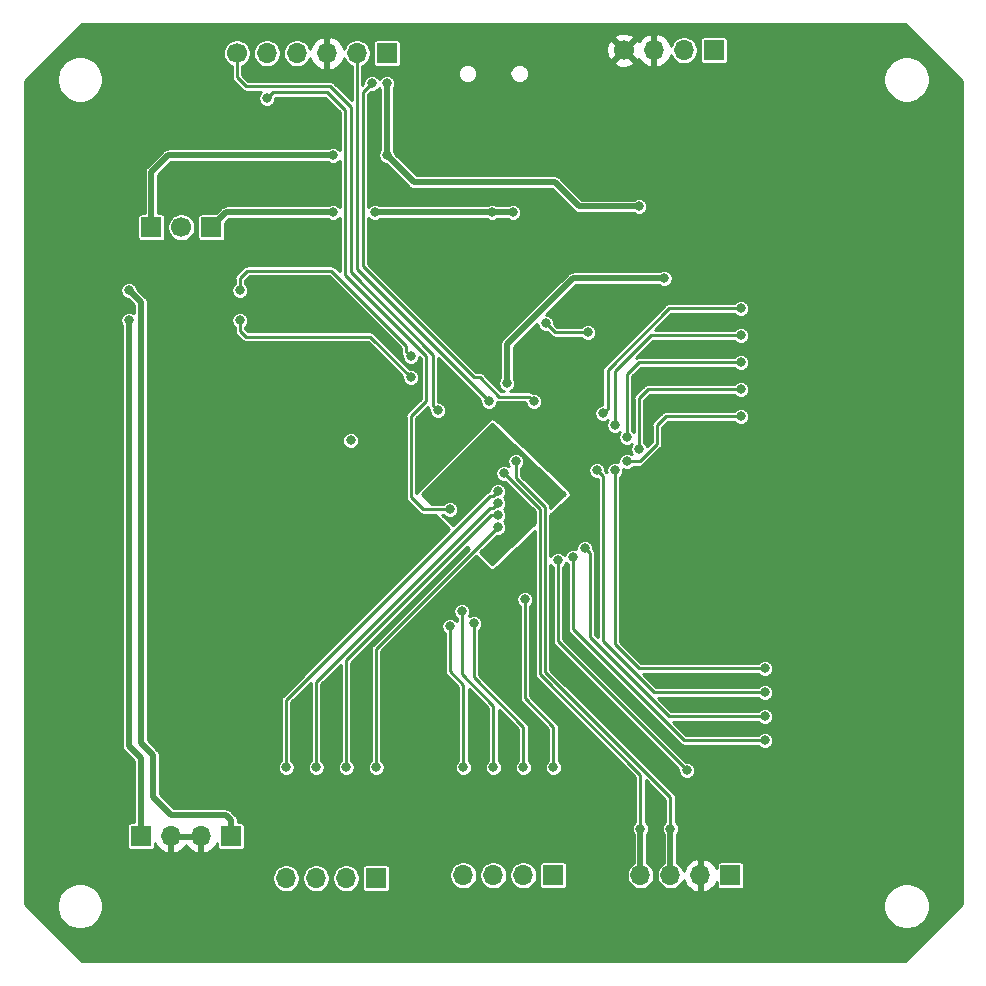
<source format=gbl>
G04 #@! TF.GenerationSoftware,KiCad,Pcbnew,(5.1.5)-2*
G04 #@! TF.CreationDate,2021-12-27T14:55:15+01:00*
G04 #@! TF.ProjectId,STM32_MULTIPROTOCOL,53544d33-325f-44d5-954c-544950524f54,rev?*
G04 #@! TF.SameCoordinates,Original*
G04 #@! TF.FileFunction,Copper,L2,Bot*
G04 #@! TF.FilePolarity,Positive*
%FSLAX46Y46*%
G04 Gerber Fmt 4.6, Leading zero omitted, Abs format (unit mm)*
G04 Created by KiCad (PCBNEW (5.1.5)-2) date 2021-12-27 14:55:15*
%MOMM*%
%LPD*%
G04 APERTURE LIST*
%ADD10R,1.700000X1.700000*%
%ADD11C,1.700000*%
%ADD12O,1.700000X1.700000*%
%ADD13C,0.800000*%
%ADD14C,0.500000*%
%ADD15C,0.250000*%
%ADD16C,0.254000*%
G04 APERTURE END LIST*
D10*
X136129000Y-77526000D03*
D11*
X133589000Y-77526000D03*
D10*
X131049000Y-77526000D03*
X137780000Y-129088000D03*
D12*
X135240000Y-129088000D03*
X132700000Y-129088000D03*
D10*
X130160000Y-129088000D03*
D12*
X142460000Y-132644000D03*
X145000000Y-132644000D03*
X147540000Y-132644000D03*
D10*
X150080000Y-132644000D03*
D12*
X157460000Y-132390000D03*
X160000000Y-132390000D03*
X162540000Y-132390000D03*
D10*
X165080000Y-132390000D03*
D12*
X172460000Y-132390000D03*
X175000000Y-132390000D03*
X177540000Y-132390000D03*
D10*
X180080000Y-132390000D03*
X178674000Y-62540000D03*
D12*
X176134000Y-62540000D03*
X173594000Y-62540000D03*
D11*
X171054000Y-62540000D03*
D10*
X150988000Y-62794000D03*
D12*
X148448000Y-62794000D03*
X145908000Y-62794000D03*
X143368000Y-62794000D03*
X140828000Y-62794000D03*
D11*
X138288000Y-62794000D03*
D13*
X176388000Y-123500000D03*
X149972000Y-76256000D03*
X146416000Y-76256000D03*
X159878000Y-76256000D03*
X161656000Y-76256000D03*
X159878000Y-71303000D03*
X162926000Y-108006000D03*
X151750000Y-96068000D03*
X191120000Y-122992000D03*
X191120000Y-112832000D03*
X189088000Y-82098000D03*
X189088000Y-95814000D03*
X162164000Y-71176000D03*
X164450000Y-69398000D03*
X169530000Y-66858000D03*
X158862000Y-61270000D03*
X161402000Y-61270000D03*
X155560000Y-64318000D03*
X164450000Y-64318000D03*
X173594000Y-66858000D03*
X177150000Y-72446000D03*
X178166000Y-76002000D03*
X180960000Y-69652000D03*
X184516000Y-73462000D03*
X180960000Y-77018000D03*
X167752000Y-92000000D03*
X159878000Y-108006000D03*
X163688000Y-87432000D03*
X147940000Y-99116000D03*
X177540000Y-130104000D03*
X177540000Y-134930000D03*
X154544000Y-72192000D03*
X127620000Y-70160000D03*
X132700000Y-70160000D03*
X137780000Y-70160000D03*
X142860000Y-70160000D03*
X142860000Y-90480000D03*
X142860000Y-95560000D03*
X142860000Y-100640000D03*
X147940000Y-90480000D03*
X147940000Y-85400000D03*
X153020000Y-80320000D03*
X153020000Y-75240000D03*
X158100000Y-80320000D03*
X158100000Y-85400000D03*
X186040000Y-70160000D03*
X191120000Y-70160000D03*
X191120000Y-75240000D03*
X186040000Y-75240000D03*
X186040000Y-80320000D03*
X191120000Y-80320000D03*
X191120000Y-85400000D03*
X191120000Y-90226000D03*
X191120000Y-95560000D03*
X191120000Y-100640000D03*
X191120000Y-105720000D03*
X180452000Y-95560000D03*
X175880000Y-95560000D03*
X191120000Y-128580000D03*
X122540000Y-85400000D03*
X122540000Y-90480000D03*
X122540000Y-95560000D03*
X122540000Y-100640000D03*
X122540000Y-105720000D03*
X122540000Y-110800000D03*
X122540000Y-115880000D03*
X122540000Y-120960000D03*
X122540000Y-126040000D03*
X122540000Y-131120000D03*
X127620000Y-137216000D03*
X132700000Y-137216000D03*
X122540000Y-80320000D03*
X122540000Y-75240000D03*
X122540000Y-70160000D03*
X122540000Y-65080000D03*
X127620000Y-62540000D03*
X197724000Y-70160000D03*
X197724000Y-75240000D03*
X197724000Y-80320000D03*
X197724000Y-85400000D03*
X197724000Y-90480000D03*
X197724000Y-95560000D03*
X197724000Y-100640000D03*
X197724000Y-105720000D03*
X197724000Y-110800000D03*
X197724000Y-115880000D03*
X197724000Y-120960000D03*
X197724000Y-126040000D03*
X197724000Y-131120000D03*
X191120000Y-137216000D03*
X186040000Y-137216000D03*
X191120000Y-62540000D03*
X137780000Y-90480000D03*
X137780000Y-95560000D03*
X137780000Y-100640000D03*
X132700000Y-100640000D03*
X132700000Y-95560000D03*
X132700000Y-90480000D03*
X132700000Y-105720000D03*
X132700000Y-110800000D03*
X132700000Y-115880000D03*
X132700000Y-120960000D03*
X137780000Y-126040000D03*
X137780000Y-120960000D03*
X137780000Y-115880000D03*
X137780000Y-110800000D03*
X137780000Y-105720000D03*
X142860000Y-105720000D03*
X142860000Y-110800000D03*
X127620000Y-75240000D03*
X144384000Y-84130000D03*
X142098000Y-80066000D03*
X133716000Y-84892000D03*
X135240000Y-131374000D03*
X132700000Y-131374000D03*
X149210000Y-106736000D03*
X145400000Y-102926000D03*
X148194000Y-108514000D03*
X172324000Y-106228000D03*
X172324000Y-111562000D03*
X182484000Y-104450000D03*
X182484000Y-106990000D03*
X184262000Y-125532000D03*
X193406000Y-115880000D03*
X193406000Y-119944000D03*
X161402000Y-116642000D03*
X165466000Y-114356000D03*
X164958000Y-78288000D03*
X146416000Y-71430000D03*
X161148000Y-90734000D03*
X174474000Y-81844000D03*
X150988000Y-65334000D03*
X172324000Y-75762000D03*
X154798000Y-99878000D03*
X159878000Y-105466000D03*
X165212000Y-100386000D03*
X159878000Y-94798000D03*
X165466000Y-105720000D03*
X147931000Y-95569000D03*
X150988000Y-71430000D03*
X164450000Y-85654000D03*
X168006000Y-86416000D03*
X142460000Y-123246000D03*
X160386000Y-99878000D03*
X145000000Y-123246000D03*
X160386000Y-100894000D03*
X147540000Y-123246000D03*
X160386000Y-101910000D03*
X150080000Y-123246000D03*
X160386000Y-102926000D03*
X159624000Y-92258000D03*
X163434000Y-92258000D03*
X149718000Y-65334000D03*
X156322000Y-101402000D03*
X140828000Y-66604000D03*
X155306000Y-93020000D03*
X170292000Y-98100000D03*
X182992000Y-114864000D03*
X168768000Y-98100000D03*
X182992000Y-116896000D03*
X167752000Y-104704000D03*
X182992000Y-118928000D03*
X166736000Y-105466000D03*
X182992000Y-120960000D03*
X157460000Y-123246000D03*
X156322000Y-111308000D03*
X162540000Y-123246000D03*
X158354000Y-111054000D03*
X160000000Y-123246000D03*
X157338000Y-110038000D03*
X165080000Y-123246000D03*
X162672000Y-109022000D03*
X170292000Y-94290000D03*
X180960000Y-86670000D03*
X171308000Y-95306000D03*
X180960000Y-88956000D03*
X172324000Y-96322000D03*
X180960000Y-91242000D03*
X171308000Y-97338000D03*
X180960000Y-93528000D03*
X169276000Y-93274000D03*
X180960000Y-84384000D03*
X129144000Y-82860000D03*
X129144000Y-85400000D03*
X138542000Y-85400000D03*
X153020000Y-90226000D03*
X138542000Y-82860000D03*
X153020000Y-88448000D03*
X160894000Y-98354000D03*
X172460000Y-128444000D03*
X161910000Y-97338000D03*
X175000000Y-128444000D03*
D14*
X159878000Y-76256000D02*
X149972000Y-76256000D01*
X159878000Y-76256000D02*
X161656000Y-76256000D01*
X137399000Y-76256000D02*
X136129000Y-77526000D01*
X146416000Y-76256000D02*
X137399000Y-76256000D01*
X174474000Y-81844000D02*
X166736000Y-81844000D01*
X161148000Y-87432000D02*
X161148000Y-90734000D01*
X166736000Y-81844000D02*
X161148000Y-87432000D01*
X172324000Y-75762000D02*
X167258000Y-75762000D01*
X167258000Y-75762000D02*
X165212000Y-73716000D01*
X165212000Y-73716000D02*
X153274000Y-73716000D01*
X150988000Y-71430000D02*
X150988000Y-71430000D01*
X153274000Y-73716000D02*
X150988000Y-71430000D01*
X150988000Y-71430000D02*
X150988000Y-65334000D01*
X146416000Y-71430000D02*
X132446000Y-71430000D01*
X132446000Y-71430000D02*
X131049000Y-72827000D01*
X131049000Y-72827000D02*
X131049000Y-77526000D01*
D15*
X165212000Y-86416000D02*
X164450000Y-85654000D01*
X168006000Y-86416000D02*
X165212000Y-86416000D01*
X159732001Y-100277999D02*
X142460000Y-117550000D01*
X160386000Y-99878000D02*
X159986001Y-100277999D01*
X142460000Y-117550000D02*
X142460000Y-123246000D01*
X159986001Y-100277999D02*
X159732001Y-100277999D01*
X159986001Y-101293999D02*
X159732001Y-101293999D01*
X160386000Y-100894000D02*
X159986001Y-101293999D01*
X145000000Y-116026000D02*
X145000000Y-123246000D01*
X159732001Y-101293999D02*
X145000000Y-116026000D01*
X147540000Y-114190315D02*
X147540000Y-122680315D01*
X160386000Y-101910000D02*
X159820315Y-101910000D01*
X147540000Y-122680315D02*
X147540000Y-123246000D01*
X159820315Y-101910000D02*
X147540000Y-114190315D01*
X150080000Y-113232000D02*
X150080000Y-123246000D01*
X160386000Y-102926000D02*
X150080000Y-113232000D01*
X148448000Y-81082000D02*
X159624000Y-92258000D01*
X148448000Y-62794000D02*
X148448000Y-81082000D01*
X163034001Y-91858001D02*
X160494001Y-91858001D01*
X163434000Y-92258000D02*
X163034001Y-91858001D01*
X160494001Y-91858001D02*
X158862000Y-90226000D01*
X158862000Y-90226000D02*
X158354000Y-90226000D01*
X158354000Y-90226000D02*
X148956000Y-80828000D01*
X148956000Y-66096000D02*
X149718000Y-65334000D01*
X148956000Y-80828000D02*
X148956000Y-66096000D01*
X141336000Y-66096000D02*
X140828000Y-66604000D01*
X145908000Y-66096000D02*
X141336000Y-66096000D01*
X147432000Y-67620000D02*
X145908000Y-66096000D01*
X154036000Y-101402000D02*
X153020000Y-100386000D01*
X154290000Y-92258000D02*
X154290000Y-88448000D01*
X156322000Y-101402000D02*
X154036000Y-101402000D01*
X147432000Y-81590000D02*
X147432000Y-67620000D01*
X153020000Y-100386000D02*
X153020000Y-93528000D01*
X154290000Y-88448000D02*
X147432000Y-81590000D01*
X153020000Y-93528000D02*
X154290000Y-92258000D01*
X154906001Y-92620001D02*
X154906001Y-88302001D01*
X155306000Y-93020000D02*
X154906001Y-92620001D01*
X154906001Y-88302001D02*
X147940000Y-81336000D01*
X147940000Y-81336000D02*
X147940000Y-67366000D01*
X147940000Y-67366000D02*
X146162000Y-65588000D01*
X146162000Y-65588000D02*
X139050000Y-65588000D01*
X138288000Y-64826000D02*
X138288000Y-62794000D01*
X139050000Y-65588000D02*
X138288000Y-64826000D01*
X172324000Y-114864000D02*
X182992000Y-114864000D01*
X170292000Y-98100000D02*
X170292000Y-112832000D01*
X170292000Y-112832000D02*
X172324000Y-114864000D01*
X169276000Y-98608000D02*
X168768000Y-98100000D01*
X169276000Y-112578000D02*
X169276000Y-98608000D01*
X182992000Y-116896000D02*
X173594000Y-116896000D01*
X173594000Y-116896000D02*
X169276000Y-112578000D01*
X168151999Y-105103999D02*
X168151999Y-112215999D01*
X167752000Y-104704000D02*
X168151999Y-105103999D01*
X174864000Y-118928000D02*
X182992000Y-118928000D01*
X168151999Y-112215999D02*
X174864000Y-118928000D01*
X166736000Y-105466000D02*
X166736000Y-111562000D01*
X176134000Y-120960000D02*
X182992000Y-120960000D01*
X166736000Y-111562000D02*
X176134000Y-120960000D01*
X157460000Y-123246000D02*
X157460000Y-116256000D01*
X157460000Y-116256000D02*
X156322000Y-115118000D01*
X156322000Y-111308000D02*
X156322000Y-115118000D01*
X162540000Y-123246000D02*
X162540000Y-119812000D01*
X158354000Y-115626000D02*
X158354000Y-111054000D01*
X162540000Y-119812000D02*
X158354000Y-115626000D01*
X157338000Y-110038000D02*
X157338000Y-115372000D01*
X160000000Y-118034000D02*
X160000000Y-123246000D01*
X157338000Y-115372000D02*
X160000000Y-118034000D01*
X162672000Y-109022000D02*
X162672000Y-117404000D01*
X165080000Y-119812000D02*
X165080000Y-123246000D01*
X162672000Y-117404000D02*
X165080000Y-119812000D01*
X170292000Y-94290000D02*
X170292000Y-89718000D01*
X173340000Y-86670000D02*
X180960000Y-86670000D01*
X170292000Y-89718000D02*
X173340000Y-86670000D01*
X171308000Y-95306000D02*
X171308000Y-89972000D01*
X172324000Y-88956000D02*
X180960000Y-88956000D01*
X171308000Y-89972000D02*
X172324000Y-88956000D01*
X172324000Y-96322000D02*
X172324000Y-92004000D01*
X173086000Y-91242000D02*
X180960000Y-91242000D01*
X172324000Y-92004000D02*
X173086000Y-91242000D01*
X172381002Y-97338000D02*
X173848000Y-95871002D01*
X173848000Y-95871002D02*
X173848000Y-94290000D01*
X174610000Y-93528000D02*
X180960000Y-93528000D01*
X173848000Y-94290000D02*
X174610000Y-93528000D01*
X172381002Y-97338000D02*
X171308000Y-97338000D01*
X169675999Y-92874001D02*
X169675999Y-89572001D01*
X169276000Y-93274000D02*
X169675999Y-92874001D01*
X174864000Y-84384000D02*
X180960000Y-84384000D01*
X169675999Y-89572001D02*
X174864000Y-84384000D01*
D14*
X132700000Y-127310000D02*
X137352000Y-127310000D01*
X137780000Y-127738000D02*
X137780000Y-129088000D01*
X129144000Y-82860000D02*
X130160000Y-83876000D01*
X130160000Y-121214000D02*
X131176000Y-122230000D01*
X131176000Y-122230000D02*
X131176000Y-125786000D01*
X137352000Y-127310000D02*
X137780000Y-127738000D01*
X131176000Y-125786000D02*
X132700000Y-127310000D01*
X130160000Y-83876000D02*
X130160000Y-121214000D01*
X129144000Y-85400000D02*
X129144000Y-121468000D01*
X130160000Y-122484000D02*
X130160000Y-129088000D01*
X129144000Y-121468000D02*
X130160000Y-122484000D01*
D15*
X153020000Y-90226000D02*
X149591000Y-86797000D01*
X149591000Y-86797000D02*
X139050000Y-86797000D01*
X138542000Y-86289000D02*
X138542000Y-85400000D01*
X139050000Y-86797000D02*
X138542000Y-86289000D01*
X152620001Y-88048001D02*
X152620001Y-87540001D01*
X153020000Y-88448000D02*
X152620001Y-88048001D01*
X152620001Y-87540001D02*
X146289000Y-81209000D01*
X146289000Y-81209000D02*
X139177000Y-81209000D01*
X138542000Y-81844000D02*
X138542000Y-82860000D01*
X139177000Y-81209000D02*
X138542000Y-81844000D01*
X160894000Y-98354000D02*
X163942000Y-101402000D01*
X163942000Y-101402000D02*
X163942000Y-115372000D01*
X172460000Y-123890000D02*
X172460000Y-128444000D01*
X163942000Y-115372000D02*
X172460000Y-123890000D01*
D14*
X172460000Y-128444000D02*
X172460000Y-132390000D01*
D15*
X161910000Y-97338000D02*
X161910000Y-98733590D01*
X161910000Y-98733590D02*
X164392010Y-101215600D01*
X164392010Y-101215600D02*
X164392010Y-115185600D01*
X175000000Y-125793590D02*
X175000000Y-128444000D01*
X164392010Y-115185600D02*
X175000000Y-125793590D01*
D14*
X175000000Y-128444000D02*
X175000000Y-132390000D01*
D15*
X165466000Y-112578000D02*
X176388000Y-123500000D01*
X165466000Y-105720000D02*
X165466000Y-112578000D01*
D16*
G36*
X166044615Y-100132000D02*
G01*
X164844010Y-101284581D01*
X164844010Y-101237804D01*
X164846197Y-101215599D01*
X164837470Y-101126992D01*
X164823470Y-101080841D01*
X164811624Y-101041790D01*
X164769653Y-100963267D01*
X164713169Y-100894441D01*
X164695922Y-100880287D01*
X162362000Y-98546367D01*
X162362000Y-97910339D01*
X162373436Y-97902698D01*
X162474698Y-97801436D01*
X162554259Y-97682364D01*
X162609062Y-97550058D01*
X162637000Y-97409603D01*
X162637000Y-97266397D01*
X162609062Y-97125942D01*
X162554259Y-96993636D01*
X162474698Y-96874564D01*
X162373436Y-96773302D01*
X162254364Y-96693741D01*
X162122058Y-96638938D01*
X161981603Y-96611000D01*
X161838397Y-96611000D01*
X161697942Y-96638938D01*
X161565636Y-96693741D01*
X161446564Y-96773302D01*
X161345302Y-96874564D01*
X161265741Y-96993636D01*
X161210938Y-97125942D01*
X161183000Y-97266397D01*
X161183000Y-97409603D01*
X161210938Y-97550058D01*
X161265741Y-97682364D01*
X161320868Y-97764868D01*
X161238364Y-97709741D01*
X161106058Y-97654938D01*
X160965603Y-97627000D01*
X160822397Y-97627000D01*
X160681942Y-97654938D01*
X160549636Y-97709741D01*
X160430564Y-97789302D01*
X160329302Y-97890564D01*
X160249741Y-98009636D01*
X160194938Y-98141942D01*
X160167000Y-98282397D01*
X160167000Y-98425603D01*
X160194938Y-98566058D01*
X160249741Y-98698364D01*
X160329302Y-98817436D01*
X160430564Y-98918698D01*
X160549636Y-98998259D01*
X160681942Y-99053062D01*
X160822397Y-99081000D01*
X160965603Y-99081000D01*
X160979093Y-99078317D01*
X163490000Y-101589224D01*
X163490000Y-102584430D01*
X159879814Y-106050208D01*
X158890415Y-105060809D01*
X160300907Y-103650317D01*
X160314397Y-103653000D01*
X160457603Y-103653000D01*
X160598058Y-103625062D01*
X160730364Y-103570259D01*
X160849436Y-103490698D01*
X160950698Y-103389436D01*
X161030259Y-103270364D01*
X161085062Y-103138058D01*
X161113000Y-102997603D01*
X161113000Y-102854397D01*
X161085062Y-102713942D01*
X161030259Y-102581636D01*
X160950698Y-102462564D01*
X160906134Y-102418000D01*
X160950698Y-102373436D01*
X161030259Y-102254364D01*
X161085062Y-102122058D01*
X161113000Y-101981603D01*
X161113000Y-101838397D01*
X161085062Y-101697942D01*
X161030259Y-101565636D01*
X160950698Y-101446564D01*
X160906134Y-101402000D01*
X160950698Y-101357436D01*
X161030259Y-101238364D01*
X161085062Y-101106058D01*
X161113000Y-100965603D01*
X161113000Y-100822397D01*
X161085062Y-100681942D01*
X161030259Y-100549636D01*
X160950698Y-100430564D01*
X160906134Y-100386000D01*
X160950698Y-100341436D01*
X161030259Y-100222364D01*
X161085062Y-100090058D01*
X161113000Y-99949603D01*
X161113000Y-99806397D01*
X161085062Y-99665942D01*
X161030259Y-99533636D01*
X160950698Y-99414564D01*
X160849436Y-99313302D01*
X160730364Y-99233741D01*
X160598058Y-99178938D01*
X160457603Y-99151000D01*
X160314397Y-99151000D01*
X160173942Y-99178938D01*
X160041636Y-99233741D01*
X159922564Y-99313302D01*
X159821302Y-99414564D01*
X159741741Y-99533636D01*
X159686938Y-99665942D01*
X159659000Y-99806397D01*
X159659000Y-99831002D01*
X159643393Y-99832539D01*
X159558191Y-99858385D01*
X159479668Y-99900356D01*
X159410842Y-99956840D01*
X159396687Y-99974088D01*
X156600191Y-102770585D01*
X155683606Y-101854000D01*
X155749661Y-101854000D01*
X155757302Y-101865436D01*
X155858564Y-101966698D01*
X155977636Y-102046259D01*
X156109942Y-102101062D01*
X156250397Y-102129000D01*
X156393603Y-102129000D01*
X156534058Y-102101062D01*
X156666364Y-102046259D01*
X156785436Y-101966698D01*
X156886698Y-101865436D01*
X156966259Y-101746364D01*
X157021062Y-101614058D01*
X157049000Y-101473603D01*
X157049000Y-101330397D01*
X157021062Y-101189942D01*
X156966259Y-101057636D01*
X156886698Y-100938564D01*
X156785436Y-100837302D01*
X156666364Y-100757741D01*
X156534058Y-100702938D01*
X156393603Y-100675000D01*
X156250397Y-100675000D01*
X156109942Y-100702938D01*
X155977636Y-100757741D01*
X155858564Y-100837302D01*
X155757302Y-100938564D01*
X155749661Y-100950000D01*
X154779606Y-100950000D01*
X153961606Y-100132000D01*
X159879814Y-94213792D01*
X166044615Y-100132000D01*
G37*
X166044615Y-100132000D02*
X164844010Y-101284581D01*
X164844010Y-101237804D01*
X164846197Y-101215599D01*
X164837470Y-101126992D01*
X164823470Y-101080841D01*
X164811624Y-101041790D01*
X164769653Y-100963267D01*
X164713169Y-100894441D01*
X164695922Y-100880287D01*
X162362000Y-98546367D01*
X162362000Y-97910339D01*
X162373436Y-97902698D01*
X162474698Y-97801436D01*
X162554259Y-97682364D01*
X162609062Y-97550058D01*
X162637000Y-97409603D01*
X162637000Y-97266397D01*
X162609062Y-97125942D01*
X162554259Y-96993636D01*
X162474698Y-96874564D01*
X162373436Y-96773302D01*
X162254364Y-96693741D01*
X162122058Y-96638938D01*
X161981603Y-96611000D01*
X161838397Y-96611000D01*
X161697942Y-96638938D01*
X161565636Y-96693741D01*
X161446564Y-96773302D01*
X161345302Y-96874564D01*
X161265741Y-96993636D01*
X161210938Y-97125942D01*
X161183000Y-97266397D01*
X161183000Y-97409603D01*
X161210938Y-97550058D01*
X161265741Y-97682364D01*
X161320868Y-97764868D01*
X161238364Y-97709741D01*
X161106058Y-97654938D01*
X160965603Y-97627000D01*
X160822397Y-97627000D01*
X160681942Y-97654938D01*
X160549636Y-97709741D01*
X160430564Y-97789302D01*
X160329302Y-97890564D01*
X160249741Y-98009636D01*
X160194938Y-98141942D01*
X160167000Y-98282397D01*
X160167000Y-98425603D01*
X160194938Y-98566058D01*
X160249741Y-98698364D01*
X160329302Y-98817436D01*
X160430564Y-98918698D01*
X160549636Y-98998259D01*
X160681942Y-99053062D01*
X160822397Y-99081000D01*
X160965603Y-99081000D01*
X160979093Y-99078317D01*
X163490000Y-101589224D01*
X163490000Y-102584430D01*
X159879814Y-106050208D01*
X158890415Y-105060809D01*
X160300907Y-103650317D01*
X160314397Y-103653000D01*
X160457603Y-103653000D01*
X160598058Y-103625062D01*
X160730364Y-103570259D01*
X160849436Y-103490698D01*
X160950698Y-103389436D01*
X161030259Y-103270364D01*
X161085062Y-103138058D01*
X161113000Y-102997603D01*
X161113000Y-102854397D01*
X161085062Y-102713942D01*
X161030259Y-102581636D01*
X160950698Y-102462564D01*
X160906134Y-102418000D01*
X160950698Y-102373436D01*
X161030259Y-102254364D01*
X161085062Y-102122058D01*
X161113000Y-101981603D01*
X161113000Y-101838397D01*
X161085062Y-101697942D01*
X161030259Y-101565636D01*
X160950698Y-101446564D01*
X160906134Y-101402000D01*
X160950698Y-101357436D01*
X161030259Y-101238364D01*
X161085062Y-101106058D01*
X161113000Y-100965603D01*
X161113000Y-100822397D01*
X161085062Y-100681942D01*
X161030259Y-100549636D01*
X160950698Y-100430564D01*
X160906134Y-100386000D01*
X160950698Y-100341436D01*
X161030259Y-100222364D01*
X161085062Y-100090058D01*
X161113000Y-99949603D01*
X161113000Y-99806397D01*
X161085062Y-99665942D01*
X161030259Y-99533636D01*
X160950698Y-99414564D01*
X160849436Y-99313302D01*
X160730364Y-99233741D01*
X160598058Y-99178938D01*
X160457603Y-99151000D01*
X160314397Y-99151000D01*
X160173942Y-99178938D01*
X160041636Y-99233741D01*
X159922564Y-99313302D01*
X159821302Y-99414564D01*
X159741741Y-99533636D01*
X159686938Y-99665942D01*
X159659000Y-99806397D01*
X159659000Y-99831002D01*
X159643393Y-99832539D01*
X159558191Y-99858385D01*
X159479668Y-99900356D01*
X159410842Y-99956840D01*
X159396687Y-99974088D01*
X156600191Y-102770585D01*
X155683606Y-101854000D01*
X155749661Y-101854000D01*
X155757302Y-101865436D01*
X155858564Y-101966698D01*
X155977636Y-102046259D01*
X156109942Y-102101062D01*
X156250397Y-102129000D01*
X156393603Y-102129000D01*
X156534058Y-102101062D01*
X156666364Y-102046259D01*
X156785436Y-101966698D01*
X156886698Y-101865436D01*
X156966259Y-101746364D01*
X157021062Y-101614058D01*
X157049000Y-101473603D01*
X157049000Y-101330397D01*
X157021062Y-101189942D01*
X156966259Y-101057636D01*
X156886698Y-100938564D01*
X156785436Y-100837302D01*
X156666364Y-100757741D01*
X156534058Y-100702938D01*
X156393603Y-100675000D01*
X156250397Y-100675000D01*
X156109942Y-100702938D01*
X155977636Y-100757741D01*
X155858564Y-100837302D01*
X155757302Y-100938564D01*
X155749661Y-100950000D01*
X154779606Y-100950000D01*
X153961606Y-100132000D01*
X159879814Y-94213792D01*
X166044615Y-100132000D01*
G36*
X199648000Y-65145804D02*
G01*
X199648001Y-134854195D01*
X194854198Y-139648000D01*
X125145804Y-139648000D01*
X120352000Y-134854198D01*
X120352000Y-134806710D01*
X123037496Y-134806710D01*
X123037496Y-135193290D01*
X123112914Y-135572441D01*
X123260851Y-135929594D01*
X123475623Y-136251024D01*
X123748976Y-136524377D01*
X124070406Y-136739149D01*
X124427559Y-136887086D01*
X124806710Y-136962504D01*
X125193290Y-136962504D01*
X125572441Y-136887086D01*
X125929594Y-136739149D01*
X126251024Y-136524377D01*
X126524377Y-136251024D01*
X126739149Y-135929594D01*
X126887086Y-135572441D01*
X126962504Y-135193290D01*
X126962504Y-134806710D01*
X193037496Y-134806710D01*
X193037496Y-135193290D01*
X193112914Y-135572441D01*
X193260851Y-135929594D01*
X193475623Y-136251024D01*
X193748976Y-136524377D01*
X194070406Y-136739149D01*
X194427559Y-136887086D01*
X194806710Y-136962504D01*
X195193290Y-136962504D01*
X195572441Y-136887086D01*
X195929594Y-136739149D01*
X196251024Y-136524377D01*
X196524377Y-136251024D01*
X196739149Y-135929594D01*
X196887086Y-135572441D01*
X196962504Y-135193290D01*
X196962504Y-134806710D01*
X196887086Y-134427559D01*
X196739149Y-134070406D01*
X196524377Y-133748976D01*
X196251024Y-133475623D01*
X195929594Y-133260851D01*
X195572441Y-133112914D01*
X195193290Y-133037496D01*
X194806710Y-133037496D01*
X194427559Y-133112914D01*
X194070406Y-133260851D01*
X193748976Y-133475623D01*
X193475623Y-133748976D01*
X193260851Y-134070406D01*
X193112914Y-134427559D01*
X193037496Y-134806710D01*
X126962504Y-134806710D01*
X126887086Y-134427559D01*
X126739149Y-134070406D01*
X126524377Y-133748976D01*
X126251024Y-133475623D01*
X125929594Y-133260851D01*
X125572441Y-133112914D01*
X125193290Y-133037496D01*
X124806710Y-133037496D01*
X124427559Y-133112914D01*
X124070406Y-133260851D01*
X123748976Y-133475623D01*
X123475623Y-133748976D01*
X123260851Y-134070406D01*
X123112914Y-134427559D01*
X123037496Y-134806710D01*
X120352000Y-134806710D01*
X120352000Y-132528076D01*
X141283000Y-132528076D01*
X141283000Y-132759924D01*
X141328231Y-132987318D01*
X141416956Y-133201519D01*
X141545764Y-133394294D01*
X141709706Y-133558236D01*
X141902481Y-133687044D01*
X142116682Y-133775769D01*
X142344076Y-133821000D01*
X142575924Y-133821000D01*
X142803318Y-133775769D01*
X143017519Y-133687044D01*
X143210294Y-133558236D01*
X143374236Y-133394294D01*
X143503044Y-133201519D01*
X143591769Y-132987318D01*
X143637000Y-132759924D01*
X143637000Y-132528076D01*
X143823000Y-132528076D01*
X143823000Y-132759924D01*
X143868231Y-132987318D01*
X143956956Y-133201519D01*
X144085764Y-133394294D01*
X144249706Y-133558236D01*
X144442481Y-133687044D01*
X144656682Y-133775769D01*
X144884076Y-133821000D01*
X145115924Y-133821000D01*
X145343318Y-133775769D01*
X145557519Y-133687044D01*
X145750294Y-133558236D01*
X145914236Y-133394294D01*
X146043044Y-133201519D01*
X146131769Y-132987318D01*
X146177000Y-132759924D01*
X146177000Y-132528076D01*
X146363000Y-132528076D01*
X146363000Y-132759924D01*
X146408231Y-132987318D01*
X146496956Y-133201519D01*
X146625764Y-133394294D01*
X146789706Y-133558236D01*
X146982481Y-133687044D01*
X147196682Y-133775769D01*
X147424076Y-133821000D01*
X147655924Y-133821000D01*
X147883318Y-133775769D01*
X148097519Y-133687044D01*
X148290294Y-133558236D01*
X148454236Y-133394294D01*
X148583044Y-133201519D01*
X148671769Y-132987318D01*
X148717000Y-132759924D01*
X148717000Y-132528076D01*
X148671769Y-132300682D01*
X148583044Y-132086481D01*
X148454236Y-131893706D01*
X148354530Y-131794000D01*
X148901418Y-131794000D01*
X148901418Y-133494000D01*
X148907732Y-133558103D01*
X148926430Y-133619743D01*
X148956794Y-133676550D01*
X148997657Y-133726343D01*
X149047450Y-133767206D01*
X149104257Y-133797570D01*
X149165897Y-133816268D01*
X149230000Y-133822582D01*
X150930000Y-133822582D01*
X150994103Y-133816268D01*
X151055743Y-133797570D01*
X151112550Y-133767206D01*
X151162343Y-133726343D01*
X151203206Y-133676550D01*
X151233570Y-133619743D01*
X151252268Y-133558103D01*
X151258582Y-133494000D01*
X151258582Y-132274076D01*
X156283000Y-132274076D01*
X156283000Y-132505924D01*
X156328231Y-132733318D01*
X156416956Y-132947519D01*
X156545764Y-133140294D01*
X156709706Y-133304236D01*
X156902481Y-133433044D01*
X157116682Y-133521769D01*
X157344076Y-133567000D01*
X157575924Y-133567000D01*
X157803318Y-133521769D01*
X158017519Y-133433044D01*
X158210294Y-133304236D01*
X158374236Y-133140294D01*
X158503044Y-132947519D01*
X158591769Y-132733318D01*
X158637000Y-132505924D01*
X158637000Y-132274076D01*
X158823000Y-132274076D01*
X158823000Y-132505924D01*
X158868231Y-132733318D01*
X158956956Y-132947519D01*
X159085764Y-133140294D01*
X159249706Y-133304236D01*
X159442481Y-133433044D01*
X159656682Y-133521769D01*
X159884076Y-133567000D01*
X160115924Y-133567000D01*
X160343318Y-133521769D01*
X160557519Y-133433044D01*
X160750294Y-133304236D01*
X160914236Y-133140294D01*
X161043044Y-132947519D01*
X161131769Y-132733318D01*
X161177000Y-132505924D01*
X161177000Y-132274076D01*
X161363000Y-132274076D01*
X161363000Y-132505924D01*
X161408231Y-132733318D01*
X161496956Y-132947519D01*
X161625764Y-133140294D01*
X161789706Y-133304236D01*
X161982481Y-133433044D01*
X162196682Y-133521769D01*
X162424076Y-133567000D01*
X162655924Y-133567000D01*
X162883318Y-133521769D01*
X163097519Y-133433044D01*
X163290294Y-133304236D01*
X163454236Y-133140294D01*
X163583044Y-132947519D01*
X163671769Y-132733318D01*
X163717000Y-132505924D01*
X163717000Y-132274076D01*
X163671769Y-132046682D01*
X163583044Y-131832481D01*
X163454236Y-131639706D01*
X163354530Y-131540000D01*
X163901418Y-131540000D01*
X163901418Y-133240000D01*
X163907732Y-133304103D01*
X163926430Y-133365743D01*
X163956794Y-133422550D01*
X163997657Y-133472343D01*
X164047450Y-133513206D01*
X164104257Y-133543570D01*
X164165897Y-133562268D01*
X164230000Y-133568582D01*
X165930000Y-133568582D01*
X165994103Y-133562268D01*
X166055743Y-133543570D01*
X166112550Y-133513206D01*
X166162343Y-133472343D01*
X166203206Y-133422550D01*
X166233570Y-133365743D01*
X166252268Y-133304103D01*
X166258582Y-133240000D01*
X166258582Y-131540000D01*
X166252268Y-131475897D01*
X166233570Y-131414257D01*
X166203206Y-131357450D01*
X166162343Y-131307657D01*
X166112550Y-131266794D01*
X166055743Y-131236430D01*
X165994103Y-131217732D01*
X165930000Y-131211418D01*
X164230000Y-131211418D01*
X164165897Y-131217732D01*
X164104257Y-131236430D01*
X164047450Y-131266794D01*
X163997657Y-131307657D01*
X163956794Y-131357450D01*
X163926430Y-131414257D01*
X163907732Y-131475897D01*
X163901418Y-131540000D01*
X163354530Y-131540000D01*
X163290294Y-131475764D01*
X163097519Y-131346956D01*
X162883318Y-131258231D01*
X162655924Y-131213000D01*
X162424076Y-131213000D01*
X162196682Y-131258231D01*
X161982481Y-131346956D01*
X161789706Y-131475764D01*
X161625764Y-131639706D01*
X161496956Y-131832481D01*
X161408231Y-132046682D01*
X161363000Y-132274076D01*
X161177000Y-132274076D01*
X161131769Y-132046682D01*
X161043044Y-131832481D01*
X160914236Y-131639706D01*
X160750294Y-131475764D01*
X160557519Y-131346956D01*
X160343318Y-131258231D01*
X160115924Y-131213000D01*
X159884076Y-131213000D01*
X159656682Y-131258231D01*
X159442481Y-131346956D01*
X159249706Y-131475764D01*
X159085764Y-131639706D01*
X158956956Y-131832481D01*
X158868231Y-132046682D01*
X158823000Y-132274076D01*
X158637000Y-132274076D01*
X158591769Y-132046682D01*
X158503044Y-131832481D01*
X158374236Y-131639706D01*
X158210294Y-131475764D01*
X158017519Y-131346956D01*
X157803318Y-131258231D01*
X157575924Y-131213000D01*
X157344076Y-131213000D01*
X157116682Y-131258231D01*
X156902481Y-131346956D01*
X156709706Y-131475764D01*
X156545764Y-131639706D01*
X156416956Y-131832481D01*
X156328231Y-132046682D01*
X156283000Y-132274076D01*
X151258582Y-132274076D01*
X151258582Y-131794000D01*
X151252268Y-131729897D01*
X151233570Y-131668257D01*
X151203206Y-131611450D01*
X151162343Y-131561657D01*
X151112550Y-131520794D01*
X151055743Y-131490430D01*
X150994103Y-131471732D01*
X150930000Y-131465418D01*
X149230000Y-131465418D01*
X149165897Y-131471732D01*
X149104257Y-131490430D01*
X149047450Y-131520794D01*
X148997657Y-131561657D01*
X148956794Y-131611450D01*
X148926430Y-131668257D01*
X148907732Y-131729897D01*
X148901418Y-131794000D01*
X148354530Y-131794000D01*
X148290294Y-131729764D01*
X148097519Y-131600956D01*
X147883318Y-131512231D01*
X147655924Y-131467000D01*
X147424076Y-131467000D01*
X147196682Y-131512231D01*
X146982481Y-131600956D01*
X146789706Y-131729764D01*
X146625764Y-131893706D01*
X146496956Y-132086481D01*
X146408231Y-132300682D01*
X146363000Y-132528076D01*
X146177000Y-132528076D01*
X146131769Y-132300682D01*
X146043044Y-132086481D01*
X145914236Y-131893706D01*
X145750294Y-131729764D01*
X145557519Y-131600956D01*
X145343318Y-131512231D01*
X145115924Y-131467000D01*
X144884076Y-131467000D01*
X144656682Y-131512231D01*
X144442481Y-131600956D01*
X144249706Y-131729764D01*
X144085764Y-131893706D01*
X143956956Y-132086481D01*
X143868231Y-132300682D01*
X143823000Y-132528076D01*
X143637000Y-132528076D01*
X143591769Y-132300682D01*
X143503044Y-132086481D01*
X143374236Y-131893706D01*
X143210294Y-131729764D01*
X143017519Y-131600956D01*
X142803318Y-131512231D01*
X142575924Y-131467000D01*
X142344076Y-131467000D01*
X142116682Y-131512231D01*
X141902481Y-131600956D01*
X141709706Y-131729764D01*
X141545764Y-131893706D01*
X141416956Y-132086481D01*
X141328231Y-132300682D01*
X141283000Y-132528076D01*
X120352000Y-132528076D01*
X120352000Y-82788397D01*
X128417000Y-82788397D01*
X128417000Y-82931603D01*
X128444938Y-83072058D01*
X128499741Y-83204364D01*
X128579302Y-83323436D01*
X128680564Y-83424698D01*
X128799636Y-83504259D01*
X128931942Y-83559062D01*
X129050679Y-83582680D01*
X129583000Y-84115002D01*
X129583000Y-84818974D01*
X129488364Y-84755741D01*
X129356058Y-84700938D01*
X129215603Y-84673000D01*
X129072397Y-84673000D01*
X128931942Y-84700938D01*
X128799636Y-84755741D01*
X128680564Y-84835302D01*
X128579302Y-84936564D01*
X128499741Y-85055636D01*
X128444938Y-85187942D01*
X128417000Y-85328397D01*
X128417000Y-85471603D01*
X128444938Y-85612058D01*
X128499741Y-85744364D01*
X128567000Y-85845025D01*
X128567001Y-121439659D01*
X128564210Y-121468000D01*
X128575349Y-121581111D01*
X128607472Y-121687000D01*
X128608344Y-121689876D01*
X128661922Y-121790115D01*
X128686470Y-121820026D01*
X128715963Y-121855964D01*
X128715966Y-121855967D01*
X128734027Y-121877974D01*
X128756033Y-121896034D01*
X129583000Y-122723002D01*
X129583001Y-127909418D01*
X129310000Y-127909418D01*
X129245897Y-127915732D01*
X129184257Y-127934430D01*
X129127450Y-127964794D01*
X129077657Y-128005657D01*
X129036794Y-128055450D01*
X129006430Y-128112257D01*
X128987732Y-128173897D01*
X128981418Y-128238000D01*
X128981418Y-129938000D01*
X128987732Y-130002103D01*
X129006430Y-130063743D01*
X129036794Y-130120550D01*
X129077657Y-130170343D01*
X129127450Y-130211206D01*
X129184257Y-130241570D01*
X129245897Y-130260268D01*
X129310000Y-130266582D01*
X131010000Y-130266582D01*
X131074103Y-130260268D01*
X131135743Y-130241570D01*
X131192550Y-130211206D01*
X131242343Y-130170343D01*
X131283206Y-130120550D01*
X131313570Y-130063743D01*
X131332268Y-130002103D01*
X131338582Y-129938000D01*
X131338582Y-129670592D01*
X131355843Y-129719252D01*
X131504822Y-129969355D01*
X131699731Y-130185588D01*
X131933080Y-130359641D01*
X132195901Y-130484825D01*
X132343110Y-130529476D01*
X132573000Y-130408155D01*
X132573000Y-129215000D01*
X132827000Y-129215000D01*
X132827000Y-130408155D01*
X133056890Y-130529476D01*
X133204099Y-130484825D01*
X133466920Y-130359641D01*
X133700269Y-130185588D01*
X133895178Y-129969355D01*
X133970000Y-129843745D01*
X134044822Y-129969355D01*
X134239731Y-130185588D01*
X134473080Y-130359641D01*
X134735901Y-130484825D01*
X134883110Y-130529476D01*
X135113000Y-130408155D01*
X135113000Y-129215000D01*
X132827000Y-129215000D01*
X132573000Y-129215000D01*
X132553000Y-129215000D01*
X132553000Y-128961000D01*
X132573000Y-128961000D01*
X132573000Y-128941000D01*
X132827000Y-128941000D01*
X132827000Y-128961000D01*
X135113000Y-128961000D01*
X135113000Y-128941000D01*
X135367000Y-128941000D01*
X135367000Y-128961000D01*
X135387000Y-128961000D01*
X135387000Y-129215000D01*
X135367000Y-129215000D01*
X135367000Y-130408155D01*
X135596890Y-130529476D01*
X135744099Y-130484825D01*
X136006920Y-130359641D01*
X136240269Y-130185588D01*
X136435178Y-129969355D01*
X136584157Y-129719252D01*
X136601418Y-129670592D01*
X136601418Y-129938000D01*
X136607732Y-130002103D01*
X136626430Y-130063743D01*
X136656794Y-130120550D01*
X136697657Y-130170343D01*
X136747450Y-130211206D01*
X136804257Y-130241570D01*
X136865897Y-130260268D01*
X136930000Y-130266582D01*
X138630000Y-130266582D01*
X138694103Y-130260268D01*
X138755743Y-130241570D01*
X138812550Y-130211206D01*
X138862343Y-130170343D01*
X138903206Y-130120550D01*
X138933570Y-130063743D01*
X138952268Y-130002103D01*
X138958582Y-129938000D01*
X138958582Y-128238000D01*
X138952268Y-128173897D01*
X138933570Y-128112257D01*
X138903206Y-128055450D01*
X138862343Y-128005657D01*
X138812550Y-127964794D01*
X138755743Y-127934430D01*
X138694103Y-127915732D01*
X138630000Y-127909418D01*
X138357000Y-127909418D01*
X138357000Y-127766328D01*
X138359790Y-127737999D01*
X138357000Y-127709670D01*
X138357000Y-127709664D01*
X138348650Y-127624888D01*
X138315657Y-127516124D01*
X138262079Y-127415885D01*
X138189974Y-127328026D01*
X138167963Y-127309962D01*
X137780039Y-126922038D01*
X137761974Y-126900026D01*
X137674115Y-126827921D01*
X137573876Y-126774343D01*
X137509770Y-126754897D01*
X137465111Y-126741349D01*
X137410045Y-126735926D01*
X137380336Y-126733000D01*
X137380331Y-126733000D01*
X137352000Y-126730210D01*
X137323669Y-126733000D01*
X132939001Y-126733000D01*
X131753000Y-125546999D01*
X131753000Y-122258331D01*
X131755790Y-122230000D01*
X131744651Y-122116888D01*
X131711657Y-122008125D01*
X131711657Y-122008124D01*
X131658079Y-121907885D01*
X131585974Y-121820026D01*
X131563968Y-121801966D01*
X130737000Y-120974999D01*
X130737000Y-95497397D01*
X147204000Y-95497397D01*
X147204000Y-95640603D01*
X147231938Y-95781058D01*
X147286741Y-95913364D01*
X147366302Y-96032436D01*
X147467564Y-96133698D01*
X147586636Y-96213259D01*
X147718942Y-96268062D01*
X147859397Y-96296000D01*
X148002603Y-96296000D01*
X148143058Y-96268062D01*
X148275364Y-96213259D01*
X148394436Y-96133698D01*
X148495698Y-96032436D01*
X148575259Y-95913364D01*
X148630062Y-95781058D01*
X148658000Y-95640603D01*
X148658000Y-95497397D01*
X148630062Y-95356942D01*
X148575259Y-95224636D01*
X148495698Y-95105564D01*
X148394436Y-95004302D01*
X148275364Y-94924741D01*
X148143058Y-94869938D01*
X148002603Y-94842000D01*
X147859397Y-94842000D01*
X147718942Y-94869938D01*
X147586636Y-94924741D01*
X147467564Y-95004302D01*
X147366302Y-95105564D01*
X147286741Y-95224636D01*
X147231938Y-95356942D01*
X147204000Y-95497397D01*
X130737000Y-95497397D01*
X130737000Y-85328397D01*
X137815000Y-85328397D01*
X137815000Y-85471603D01*
X137842938Y-85612058D01*
X137897741Y-85744364D01*
X137977302Y-85863436D01*
X138078564Y-85964698D01*
X138090000Y-85972339D01*
X138090000Y-86266794D01*
X138087813Y-86289000D01*
X138096540Y-86377607D01*
X138108187Y-86416000D01*
X138122386Y-86462809D01*
X138164357Y-86541332D01*
X138220841Y-86610159D01*
X138238100Y-86624323D01*
X138714685Y-87100910D01*
X138728841Y-87118159D01*
X138797667Y-87174643D01*
X138876190Y-87216614D01*
X138961393Y-87242460D01*
X139027795Y-87249000D01*
X139027796Y-87249000D01*
X139049999Y-87251187D01*
X139072202Y-87249000D01*
X149403777Y-87249000D01*
X152295683Y-90140908D01*
X152293000Y-90154397D01*
X152293000Y-90297603D01*
X152320938Y-90438058D01*
X152375741Y-90570364D01*
X152455302Y-90689436D01*
X152556564Y-90790698D01*
X152675636Y-90870259D01*
X152807942Y-90925062D01*
X152948397Y-90953000D01*
X153091603Y-90953000D01*
X153232058Y-90925062D01*
X153364364Y-90870259D01*
X153483436Y-90790698D01*
X153584698Y-90689436D01*
X153664259Y-90570364D01*
X153719062Y-90438058D01*
X153747000Y-90297603D01*
X153747000Y-90154397D01*
X153719062Y-90013942D01*
X153664259Y-89881636D01*
X153584698Y-89762564D01*
X153483436Y-89661302D01*
X153364364Y-89581741D01*
X153232058Y-89526938D01*
X153091603Y-89499000D01*
X152948397Y-89499000D01*
X152934908Y-89501683D01*
X149926323Y-86493100D01*
X149912159Y-86475841D01*
X149843333Y-86419357D01*
X149764810Y-86377386D01*
X149679607Y-86351540D01*
X149652214Y-86348842D01*
X149591000Y-86342813D01*
X149568795Y-86345000D01*
X139237224Y-86345000D01*
X138994000Y-86101776D01*
X138994000Y-85972339D01*
X139005436Y-85964698D01*
X139106698Y-85863436D01*
X139186259Y-85744364D01*
X139241062Y-85612058D01*
X139269000Y-85471603D01*
X139269000Y-85328397D01*
X139241062Y-85187942D01*
X139186259Y-85055636D01*
X139106698Y-84936564D01*
X139005436Y-84835302D01*
X138886364Y-84755741D01*
X138754058Y-84700938D01*
X138613603Y-84673000D01*
X138470397Y-84673000D01*
X138329942Y-84700938D01*
X138197636Y-84755741D01*
X138078564Y-84835302D01*
X137977302Y-84936564D01*
X137897741Y-85055636D01*
X137842938Y-85187942D01*
X137815000Y-85328397D01*
X130737000Y-85328397D01*
X130737000Y-83904331D01*
X130739790Y-83876000D01*
X130728651Y-83762888D01*
X130695657Y-83654125D01*
X130695657Y-83654124D01*
X130642079Y-83553885D01*
X130569974Y-83466026D01*
X130547968Y-83447966D01*
X129866680Y-82766679D01*
X129843062Y-82647942D01*
X129788259Y-82515636D01*
X129708698Y-82396564D01*
X129607436Y-82295302D01*
X129488364Y-82215741D01*
X129356058Y-82160938D01*
X129215603Y-82133000D01*
X129072397Y-82133000D01*
X128931942Y-82160938D01*
X128799636Y-82215741D01*
X128680564Y-82295302D01*
X128579302Y-82396564D01*
X128499741Y-82515636D01*
X128444938Y-82647942D01*
X128417000Y-82788397D01*
X120352000Y-82788397D01*
X120352000Y-76676000D01*
X129870418Y-76676000D01*
X129870418Y-78376000D01*
X129876732Y-78440103D01*
X129895430Y-78501743D01*
X129925794Y-78558550D01*
X129966657Y-78608343D01*
X130016450Y-78649206D01*
X130073257Y-78679570D01*
X130134897Y-78698268D01*
X130199000Y-78704582D01*
X131899000Y-78704582D01*
X131963103Y-78698268D01*
X132024743Y-78679570D01*
X132081550Y-78649206D01*
X132131343Y-78608343D01*
X132172206Y-78558550D01*
X132202570Y-78501743D01*
X132221268Y-78440103D01*
X132227582Y-78376000D01*
X132227582Y-77410076D01*
X132412000Y-77410076D01*
X132412000Y-77641924D01*
X132457231Y-77869318D01*
X132545956Y-78083519D01*
X132674764Y-78276294D01*
X132838706Y-78440236D01*
X133031481Y-78569044D01*
X133245682Y-78657769D01*
X133473076Y-78703000D01*
X133704924Y-78703000D01*
X133932318Y-78657769D01*
X134146519Y-78569044D01*
X134339294Y-78440236D01*
X134503236Y-78276294D01*
X134632044Y-78083519D01*
X134720769Y-77869318D01*
X134766000Y-77641924D01*
X134766000Y-77410076D01*
X134720769Y-77182682D01*
X134632044Y-76968481D01*
X134503236Y-76775706D01*
X134339294Y-76611764D01*
X134146519Y-76482956D01*
X133932318Y-76394231D01*
X133704924Y-76349000D01*
X133473076Y-76349000D01*
X133245682Y-76394231D01*
X133031481Y-76482956D01*
X132838706Y-76611764D01*
X132674764Y-76775706D01*
X132545956Y-76968481D01*
X132457231Y-77182682D01*
X132412000Y-77410076D01*
X132227582Y-77410076D01*
X132227582Y-76676000D01*
X132221268Y-76611897D01*
X132202570Y-76550257D01*
X132172206Y-76493450D01*
X132131343Y-76443657D01*
X132081550Y-76402794D01*
X132024743Y-76372430D01*
X131963103Y-76353732D01*
X131899000Y-76347418D01*
X131626000Y-76347418D01*
X131626000Y-73066001D01*
X132685001Y-72007000D01*
X145970975Y-72007000D01*
X146071636Y-72074259D01*
X146203942Y-72129062D01*
X146344397Y-72157000D01*
X146487603Y-72157000D01*
X146628058Y-72129062D01*
X146760364Y-72074259D01*
X146879436Y-71994698D01*
X146980001Y-71894133D01*
X146980000Y-75791866D01*
X146879436Y-75691302D01*
X146760364Y-75611741D01*
X146628058Y-75556938D01*
X146487603Y-75529000D01*
X146344397Y-75529000D01*
X146203942Y-75556938D01*
X146071636Y-75611741D01*
X145970975Y-75679000D01*
X137427328Y-75679000D01*
X137398999Y-75676210D01*
X137370670Y-75679000D01*
X137370664Y-75679000D01*
X137285888Y-75687350D01*
X137177124Y-75720343D01*
X137076885Y-75773921D01*
X137054169Y-75792564D01*
X137011035Y-75827963D01*
X137011033Y-75827965D01*
X136989026Y-75846026D01*
X136970965Y-75868033D01*
X136491580Y-76347418D01*
X135279000Y-76347418D01*
X135214897Y-76353732D01*
X135153257Y-76372430D01*
X135096450Y-76402794D01*
X135046657Y-76443657D01*
X135005794Y-76493450D01*
X134975430Y-76550257D01*
X134956732Y-76611897D01*
X134950418Y-76676000D01*
X134950418Y-78376000D01*
X134956732Y-78440103D01*
X134975430Y-78501743D01*
X135005794Y-78558550D01*
X135046657Y-78608343D01*
X135096450Y-78649206D01*
X135153257Y-78679570D01*
X135214897Y-78698268D01*
X135279000Y-78704582D01*
X136979000Y-78704582D01*
X137043103Y-78698268D01*
X137104743Y-78679570D01*
X137161550Y-78649206D01*
X137211343Y-78608343D01*
X137252206Y-78558550D01*
X137282570Y-78501743D01*
X137301268Y-78440103D01*
X137307582Y-78376000D01*
X137307582Y-77163420D01*
X137638002Y-76833000D01*
X145970975Y-76833000D01*
X146071636Y-76900259D01*
X146203942Y-76955062D01*
X146344397Y-76983000D01*
X146487603Y-76983000D01*
X146628058Y-76955062D01*
X146760364Y-76900259D01*
X146879436Y-76820698D01*
X146980000Y-76720134D01*
X146980000Y-81260777D01*
X146624323Y-80905100D01*
X146610159Y-80887841D01*
X146541333Y-80831357D01*
X146462810Y-80789386D01*
X146377607Y-80763540D01*
X146311205Y-80757000D01*
X146289000Y-80754813D01*
X146266795Y-80757000D01*
X139199205Y-80757000D01*
X139177000Y-80754813D01*
X139088392Y-80763540D01*
X139003190Y-80789386D01*
X138924667Y-80831357D01*
X138855841Y-80887841D01*
X138841681Y-80905095D01*
X138238100Y-81508677D01*
X138220841Y-81522841D01*
X138164357Y-81591668D01*
X138130794Y-81654460D01*
X138122386Y-81670191D01*
X138096540Y-81755393D01*
X138087813Y-81844000D01*
X138090000Y-81866205D01*
X138090000Y-82287660D01*
X138078564Y-82295302D01*
X137977302Y-82396564D01*
X137897741Y-82515636D01*
X137842938Y-82647942D01*
X137815000Y-82788397D01*
X137815000Y-82931603D01*
X137842938Y-83072058D01*
X137897741Y-83204364D01*
X137977302Y-83323436D01*
X138078564Y-83424698D01*
X138197636Y-83504259D01*
X138329942Y-83559062D01*
X138470397Y-83587000D01*
X138613603Y-83587000D01*
X138754058Y-83559062D01*
X138886364Y-83504259D01*
X139005436Y-83424698D01*
X139106698Y-83323436D01*
X139186259Y-83204364D01*
X139241062Y-83072058D01*
X139269000Y-82931603D01*
X139269000Y-82788397D01*
X139241062Y-82647942D01*
X139186259Y-82515636D01*
X139106698Y-82396564D01*
X139005436Y-82295302D01*
X138994000Y-82287661D01*
X138994000Y-82031223D01*
X139364224Y-81661000D01*
X146101777Y-81661000D01*
X152168002Y-87727227D01*
X152168001Y-88025795D01*
X152165814Y-88048001D01*
X152174541Y-88136608D01*
X152192456Y-88195666D01*
X152200387Y-88221810D01*
X152242358Y-88300333D01*
X152295298Y-88364842D01*
X152293000Y-88376397D01*
X152293000Y-88519603D01*
X152320938Y-88660058D01*
X152375741Y-88792364D01*
X152455302Y-88911436D01*
X152556564Y-89012698D01*
X152675636Y-89092259D01*
X152807942Y-89147062D01*
X152948397Y-89175000D01*
X153091603Y-89175000D01*
X153232058Y-89147062D01*
X153364364Y-89092259D01*
X153483436Y-89012698D01*
X153584698Y-88911436D01*
X153664259Y-88792364D01*
X153719062Y-88660058D01*
X153742915Y-88540139D01*
X153838001Y-88635225D01*
X153838000Y-92070775D01*
X152716096Y-93192681D01*
X152698842Y-93206841D01*
X152645094Y-93272333D01*
X152642358Y-93275667D01*
X152600386Y-93354191D01*
X152574540Y-93439393D01*
X152565813Y-93528000D01*
X152568001Y-93550215D01*
X152568000Y-100363795D01*
X152565813Y-100386000D01*
X152574540Y-100474607D01*
X152597300Y-100549636D01*
X152600386Y-100559809D01*
X152642357Y-100638332D01*
X152698841Y-100707159D01*
X152716100Y-100721323D01*
X153700681Y-101705905D01*
X153714841Y-101723159D01*
X153783667Y-101779643D01*
X153861777Y-101821393D01*
X153862190Y-101821614D01*
X153947392Y-101847460D01*
X154036000Y-101856187D01*
X154058205Y-101854000D01*
X155041552Y-101854000D01*
X156279164Y-103091612D01*
X142156100Y-117214677D01*
X142138841Y-117228841D01*
X142102074Y-117273643D01*
X142082358Y-117297667D01*
X142040386Y-117376191D01*
X142014540Y-117461393D01*
X142005813Y-117550000D01*
X142008000Y-117572205D01*
X142008001Y-122673660D01*
X141996564Y-122681302D01*
X141895302Y-122782564D01*
X141815741Y-122901636D01*
X141760938Y-123033942D01*
X141733000Y-123174397D01*
X141733000Y-123317603D01*
X141760938Y-123458058D01*
X141815741Y-123590364D01*
X141895302Y-123709436D01*
X141996564Y-123810698D01*
X142115636Y-123890259D01*
X142247942Y-123945062D01*
X142388397Y-123973000D01*
X142531603Y-123973000D01*
X142672058Y-123945062D01*
X142804364Y-123890259D01*
X142923436Y-123810698D01*
X143024698Y-123709436D01*
X143104259Y-123590364D01*
X143159062Y-123458058D01*
X143187000Y-123317603D01*
X143187000Y-123174397D01*
X143159062Y-123033942D01*
X143104259Y-122901636D01*
X143024698Y-122782564D01*
X142923436Y-122681302D01*
X142912000Y-122673661D01*
X142912000Y-117737223D01*
X144548000Y-116101223D01*
X144548001Y-122673660D01*
X144536564Y-122681302D01*
X144435302Y-122782564D01*
X144355741Y-122901636D01*
X144300938Y-123033942D01*
X144273000Y-123174397D01*
X144273000Y-123317603D01*
X144300938Y-123458058D01*
X144355741Y-123590364D01*
X144435302Y-123709436D01*
X144536564Y-123810698D01*
X144655636Y-123890259D01*
X144787942Y-123945062D01*
X144928397Y-123973000D01*
X145071603Y-123973000D01*
X145212058Y-123945062D01*
X145344364Y-123890259D01*
X145463436Y-123810698D01*
X145564698Y-123709436D01*
X145644259Y-123590364D01*
X145699062Y-123458058D01*
X145727000Y-123317603D01*
X145727000Y-123174397D01*
X145699062Y-123033942D01*
X145644259Y-122901636D01*
X145564698Y-122782564D01*
X145463436Y-122681302D01*
X145452000Y-122673661D01*
X145452000Y-116213223D01*
X147088000Y-114577223D01*
X147088001Y-122658101D01*
X147088000Y-122658111D01*
X147088000Y-122673661D01*
X147076564Y-122681302D01*
X146975302Y-122782564D01*
X146895741Y-122901636D01*
X146840938Y-123033942D01*
X146813000Y-123174397D01*
X146813000Y-123317603D01*
X146840938Y-123458058D01*
X146895741Y-123590364D01*
X146975302Y-123709436D01*
X147076564Y-123810698D01*
X147195636Y-123890259D01*
X147327942Y-123945062D01*
X147468397Y-123973000D01*
X147611603Y-123973000D01*
X147752058Y-123945062D01*
X147884364Y-123890259D01*
X148003436Y-123810698D01*
X148104698Y-123709436D01*
X148184259Y-123590364D01*
X148239062Y-123458058D01*
X148267000Y-123317603D01*
X148267000Y-123174397D01*
X148239062Y-123033942D01*
X148184259Y-122901636D01*
X148104698Y-122782564D01*
X148003436Y-122681302D01*
X147992000Y-122673661D01*
X147992000Y-114377538D01*
X157778545Y-104590993D01*
X157930164Y-104742612D01*
X149776100Y-112896677D01*
X149758841Y-112910841D01*
X149702357Y-112979668D01*
X149688384Y-113005810D01*
X149660386Y-113058191D01*
X149634540Y-113143393D01*
X149625813Y-113232000D01*
X149628000Y-113254205D01*
X149628001Y-122673660D01*
X149616564Y-122681302D01*
X149515302Y-122782564D01*
X149435741Y-122901636D01*
X149380938Y-123033942D01*
X149353000Y-123174397D01*
X149353000Y-123317603D01*
X149380938Y-123458058D01*
X149435741Y-123590364D01*
X149515302Y-123709436D01*
X149616564Y-123810698D01*
X149735636Y-123890259D01*
X149867942Y-123945062D01*
X150008397Y-123973000D01*
X150151603Y-123973000D01*
X150292058Y-123945062D01*
X150424364Y-123890259D01*
X150543436Y-123810698D01*
X150644698Y-123709436D01*
X150724259Y-123590364D01*
X150779062Y-123458058D01*
X150807000Y-123317603D01*
X150807000Y-123174397D01*
X150779062Y-123033942D01*
X150724259Y-122901636D01*
X150644698Y-122782564D01*
X150543436Y-122681302D01*
X150532000Y-122673661D01*
X150532000Y-113419223D01*
X152714826Y-111236397D01*
X155595000Y-111236397D01*
X155595000Y-111379603D01*
X155622938Y-111520058D01*
X155677741Y-111652364D01*
X155757302Y-111771436D01*
X155858564Y-111872698D01*
X155870000Y-111880339D01*
X155870001Y-115095785D01*
X155867813Y-115118000D01*
X155876540Y-115206607D01*
X155902386Y-115291809D01*
X155921429Y-115327436D01*
X155944358Y-115370333D01*
X156000842Y-115439159D01*
X156018096Y-115453319D01*
X157008001Y-116443225D01*
X157008000Y-122673661D01*
X156996564Y-122681302D01*
X156895302Y-122782564D01*
X156815741Y-122901636D01*
X156760938Y-123033942D01*
X156733000Y-123174397D01*
X156733000Y-123317603D01*
X156760938Y-123458058D01*
X156815741Y-123590364D01*
X156895302Y-123709436D01*
X156996564Y-123810698D01*
X157115636Y-123890259D01*
X157247942Y-123945062D01*
X157388397Y-123973000D01*
X157531603Y-123973000D01*
X157672058Y-123945062D01*
X157804364Y-123890259D01*
X157923436Y-123810698D01*
X158024698Y-123709436D01*
X158104259Y-123590364D01*
X158159062Y-123458058D01*
X158187000Y-123317603D01*
X158187000Y-123174397D01*
X158159062Y-123033942D01*
X158104259Y-122901636D01*
X158024698Y-122782564D01*
X157923436Y-122681302D01*
X157912000Y-122673661D01*
X157912000Y-116585223D01*
X159548000Y-118221224D01*
X159548001Y-122673660D01*
X159536564Y-122681302D01*
X159435302Y-122782564D01*
X159355741Y-122901636D01*
X159300938Y-123033942D01*
X159273000Y-123174397D01*
X159273000Y-123317603D01*
X159300938Y-123458058D01*
X159355741Y-123590364D01*
X159435302Y-123709436D01*
X159536564Y-123810698D01*
X159655636Y-123890259D01*
X159787942Y-123945062D01*
X159928397Y-123973000D01*
X160071603Y-123973000D01*
X160212058Y-123945062D01*
X160344364Y-123890259D01*
X160463436Y-123810698D01*
X160564698Y-123709436D01*
X160644259Y-123590364D01*
X160699062Y-123458058D01*
X160727000Y-123317603D01*
X160727000Y-123174397D01*
X160699062Y-123033942D01*
X160644259Y-122901636D01*
X160564698Y-122782564D01*
X160463436Y-122681302D01*
X160452000Y-122673661D01*
X160452000Y-118363224D01*
X162088001Y-119999225D01*
X162088000Y-122673661D01*
X162076564Y-122681302D01*
X161975302Y-122782564D01*
X161895741Y-122901636D01*
X161840938Y-123033942D01*
X161813000Y-123174397D01*
X161813000Y-123317603D01*
X161840938Y-123458058D01*
X161895741Y-123590364D01*
X161975302Y-123709436D01*
X162076564Y-123810698D01*
X162195636Y-123890259D01*
X162327942Y-123945062D01*
X162468397Y-123973000D01*
X162611603Y-123973000D01*
X162752058Y-123945062D01*
X162884364Y-123890259D01*
X163003436Y-123810698D01*
X163104698Y-123709436D01*
X163184259Y-123590364D01*
X163239062Y-123458058D01*
X163267000Y-123317603D01*
X163267000Y-123174397D01*
X163239062Y-123033942D01*
X163184259Y-122901636D01*
X163104698Y-122782564D01*
X163003436Y-122681302D01*
X162992000Y-122673661D01*
X162992000Y-119834205D01*
X162994187Y-119812000D01*
X162985460Y-119723392D01*
X162959614Y-119638190D01*
X162924373Y-119572259D01*
X162917643Y-119559667D01*
X162861159Y-119490841D01*
X162843905Y-119476681D01*
X158806000Y-115438777D01*
X158806000Y-111626339D01*
X158817436Y-111618698D01*
X158918698Y-111517436D01*
X158998259Y-111398364D01*
X159053062Y-111266058D01*
X159081000Y-111125603D01*
X159081000Y-110982397D01*
X159053062Y-110841942D01*
X158998259Y-110709636D01*
X158918698Y-110590564D01*
X158817436Y-110489302D01*
X158698364Y-110409741D01*
X158566058Y-110354938D01*
X158425603Y-110327000D01*
X158282397Y-110327000D01*
X158141942Y-110354938D01*
X158009636Y-110409741D01*
X157927132Y-110464868D01*
X157982259Y-110382364D01*
X158037062Y-110250058D01*
X158065000Y-110109603D01*
X158065000Y-109966397D01*
X158037062Y-109825942D01*
X157982259Y-109693636D01*
X157902698Y-109574564D01*
X157801436Y-109473302D01*
X157682364Y-109393741D01*
X157550058Y-109338938D01*
X157409603Y-109311000D01*
X157266397Y-109311000D01*
X157125942Y-109338938D01*
X156993636Y-109393741D01*
X156874564Y-109473302D01*
X156773302Y-109574564D01*
X156693741Y-109693636D01*
X156638938Y-109825942D01*
X156611000Y-109966397D01*
X156611000Y-110109603D01*
X156638938Y-110250058D01*
X156693741Y-110382364D01*
X156773302Y-110501436D01*
X156874564Y-110602698D01*
X156886000Y-110610339D01*
X156886000Y-110843866D01*
X156785436Y-110743302D01*
X156666364Y-110663741D01*
X156534058Y-110608938D01*
X156393603Y-110581000D01*
X156250397Y-110581000D01*
X156109942Y-110608938D01*
X155977636Y-110663741D01*
X155858564Y-110743302D01*
X155757302Y-110844564D01*
X155677741Y-110963636D01*
X155622938Y-111095942D01*
X155595000Y-111236397D01*
X152714826Y-111236397D01*
X155000826Y-108950397D01*
X161945000Y-108950397D01*
X161945000Y-109093603D01*
X161972938Y-109234058D01*
X162027741Y-109366364D01*
X162107302Y-109485436D01*
X162208564Y-109586698D01*
X162220000Y-109594339D01*
X162220001Y-117381785D01*
X162217813Y-117404000D01*
X162226540Y-117492607D01*
X162252386Y-117577809D01*
X162258122Y-117588540D01*
X162294358Y-117656333D01*
X162350842Y-117725159D01*
X162368096Y-117739319D01*
X164628000Y-119999225D01*
X164628001Y-122673660D01*
X164616564Y-122681302D01*
X164515302Y-122782564D01*
X164435741Y-122901636D01*
X164380938Y-123033942D01*
X164353000Y-123174397D01*
X164353000Y-123317603D01*
X164380938Y-123458058D01*
X164435741Y-123590364D01*
X164515302Y-123709436D01*
X164616564Y-123810698D01*
X164735636Y-123890259D01*
X164867942Y-123945062D01*
X165008397Y-123973000D01*
X165151603Y-123973000D01*
X165292058Y-123945062D01*
X165424364Y-123890259D01*
X165543436Y-123810698D01*
X165644698Y-123709436D01*
X165724259Y-123590364D01*
X165779062Y-123458058D01*
X165807000Y-123317603D01*
X165807000Y-123174397D01*
X165779062Y-123033942D01*
X165724259Y-122901636D01*
X165644698Y-122782564D01*
X165543436Y-122681302D01*
X165532000Y-122673661D01*
X165532000Y-119834204D01*
X165534187Y-119811999D01*
X165525460Y-119723392D01*
X165504713Y-119655000D01*
X165499614Y-119638190D01*
X165457643Y-119559667D01*
X165401159Y-119490841D01*
X165383912Y-119476687D01*
X163124000Y-117216777D01*
X163124000Y-109594339D01*
X163135436Y-109586698D01*
X163236698Y-109485436D01*
X163316259Y-109366364D01*
X163371062Y-109234058D01*
X163399000Y-109093603D01*
X163399000Y-108950397D01*
X163371062Y-108809942D01*
X163316259Y-108677636D01*
X163236698Y-108558564D01*
X163135436Y-108457302D01*
X163016364Y-108377741D01*
X162884058Y-108322938D01*
X162743603Y-108295000D01*
X162600397Y-108295000D01*
X162459942Y-108322938D01*
X162327636Y-108377741D01*
X162208564Y-108457302D01*
X162107302Y-108558564D01*
X162027741Y-108677636D01*
X161972938Y-108809942D01*
X161945000Y-108950397D01*
X155000826Y-108950397D01*
X158569388Y-105381836D01*
X159646776Y-106459224D01*
X159690819Y-106496127D01*
X159746724Y-106527492D01*
X159807675Y-106547348D01*
X159871328Y-106554932D01*
X159935237Y-106549952D01*
X159996947Y-106532599D01*
X160054086Y-106503541D01*
X160104458Y-106463894D01*
X163490000Y-103213774D01*
X163490001Y-115349785D01*
X163487813Y-115372000D01*
X163496540Y-115460607D01*
X163522386Y-115545809D01*
X163540950Y-115580540D01*
X163564358Y-115624333D01*
X163620842Y-115693159D01*
X163638096Y-115707319D01*
X172008000Y-124077225D01*
X172008001Y-127871660D01*
X171996564Y-127879302D01*
X171895302Y-127980564D01*
X171815741Y-128099636D01*
X171760938Y-128231942D01*
X171733000Y-128372397D01*
X171733000Y-128515603D01*
X171760938Y-128656058D01*
X171815741Y-128788364D01*
X171883000Y-128889025D01*
X171883001Y-131359972D01*
X171709706Y-131475764D01*
X171545764Y-131639706D01*
X171416956Y-131832481D01*
X171328231Y-132046682D01*
X171283000Y-132274076D01*
X171283000Y-132505924D01*
X171328231Y-132733318D01*
X171416956Y-132947519D01*
X171545764Y-133140294D01*
X171709706Y-133304236D01*
X171902481Y-133433044D01*
X172116682Y-133521769D01*
X172344076Y-133567000D01*
X172575924Y-133567000D01*
X172803318Y-133521769D01*
X173017519Y-133433044D01*
X173210294Y-133304236D01*
X173374236Y-133140294D01*
X173503044Y-132947519D01*
X173591769Y-132733318D01*
X173637000Y-132505924D01*
X173637000Y-132274076D01*
X173591769Y-132046682D01*
X173503044Y-131832481D01*
X173374236Y-131639706D01*
X173210294Y-131475764D01*
X173037000Y-131359973D01*
X173037000Y-128889025D01*
X173104259Y-128788364D01*
X173159062Y-128656058D01*
X173187000Y-128515603D01*
X173187000Y-128372397D01*
X173159062Y-128231942D01*
X173104259Y-128099636D01*
X173024698Y-127980564D01*
X172923436Y-127879302D01*
X172912000Y-127871661D01*
X172912000Y-124344815D01*
X174548000Y-125980815D01*
X174548001Y-127871660D01*
X174536564Y-127879302D01*
X174435302Y-127980564D01*
X174355741Y-128099636D01*
X174300938Y-128231942D01*
X174273000Y-128372397D01*
X174273000Y-128515603D01*
X174300938Y-128656058D01*
X174355741Y-128788364D01*
X174423000Y-128889025D01*
X174423001Y-131359972D01*
X174249706Y-131475764D01*
X174085764Y-131639706D01*
X173956956Y-131832481D01*
X173868231Y-132046682D01*
X173823000Y-132274076D01*
X173823000Y-132505924D01*
X173868231Y-132733318D01*
X173956956Y-132947519D01*
X174085764Y-133140294D01*
X174249706Y-133304236D01*
X174442481Y-133433044D01*
X174656682Y-133521769D01*
X174884076Y-133567000D01*
X175115924Y-133567000D01*
X175343318Y-133521769D01*
X175557519Y-133433044D01*
X175750294Y-133304236D01*
X175914236Y-133140294D01*
X176043044Y-132947519D01*
X176111264Y-132782821D01*
X176195843Y-133021252D01*
X176344822Y-133271355D01*
X176539731Y-133487588D01*
X176773080Y-133661641D01*
X177035901Y-133786825D01*
X177183110Y-133831476D01*
X177413000Y-133710155D01*
X177413000Y-132517000D01*
X177393000Y-132517000D01*
X177393000Y-132263000D01*
X177413000Y-132263000D01*
X177413000Y-131069845D01*
X177667000Y-131069845D01*
X177667000Y-132263000D01*
X177687000Y-132263000D01*
X177687000Y-132517000D01*
X177667000Y-132517000D01*
X177667000Y-133710155D01*
X177896890Y-133831476D01*
X178044099Y-133786825D01*
X178306920Y-133661641D01*
X178540269Y-133487588D01*
X178735178Y-133271355D01*
X178884157Y-133021252D01*
X178901418Y-132972592D01*
X178901418Y-133240000D01*
X178907732Y-133304103D01*
X178926430Y-133365743D01*
X178956794Y-133422550D01*
X178997657Y-133472343D01*
X179047450Y-133513206D01*
X179104257Y-133543570D01*
X179165897Y-133562268D01*
X179230000Y-133568582D01*
X180930000Y-133568582D01*
X180994103Y-133562268D01*
X181055743Y-133543570D01*
X181112550Y-133513206D01*
X181162343Y-133472343D01*
X181203206Y-133422550D01*
X181233570Y-133365743D01*
X181252268Y-133304103D01*
X181258582Y-133240000D01*
X181258582Y-131540000D01*
X181252268Y-131475897D01*
X181233570Y-131414257D01*
X181203206Y-131357450D01*
X181162343Y-131307657D01*
X181112550Y-131266794D01*
X181055743Y-131236430D01*
X180994103Y-131217732D01*
X180930000Y-131211418D01*
X179230000Y-131211418D01*
X179165897Y-131217732D01*
X179104257Y-131236430D01*
X179047450Y-131266794D01*
X178997657Y-131307657D01*
X178956794Y-131357450D01*
X178926430Y-131414257D01*
X178907732Y-131475897D01*
X178901418Y-131540000D01*
X178901418Y-131807408D01*
X178884157Y-131758748D01*
X178735178Y-131508645D01*
X178540269Y-131292412D01*
X178306920Y-131118359D01*
X178044099Y-130993175D01*
X177896890Y-130948524D01*
X177667000Y-131069845D01*
X177413000Y-131069845D01*
X177183110Y-130948524D01*
X177035901Y-130993175D01*
X176773080Y-131118359D01*
X176539731Y-131292412D01*
X176344822Y-131508645D01*
X176195843Y-131758748D01*
X176111264Y-131997179D01*
X176043044Y-131832481D01*
X175914236Y-131639706D01*
X175750294Y-131475764D01*
X175577000Y-131359973D01*
X175577000Y-128889025D01*
X175644259Y-128788364D01*
X175699062Y-128656058D01*
X175727000Y-128515603D01*
X175727000Y-128372397D01*
X175699062Y-128231942D01*
X175644259Y-128099636D01*
X175564698Y-127980564D01*
X175463436Y-127879302D01*
X175452000Y-127871661D01*
X175452000Y-125815794D01*
X175454187Y-125793589D01*
X175445460Y-125704982D01*
X175435724Y-125672889D01*
X175419614Y-125619780D01*
X175377643Y-125541257D01*
X175321159Y-125472431D01*
X175303912Y-125458277D01*
X164844010Y-114998377D01*
X164844010Y-106097692D01*
X164901302Y-106183436D01*
X165002564Y-106284698D01*
X165014000Y-106292339D01*
X165014001Y-112555785D01*
X165011813Y-112578000D01*
X165020540Y-112666607D01*
X165046386Y-112751809D01*
X165064950Y-112786540D01*
X165088358Y-112830333D01*
X165144842Y-112899159D01*
X165162096Y-112913319D01*
X175663683Y-123414907D01*
X175661000Y-123428397D01*
X175661000Y-123571603D01*
X175688938Y-123712058D01*
X175743741Y-123844364D01*
X175823302Y-123963436D01*
X175924564Y-124064698D01*
X176043636Y-124144259D01*
X176175942Y-124199062D01*
X176316397Y-124227000D01*
X176459603Y-124227000D01*
X176600058Y-124199062D01*
X176732364Y-124144259D01*
X176851436Y-124064698D01*
X176952698Y-123963436D01*
X177032259Y-123844364D01*
X177087062Y-123712058D01*
X177115000Y-123571603D01*
X177115000Y-123428397D01*
X177087062Y-123287942D01*
X177032259Y-123155636D01*
X176952698Y-123036564D01*
X176851436Y-122935302D01*
X176732364Y-122855741D01*
X176600058Y-122800938D01*
X176459603Y-122773000D01*
X176316397Y-122773000D01*
X176302907Y-122775683D01*
X165918000Y-112390777D01*
X165918000Y-106292339D01*
X165929436Y-106284698D01*
X166030698Y-106183436D01*
X166110259Y-106064364D01*
X166165062Y-105932058D01*
X166166895Y-105922841D01*
X166171302Y-105929436D01*
X166272564Y-106030698D01*
X166284000Y-106038339D01*
X166284001Y-111539785D01*
X166281813Y-111562000D01*
X166290540Y-111650607D01*
X166316386Y-111735809D01*
X166316387Y-111735810D01*
X166358358Y-111814333D01*
X166414842Y-111883159D01*
X166432096Y-111897319D01*
X175798686Y-121263911D01*
X175812841Y-121281159D01*
X175881667Y-121337643D01*
X175960190Y-121379614D01*
X176045392Y-121405460D01*
X176133999Y-121414187D01*
X176156204Y-121412000D01*
X182419661Y-121412000D01*
X182427302Y-121423436D01*
X182528564Y-121524698D01*
X182647636Y-121604259D01*
X182779942Y-121659062D01*
X182920397Y-121687000D01*
X183063603Y-121687000D01*
X183204058Y-121659062D01*
X183336364Y-121604259D01*
X183455436Y-121524698D01*
X183556698Y-121423436D01*
X183636259Y-121304364D01*
X183691062Y-121172058D01*
X183719000Y-121031603D01*
X183719000Y-120888397D01*
X183691062Y-120747942D01*
X183636259Y-120615636D01*
X183556698Y-120496564D01*
X183455436Y-120395302D01*
X183336364Y-120315741D01*
X183204058Y-120260938D01*
X183063603Y-120233000D01*
X182920397Y-120233000D01*
X182779942Y-120260938D01*
X182647636Y-120315741D01*
X182528564Y-120395302D01*
X182427302Y-120496564D01*
X182419661Y-120508000D01*
X176321225Y-120508000D01*
X175193225Y-119380000D01*
X182419661Y-119380000D01*
X182427302Y-119391436D01*
X182528564Y-119492698D01*
X182647636Y-119572259D01*
X182779942Y-119627062D01*
X182920397Y-119655000D01*
X183063603Y-119655000D01*
X183204058Y-119627062D01*
X183336364Y-119572259D01*
X183455436Y-119492698D01*
X183556698Y-119391436D01*
X183636259Y-119272364D01*
X183691062Y-119140058D01*
X183719000Y-118999603D01*
X183719000Y-118856397D01*
X183691062Y-118715942D01*
X183636259Y-118583636D01*
X183556698Y-118464564D01*
X183455436Y-118363302D01*
X183336364Y-118283741D01*
X183204058Y-118228938D01*
X183063603Y-118201000D01*
X182920397Y-118201000D01*
X182779942Y-118228938D01*
X182647636Y-118283741D01*
X182528564Y-118363302D01*
X182427302Y-118464564D01*
X182419661Y-118476000D01*
X175051224Y-118476000D01*
X173923224Y-117348000D01*
X182419661Y-117348000D01*
X182427302Y-117359436D01*
X182528564Y-117460698D01*
X182647636Y-117540259D01*
X182779942Y-117595062D01*
X182920397Y-117623000D01*
X183063603Y-117623000D01*
X183204058Y-117595062D01*
X183336364Y-117540259D01*
X183455436Y-117460698D01*
X183556698Y-117359436D01*
X183636259Y-117240364D01*
X183691062Y-117108058D01*
X183719000Y-116967603D01*
X183719000Y-116824397D01*
X183691062Y-116683942D01*
X183636259Y-116551636D01*
X183556698Y-116432564D01*
X183455436Y-116331302D01*
X183336364Y-116251741D01*
X183204058Y-116196938D01*
X183063603Y-116169000D01*
X182920397Y-116169000D01*
X182779942Y-116196938D01*
X182647636Y-116251741D01*
X182528564Y-116331302D01*
X182427302Y-116432564D01*
X182419661Y-116444000D01*
X173781225Y-116444000D01*
X172653224Y-115316000D01*
X182419661Y-115316000D01*
X182427302Y-115327436D01*
X182528564Y-115428698D01*
X182647636Y-115508259D01*
X182779942Y-115563062D01*
X182920397Y-115591000D01*
X183063603Y-115591000D01*
X183204058Y-115563062D01*
X183336364Y-115508259D01*
X183455436Y-115428698D01*
X183556698Y-115327436D01*
X183636259Y-115208364D01*
X183691062Y-115076058D01*
X183719000Y-114935603D01*
X183719000Y-114792397D01*
X183691062Y-114651942D01*
X183636259Y-114519636D01*
X183556698Y-114400564D01*
X183455436Y-114299302D01*
X183336364Y-114219741D01*
X183204058Y-114164938D01*
X183063603Y-114137000D01*
X182920397Y-114137000D01*
X182779942Y-114164938D01*
X182647636Y-114219741D01*
X182528564Y-114299302D01*
X182427302Y-114400564D01*
X182419661Y-114412000D01*
X172511224Y-114412000D01*
X170744000Y-112644777D01*
X170744000Y-98672339D01*
X170755436Y-98664698D01*
X170856698Y-98563436D01*
X170936259Y-98444364D01*
X170991062Y-98312058D01*
X171019000Y-98171603D01*
X171019000Y-98028397D01*
X171013970Y-98003108D01*
X171095942Y-98037062D01*
X171236397Y-98065000D01*
X171379603Y-98065000D01*
X171520058Y-98037062D01*
X171652364Y-97982259D01*
X171771436Y-97902698D01*
X171872698Y-97801436D01*
X171880339Y-97790000D01*
X172358797Y-97790000D01*
X172381002Y-97792187D01*
X172403207Y-97790000D01*
X172469609Y-97783460D01*
X172554812Y-97757614D01*
X172633335Y-97715643D01*
X172702161Y-97659159D01*
X172716325Y-97641900D01*
X174151912Y-96206315D01*
X174169159Y-96192161D01*
X174225643Y-96123335D01*
X174267614Y-96044812D01*
X174293460Y-95959609D01*
X174300000Y-95893207D01*
X174300000Y-95893206D01*
X174302187Y-95871003D01*
X174300000Y-95848800D01*
X174300000Y-94477223D01*
X174797224Y-93980000D01*
X180387661Y-93980000D01*
X180395302Y-93991436D01*
X180496564Y-94092698D01*
X180615636Y-94172259D01*
X180747942Y-94227062D01*
X180888397Y-94255000D01*
X181031603Y-94255000D01*
X181172058Y-94227062D01*
X181304364Y-94172259D01*
X181423436Y-94092698D01*
X181524698Y-93991436D01*
X181604259Y-93872364D01*
X181659062Y-93740058D01*
X181687000Y-93599603D01*
X181687000Y-93456397D01*
X181659062Y-93315942D01*
X181604259Y-93183636D01*
X181524698Y-93064564D01*
X181423436Y-92963302D01*
X181304364Y-92883741D01*
X181172058Y-92828938D01*
X181031603Y-92801000D01*
X180888397Y-92801000D01*
X180747942Y-92828938D01*
X180615636Y-92883741D01*
X180496564Y-92963302D01*
X180395302Y-93064564D01*
X180387661Y-93076000D01*
X174632205Y-93076000D01*
X174610000Y-93073813D01*
X174521392Y-93082540D01*
X174491516Y-93091603D01*
X174436190Y-93108386D01*
X174357667Y-93150357D01*
X174288841Y-93206841D01*
X174274681Y-93224095D01*
X173544096Y-93954681D01*
X173526842Y-93968841D01*
X173500450Y-94001000D01*
X173470358Y-94037667D01*
X173428386Y-94116191D01*
X173402540Y-94201393D01*
X173393813Y-94290000D01*
X173396001Y-94312215D01*
X173396000Y-95683777D01*
X173007472Y-96072305D01*
X172968259Y-95977636D01*
X172888698Y-95858564D01*
X172787436Y-95757302D01*
X172776000Y-95749661D01*
X172776000Y-92191223D01*
X173273224Y-91694000D01*
X180387661Y-91694000D01*
X180395302Y-91705436D01*
X180496564Y-91806698D01*
X180615636Y-91886259D01*
X180747942Y-91941062D01*
X180888397Y-91969000D01*
X181031603Y-91969000D01*
X181172058Y-91941062D01*
X181304364Y-91886259D01*
X181423436Y-91806698D01*
X181524698Y-91705436D01*
X181604259Y-91586364D01*
X181659062Y-91454058D01*
X181687000Y-91313603D01*
X181687000Y-91170397D01*
X181659062Y-91029942D01*
X181604259Y-90897636D01*
X181524698Y-90778564D01*
X181423436Y-90677302D01*
X181304364Y-90597741D01*
X181172058Y-90542938D01*
X181031603Y-90515000D01*
X180888397Y-90515000D01*
X180747942Y-90542938D01*
X180615636Y-90597741D01*
X180496564Y-90677302D01*
X180395302Y-90778564D01*
X180387661Y-90790000D01*
X173108205Y-90790000D01*
X173086000Y-90787813D01*
X172997392Y-90796540D01*
X172967516Y-90805603D01*
X172912190Y-90822386D01*
X172833667Y-90864357D01*
X172764841Y-90920841D01*
X172750681Y-90938095D01*
X172020096Y-91668681D01*
X172002842Y-91682841D01*
X171946358Y-91751667D01*
X171904386Y-91830191D01*
X171878540Y-91915393D01*
X171869813Y-92004000D01*
X171872001Y-92026215D01*
X171872000Y-94841866D01*
X171771436Y-94741302D01*
X171760000Y-94733661D01*
X171760000Y-90159223D01*
X172511224Y-89408000D01*
X180387661Y-89408000D01*
X180395302Y-89419436D01*
X180496564Y-89520698D01*
X180615636Y-89600259D01*
X180747942Y-89655062D01*
X180888397Y-89683000D01*
X181031603Y-89683000D01*
X181172058Y-89655062D01*
X181304364Y-89600259D01*
X181423436Y-89520698D01*
X181524698Y-89419436D01*
X181604259Y-89300364D01*
X181659062Y-89168058D01*
X181687000Y-89027603D01*
X181687000Y-88884397D01*
X181659062Y-88743942D01*
X181604259Y-88611636D01*
X181524698Y-88492564D01*
X181423436Y-88391302D01*
X181304364Y-88311741D01*
X181172058Y-88256938D01*
X181031603Y-88229000D01*
X180888397Y-88229000D01*
X180747942Y-88256938D01*
X180615636Y-88311741D01*
X180496564Y-88391302D01*
X180395302Y-88492564D01*
X180387661Y-88504000D01*
X172346205Y-88504000D01*
X172324000Y-88501813D01*
X172235392Y-88510540D01*
X172205516Y-88519603D01*
X172150190Y-88536386D01*
X172071667Y-88578357D01*
X172067203Y-88582021D01*
X173527224Y-87122000D01*
X180387661Y-87122000D01*
X180395302Y-87133436D01*
X180496564Y-87234698D01*
X180615636Y-87314259D01*
X180747942Y-87369062D01*
X180888397Y-87397000D01*
X181031603Y-87397000D01*
X181172058Y-87369062D01*
X181304364Y-87314259D01*
X181423436Y-87234698D01*
X181524698Y-87133436D01*
X181604259Y-87014364D01*
X181659062Y-86882058D01*
X181687000Y-86741603D01*
X181687000Y-86598397D01*
X181659062Y-86457942D01*
X181604259Y-86325636D01*
X181524698Y-86206564D01*
X181423436Y-86105302D01*
X181304364Y-86025741D01*
X181172058Y-85970938D01*
X181031603Y-85943000D01*
X180888397Y-85943000D01*
X180747942Y-85970938D01*
X180615636Y-86025741D01*
X180496564Y-86105302D01*
X180395302Y-86206564D01*
X180387661Y-86218000D01*
X173669224Y-86218000D01*
X175051225Y-84836000D01*
X180387661Y-84836000D01*
X180395302Y-84847436D01*
X180496564Y-84948698D01*
X180615636Y-85028259D01*
X180747942Y-85083062D01*
X180888397Y-85111000D01*
X181031603Y-85111000D01*
X181172058Y-85083062D01*
X181304364Y-85028259D01*
X181423436Y-84948698D01*
X181524698Y-84847436D01*
X181604259Y-84728364D01*
X181659062Y-84596058D01*
X181687000Y-84455603D01*
X181687000Y-84312397D01*
X181659062Y-84171942D01*
X181604259Y-84039636D01*
X181524698Y-83920564D01*
X181423436Y-83819302D01*
X181304364Y-83739741D01*
X181172058Y-83684938D01*
X181031603Y-83657000D01*
X180888397Y-83657000D01*
X180747942Y-83684938D01*
X180615636Y-83739741D01*
X180496564Y-83819302D01*
X180395302Y-83920564D01*
X180387661Y-83932000D01*
X174886204Y-83932000D01*
X174863999Y-83929813D01*
X174775392Y-83938540D01*
X174755562Y-83944556D01*
X174690190Y-83964386D01*
X174611667Y-84006357D01*
X174542841Y-84062841D01*
X174528686Y-84080089D01*
X169372095Y-89236682D01*
X169354841Y-89250842D01*
X169298357Y-89319668D01*
X169256385Y-89398192D01*
X169230539Y-89483394D01*
X169221812Y-89572001D01*
X169224000Y-89594216D01*
X169223999Y-92547000D01*
X169204397Y-92547000D01*
X169063942Y-92574938D01*
X168931636Y-92629741D01*
X168812564Y-92709302D01*
X168711302Y-92810564D01*
X168631741Y-92929636D01*
X168576938Y-93061942D01*
X168549000Y-93202397D01*
X168549000Y-93345603D01*
X168576938Y-93486058D01*
X168631741Y-93618364D01*
X168711302Y-93737436D01*
X168812564Y-93838698D01*
X168931636Y-93918259D01*
X169063942Y-93973062D01*
X169204397Y-94001000D01*
X169347603Y-94001000D01*
X169488058Y-93973062D01*
X169620364Y-93918259D01*
X169702868Y-93863132D01*
X169647741Y-93945636D01*
X169592938Y-94077942D01*
X169565000Y-94218397D01*
X169565000Y-94361603D01*
X169592938Y-94502058D01*
X169647741Y-94634364D01*
X169727302Y-94753436D01*
X169828564Y-94854698D01*
X169947636Y-94934259D01*
X170079942Y-94989062D01*
X170220397Y-95017000D01*
X170363603Y-95017000D01*
X170504058Y-94989062D01*
X170636364Y-94934259D01*
X170718868Y-94879132D01*
X170663741Y-94961636D01*
X170608938Y-95093942D01*
X170581000Y-95234397D01*
X170581000Y-95377603D01*
X170608938Y-95518058D01*
X170663741Y-95650364D01*
X170743302Y-95769436D01*
X170844564Y-95870698D01*
X170963636Y-95950259D01*
X171095942Y-96005062D01*
X171236397Y-96033000D01*
X171379603Y-96033000D01*
X171520058Y-96005062D01*
X171652364Y-95950259D01*
X171734868Y-95895132D01*
X171679741Y-95977636D01*
X171624938Y-96109942D01*
X171597000Y-96250397D01*
X171597000Y-96393603D01*
X171624938Y-96534058D01*
X171679741Y-96666364D01*
X171734868Y-96748868D01*
X171652364Y-96693741D01*
X171520058Y-96638938D01*
X171379603Y-96611000D01*
X171236397Y-96611000D01*
X171095942Y-96638938D01*
X170963636Y-96693741D01*
X170844564Y-96773302D01*
X170743302Y-96874564D01*
X170663741Y-96993636D01*
X170608938Y-97125942D01*
X170581000Y-97266397D01*
X170581000Y-97409603D01*
X170586030Y-97434892D01*
X170504058Y-97400938D01*
X170363603Y-97373000D01*
X170220397Y-97373000D01*
X170079942Y-97400938D01*
X169947636Y-97455741D01*
X169828564Y-97535302D01*
X169727302Y-97636564D01*
X169647741Y-97755636D01*
X169592938Y-97887942D01*
X169565000Y-98028397D01*
X169565000Y-98171603D01*
X169586120Y-98277782D01*
X169579910Y-98272685D01*
X169492317Y-98185092D01*
X169495000Y-98171603D01*
X169495000Y-98028397D01*
X169467062Y-97887942D01*
X169412259Y-97755636D01*
X169332698Y-97636564D01*
X169231436Y-97535302D01*
X169112364Y-97455741D01*
X168980058Y-97400938D01*
X168839603Y-97373000D01*
X168696397Y-97373000D01*
X168555942Y-97400938D01*
X168423636Y-97455741D01*
X168304564Y-97535302D01*
X168203302Y-97636564D01*
X168123741Y-97755636D01*
X168068938Y-97887942D01*
X168041000Y-98028397D01*
X168041000Y-98171603D01*
X168068938Y-98312058D01*
X168123741Y-98444364D01*
X168203302Y-98563436D01*
X168304564Y-98664698D01*
X168423636Y-98744259D01*
X168555942Y-98799062D01*
X168696397Y-98827000D01*
X168824001Y-98827000D01*
X168824000Y-112248777D01*
X168603999Y-112028776D01*
X168603999Y-105126203D01*
X168606186Y-105103998D01*
X168597459Y-105015391D01*
X168571613Y-104930189D01*
X168556173Y-104901302D01*
X168529642Y-104851666D01*
X168476702Y-104787158D01*
X168479000Y-104775603D01*
X168479000Y-104632397D01*
X168451062Y-104491942D01*
X168396259Y-104359636D01*
X168316698Y-104240564D01*
X168215436Y-104139302D01*
X168096364Y-104059741D01*
X167964058Y-104004938D01*
X167823603Y-103977000D01*
X167680397Y-103977000D01*
X167539942Y-104004938D01*
X167407636Y-104059741D01*
X167288564Y-104139302D01*
X167187302Y-104240564D01*
X167107741Y-104359636D01*
X167052938Y-104491942D01*
X167025000Y-104632397D01*
X167025000Y-104775603D01*
X167030030Y-104800892D01*
X166948058Y-104766938D01*
X166807603Y-104739000D01*
X166664397Y-104739000D01*
X166523942Y-104766938D01*
X166391636Y-104821741D01*
X166272564Y-104901302D01*
X166171302Y-105002564D01*
X166091741Y-105121636D01*
X166036938Y-105253942D01*
X166035105Y-105263159D01*
X166030698Y-105256564D01*
X165929436Y-105155302D01*
X165810364Y-105075741D01*
X165678058Y-105020938D01*
X165537603Y-104993000D01*
X165394397Y-104993000D01*
X165253942Y-105020938D01*
X165121636Y-105075741D01*
X165002564Y-105155302D01*
X164901302Y-105256564D01*
X164844010Y-105342308D01*
X164844010Y-101913924D01*
X166454458Y-100367894D01*
X166503541Y-100308086D01*
X166532599Y-100250947D01*
X166549952Y-100189237D01*
X166554932Y-100125328D01*
X166547348Y-100061675D01*
X166527492Y-100000724D01*
X166496127Y-99944819D01*
X166454458Y-99896106D01*
X160104458Y-93800106D01*
X160059671Y-93764109D01*
X160003137Y-93733891D01*
X159941795Y-93715283D01*
X159878000Y-93709000D01*
X159814205Y-93715283D01*
X159752863Y-93733891D01*
X159696329Y-93764109D01*
X159646776Y-93804776D01*
X153550776Y-99900776D01*
X153510109Y-99950329D01*
X153479891Y-100006863D01*
X153472000Y-100032876D01*
X153472000Y-93715223D01*
X154464748Y-92722477D01*
X154478456Y-92767666D01*
X154486387Y-92793810D01*
X154528358Y-92872333D01*
X154581298Y-92936842D01*
X154579000Y-92948397D01*
X154579000Y-93091603D01*
X154606938Y-93232058D01*
X154661741Y-93364364D01*
X154741302Y-93483436D01*
X154842564Y-93584698D01*
X154961636Y-93664259D01*
X155093942Y-93719062D01*
X155234397Y-93747000D01*
X155377603Y-93747000D01*
X155518058Y-93719062D01*
X155650364Y-93664259D01*
X155769436Y-93584698D01*
X155870698Y-93483436D01*
X155950259Y-93364364D01*
X156005062Y-93232058D01*
X156033000Y-93091603D01*
X156033000Y-92948397D01*
X156005062Y-92807942D01*
X155950259Y-92675636D01*
X155870698Y-92556564D01*
X155769436Y-92455302D01*
X155650364Y-92375741D01*
X155518058Y-92320938D01*
X155377603Y-92293000D01*
X155358001Y-92293000D01*
X155358001Y-88631225D01*
X158899683Y-92172907D01*
X158897000Y-92186397D01*
X158897000Y-92329603D01*
X158924938Y-92470058D01*
X158979741Y-92602364D01*
X159059302Y-92721436D01*
X159160564Y-92822698D01*
X159279636Y-92902259D01*
X159411942Y-92957062D01*
X159552397Y-92985000D01*
X159695603Y-92985000D01*
X159836058Y-92957062D01*
X159968364Y-92902259D01*
X160087436Y-92822698D01*
X160188698Y-92721436D01*
X160268259Y-92602364D01*
X160323062Y-92470058D01*
X160351000Y-92329603D01*
X160351000Y-92286961D01*
X160405393Y-92303461D01*
X160494001Y-92312188D01*
X160516206Y-92310001D01*
X162707000Y-92310001D01*
X162707000Y-92329603D01*
X162734938Y-92470058D01*
X162789741Y-92602364D01*
X162869302Y-92721436D01*
X162970564Y-92822698D01*
X163089636Y-92902259D01*
X163221942Y-92957062D01*
X163362397Y-92985000D01*
X163505603Y-92985000D01*
X163646058Y-92957062D01*
X163778364Y-92902259D01*
X163897436Y-92822698D01*
X163998698Y-92721436D01*
X164078259Y-92602364D01*
X164133062Y-92470058D01*
X164161000Y-92329603D01*
X164161000Y-92186397D01*
X164133062Y-92045942D01*
X164078259Y-91913636D01*
X163998698Y-91794564D01*
X163897436Y-91693302D01*
X163778364Y-91613741D01*
X163646058Y-91558938D01*
X163505603Y-91531000D01*
X163362397Y-91531000D01*
X163350842Y-91533298D01*
X163286334Y-91480358D01*
X163207811Y-91438387D01*
X163122608Y-91412541D01*
X163056206Y-91406001D01*
X163034001Y-91403814D01*
X163011796Y-91406001D01*
X161425389Y-91406001D01*
X161492364Y-91378259D01*
X161611436Y-91298698D01*
X161712698Y-91197436D01*
X161792259Y-91078364D01*
X161847062Y-90946058D01*
X161875000Y-90805603D01*
X161875000Y-90662397D01*
X161847062Y-90521942D01*
X161792259Y-90389636D01*
X161725000Y-90288975D01*
X161725000Y-87671001D01*
X163723000Y-85673001D01*
X163723000Y-85725603D01*
X163750938Y-85866058D01*
X163805741Y-85998364D01*
X163885302Y-86117436D01*
X163986564Y-86218698D01*
X164105636Y-86298259D01*
X164237942Y-86353062D01*
X164378397Y-86381000D01*
X164521603Y-86381000D01*
X164535093Y-86378317D01*
X164876681Y-86719905D01*
X164890841Y-86737159D01*
X164959667Y-86793643D01*
X165038190Y-86835614D01*
X165123392Y-86861460D01*
X165212000Y-86870187D01*
X165234205Y-86868000D01*
X167433661Y-86868000D01*
X167441302Y-86879436D01*
X167542564Y-86980698D01*
X167661636Y-87060259D01*
X167793942Y-87115062D01*
X167934397Y-87143000D01*
X168077603Y-87143000D01*
X168218058Y-87115062D01*
X168350364Y-87060259D01*
X168469436Y-86980698D01*
X168570698Y-86879436D01*
X168650259Y-86760364D01*
X168705062Y-86628058D01*
X168733000Y-86487603D01*
X168733000Y-86344397D01*
X168705062Y-86203942D01*
X168650259Y-86071636D01*
X168570698Y-85952564D01*
X168469436Y-85851302D01*
X168350364Y-85771741D01*
X168218058Y-85716938D01*
X168077603Y-85689000D01*
X167934397Y-85689000D01*
X167793942Y-85716938D01*
X167661636Y-85771741D01*
X167542564Y-85851302D01*
X167441302Y-85952564D01*
X167433661Y-85964000D01*
X165399224Y-85964000D01*
X165174317Y-85739093D01*
X165177000Y-85725603D01*
X165177000Y-85582397D01*
X165149062Y-85441942D01*
X165094259Y-85309636D01*
X165014698Y-85190564D01*
X164913436Y-85089302D01*
X164794364Y-85009741D01*
X164662058Y-84954938D01*
X164521603Y-84927000D01*
X164469001Y-84927000D01*
X166975001Y-82421000D01*
X174028975Y-82421000D01*
X174129636Y-82488259D01*
X174261942Y-82543062D01*
X174402397Y-82571000D01*
X174545603Y-82571000D01*
X174686058Y-82543062D01*
X174818364Y-82488259D01*
X174937436Y-82408698D01*
X175038698Y-82307436D01*
X175118259Y-82188364D01*
X175173062Y-82056058D01*
X175201000Y-81915603D01*
X175201000Y-81772397D01*
X175173062Y-81631942D01*
X175118259Y-81499636D01*
X175038698Y-81380564D01*
X174937436Y-81279302D01*
X174818364Y-81199741D01*
X174686058Y-81144938D01*
X174545603Y-81117000D01*
X174402397Y-81117000D01*
X174261942Y-81144938D01*
X174129636Y-81199741D01*
X174028975Y-81267000D01*
X166764328Y-81267000D01*
X166735999Y-81264210D01*
X166707670Y-81267000D01*
X166707664Y-81267000D01*
X166622888Y-81275350D01*
X166514124Y-81308343D01*
X166413885Y-81361921D01*
X166326026Y-81434026D01*
X166307961Y-81456038D01*
X160760038Y-87003961D01*
X160738026Y-87022026D01*
X160665921Y-87109886D01*
X160612343Y-87210125D01*
X160599887Y-87251187D01*
X160579349Y-87318889D01*
X160574691Y-87366190D01*
X160571657Y-87397000D01*
X160568210Y-87432000D01*
X160571000Y-87460331D01*
X160571001Y-90288974D01*
X160503741Y-90389636D01*
X160448938Y-90521942D01*
X160421000Y-90662397D01*
X160421000Y-90805603D01*
X160448938Y-90946058D01*
X160503741Y-91078364D01*
X160583302Y-91197436D01*
X160684564Y-91298698D01*
X160803636Y-91378259D01*
X160870611Y-91406001D01*
X160681225Y-91406001D01*
X159197323Y-89922100D01*
X159183159Y-89904841D01*
X159114333Y-89848357D01*
X159035810Y-89806386D01*
X158950607Y-89780540D01*
X158884205Y-89774000D01*
X158862000Y-89771813D01*
X158839795Y-89774000D01*
X158541225Y-89774000D01*
X149408000Y-80640777D01*
X149408000Y-76720134D01*
X149508564Y-76820698D01*
X149627636Y-76900259D01*
X149759942Y-76955062D01*
X149900397Y-76983000D01*
X150043603Y-76983000D01*
X150184058Y-76955062D01*
X150316364Y-76900259D01*
X150417025Y-76833000D01*
X159432975Y-76833000D01*
X159533636Y-76900259D01*
X159665942Y-76955062D01*
X159806397Y-76983000D01*
X159949603Y-76983000D01*
X160090058Y-76955062D01*
X160222364Y-76900259D01*
X160323025Y-76833000D01*
X161210975Y-76833000D01*
X161311636Y-76900259D01*
X161443942Y-76955062D01*
X161584397Y-76983000D01*
X161727603Y-76983000D01*
X161868058Y-76955062D01*
X162000364Y-76900259D01*
X162119436Y-76820698D01*
X162220698Y-76719436D01*
X162300259Y-76600364D01*
X162355062Y-76468058D01*
X162383000Y-76327603D01*
X162383000Y-76184397D01*
X162355062Y-76043942D01*
X162300259Y-75911636D01*
X162220698Y-75792564D01*
X162119436Y-75691302D01*
X162000364Y-75611741D01*
X161868058Y-75556938D01*
X161727603Y-75529000D01*
X161584397Y-75529000D01*
X161443942Y-75556938D01*
X161311636Y-75611741D01*
X161210975Y-75679000D01*
X160323025Y-75679000D01*
X160222364Y-75611741D01*
X160090058Y-75556938D01*
X159949603Y-75529000D01*
X159806397Y-75529000D01*
X159665942Y-75556938D01*
X159533636Y-75611741D01*
X159432975Y-75679000D01*
X150417025Y-75679000D01*
X150316364Y-75611741D01*
X150184058Y-75556938D01*
X150043603Y-75529000D01*
X149900397Y-75529000D01*
X149759942Y-75556938D01*
X149627636Y-75611741D01*
X149508564Y-75691302D01*
X149408000Y-75791866D01*
X149408000Y-66283223D01*
X149632907Y-66058317D01*
X149646397Y-66061000D01*
X149789603Y-66061000D01*
X149930058Y-66033062D01*
X150062364Y-65978259D01*
X150181436Y-65898698D01*
X150282698Y-65797436D01*
X150353000Y-65692221D01*
X150411001Y-65779026D01*
X150411000Y-70984975D01*
X150343741Y-71085636D01*
X150288938Y-71217942D01*
X150261000Y-71358397D01*
X150261000Y-71501603D01*
X150288938Y-71642058D01*
X150343741Y-71774364D01*
X150423302Y-71893436D01*
X150524564Y-71994698D01*
X150643636Y-72074259D01*
X150775942Y-72129062D01*
X150894679Y-72152680D01*
X152845965Y-74103967D01*
X152864026Y-74125974D01*
X152886033Y-74144035D01*
X152886035Y-74144037D01*
X152905980Y-74160405D01*
X152951885Y-74198079D01*
X153052124Y-74251657D01*
X153160888Y-74284650D01*
X153245664Y-74293000D01*
X153245670Y-74293000D01*
X153273999Y-74295790D01*
X153302328Y-74293000D01*
X164972999Y-74293000D01*
X166829961Y-76149962D01*
X166848026Y-76171974D01*
X166935885Y-76244079D01*
X167036124Y-76297657D01*
X167080782Y-76311204D01*
X167144888Y-76330651D01*
X167202886Y-76336363D01*
X167229664Y-76339000D01*
X167229669Y-76339000D01*
X167258000Y-76341790D01*
X167286331Y-76339000D01*
X171878975Y-76339000D01*
X171979636Y-76406259D01*
X172111942Y-76461062D01*
X172252397Y-76489000D01*
X172395603Y-76489000D01*
X172536058Y-76461062D01*
X172668364Y-76406259D01*
X172787436Y-76326698D01*
X172888698Y-76225436D01*
X172968259Y-76106364D01*
X173023062Y-75974058D01*
X173051000Y-75833603D01*
X173051000Y-75690397D01*
X173023062Y-75549942D01*
X172968259Y-75417636D01*
X172888698Y-75298564D01*
X172787436Y-75197302D01*
X172668364Y-75117741D01*
X172536058Y-75062938D01*
X172395603Y-75035000D01*
X172252397Y-75035000D01*
X172111942Y-75062938D01*
X171979636Y-75117741D01*
X171878975Y-75185000D01*
X167497001Y-75185000D01*
X165640039Y-73328038D01*
X165621974Y-73306026D01*
X165534115Y-73233921D01*
X165433876Y-73180343D01*
X165369770Y-73160897D01*
X165325111Y-73147349D01*
X165270045Y-73141926D01*
X165240336Y-73139000D01*
X165240331Y-73139000D01*
X165212000Y-73136210D01*
X165183669Y-73139000D01*
X153513002Y-73139000D01*
X151710680Y-71336679D01*
X151687062Y-71217942D01*
X151632259Y-71085636D01*
X151565000Y-70984975D01*
X151565000Y-65779025D01*
X151632259Y-65678364D01*
X151687062Y-65546058D01*
X151715000Y-65405603D01*
X151715000Y-65262397D01*
X151687062Y-65121942D01*
X151632259Y-64989636D01*
X151552698Y-64870564D01*
X151451436Y-64769302D01*
X151332364Y-64689741D01*
X151200058Y-64634938D01*
X151059603Y-64607000D01*
X150916397Y-64607000D01*
X150775942Y-64634938D01*
X150643636Y-64689741D01*
X150524564Y-64769302D01*
X150423302Y-64870564D01*
X150353000Y-64975779D01*
X150282698Y-64870564D01*
X150181436Y-64769302D01*
X150062364Y-64689741D01*
X149930058Y-64634938D01*
X149789603Y-64607000D01*
X149646397Y-64607000D01*
X149505942Y-64634938D01*
X149373636Y-64689741D01*
X149254564Y-64769302D01*
X149153302Y-64870564D01*
X149073741Y-64989636D01*
X149018938Y-65121942D01*
X148991000Y-65262397D01*
X148991000Y-65405603D01*
X148993683Y-65419093D01*
X148900000Y-65512777D01*
X148900000Y-64418548D01*
X156973000Y-64418548D01*
X156973000Y-64581452D01*
X157004782Y-64741227D01*
X157067123Y-64891731D01*
X157157628Y-65027181D01*
X157272819Y-65142372D01*
X157408269Y-65232877D01*
X157558773Y-65295218D01*
X157718548Y-65327000D01*
X157881452Y-65327000D01*
X158041227Y-65295218D01*
X158191731Y-65232877D01*
X158327181Y-65142372D01*
X158442372Y-65027181D01*
X158532877Y-64891731D01*
X158595218Y-64741227D01*
X158627000Y-64581452D01*
X158627000Y-64418548D01*
X161373000Y-64418548D01*
X161373000Y-64581452D01*
X161404782Y-64741227D01*
X161467123Y-64891731D01*
X161557628Y-65027181D01*
X161672819Y-65142372D01*
X161808269Y-65232877D01*
X161958773Y-65295218D01*
X162118548Y-65327000D01*
X162281452Y-65327000D01*
X162441227Y-65295218D01*
X162591731Y-65232877D01*
X162727181Y-65142372D01*
X162842372Y-65027181D01*
X162932877Y-64891731D01*
X162968093Y-64806710D01*
X193037496Y-64806710D01*
X193037496Y-65193290D01*
X193112914Y-65572441D01*
X193260851Y-65929594D01*
X193475623Y-66251024D01*
X193748976Y-66524377D01*
X194070406Y-66739149D01*
X194427559Y-66887086D01*
X194806710Y-66962504D01*
X195193290Y-66962504D01*
X195572441Y-66887086D01*
X195929594Y-66739149D01*
X196251024Y-66524377D01*
X196524377Y-66251024D01*
X196739149Y-65929594D01*
X196887086Y-65572441D01*
X196962504Y-65193290D01*
X196962504Y-64806710D01*
X196887086Y-64427559D01*
X196739149Y-64070406D01*
X196524377Y-63748976D01*
X196251024Y-63475623D01*
X195929594Y-63260851D01*
X195572441Y-63112914D01*
X195193290Y-63037496D01*
X194806710Y-63037496D01*
X194427559Y-63112914D01*
X194070406Y-63260851D01*
X193748976Y-63475623D01*
X193475623Y-63748976D01*
X193260851Y-64070406D01*
X193112914Y-64427559D01*
X193037496Y-64806710D01*
X162968093Y-64806710D01*
X162995218Y-64741227D01*
X163027000Y-64581452D01*
X163027000Y-64418548D01*
X162995218Y-64258773D01*
X162932877Y-64108269D01*
X162842372Y-63972819D01*
X162727181Y-63857628D01*
X162591731Y-63767123D01*
X162441227Y-63704782D01*
X162281452Y-63673000D01*
X162118548Y-63673000D01*
X161958773Y-63704782D01*
X161808269Y-63767123D01*
X161672819Y-63857628D01*
X161557628Y-63972819D01*
X161467123Y-64108269D01*
X161404782Y-64258773D01*
X161373000Y-64418548D01*
X158627000Y-64418548D01*
X158595218Y-64258773D01*
X158532877Y-64108269D01*
X158442372Y-63972819D01*
X158327181Y-63857628D01*
X158191731Y-63767123D01*
X158041227Y-63704782D01*
X157881452Y-63673000D01*
X157718548Y-63673000D01*
X157558773Y-63704782D01*
X157408269Y-63767123D01*
X157272819Y-63857628D01*
X157157628Y-63972819D01*
X157067123Y-64108269D01*
X157004782Y-64258773D01*
X156973000Y-64418548D01*
X148900000Y-64418548D01*
X148900000Y-63880751D01*
X149005519Y-63837044D01*
X149198294Y-63708236D01*
X149362236Y-63544294D01*
X149491044Y-63351519D01*
X149579769Y-63137318D01*
X149625000Y-62909924D01*
X149625000Y-62678076D01*
X149579769Y-62450682D01*
X149491044Y-62236481D01*
X149362236Y-62043706D01*
X149262530Y-61944000D01*
X149809418Y-61944000D01*
X149809418Y-63644000D01*
X149815732Y-63708103D01*
X149834430Y-63769743D01*
X149864794Y-63826550D01*
X149905657Y-63876343D01*
X149955450Y-63917206D01*
X150012257Y-63947570D01*
X150073897Y-63966268D01*
X150138000Y-63972582D01*
X151838000Y-63972582D01*
X151902103Y-63966268D01*
X151963743Y-63947570D01*
X152020550Y-63917206D01*
X152070343Y-63876343D01*
X152111206Y-63826550D01*
X152141570Y-63769743D01*
X152160268Y-63708103D01*
X152166582Y-63644000D01*
X152166582Y-63568397D01*
X170205208Y-63568397D01*
X170282843Y-63817472D01*
X170546883Y-63943371D01*
X170830411Y-64015339D01*
X171122531Y-64030611D01*
X171412019Y-63988599D01*
X171687747Y-63890919D01*
X171825157Y-63817472D01*
X171902792Y-63568397D01*
X171054000Y-62719605D01*
X170205208Y-63568397D01*
X152166582Y-63568397D01*
X152166582Y-62608531D01*
X169563389Y-62608531D01*
X169605401Y-62898019D01*
X169703081Y-63173747D01*
X169776528Y-63311157D01*
X170025603Y-63388792D01*
X170874395Y-62540000D01*
X171233605Y-62540000D01*
X172082397Y-63388792D01*
X172331472Y-63311157D01*
X172332231Y-63309564D01*
X172398822Y-63421355D01*
X172593731Y-63637588D01*
X172827080Y-63811641D01*
X173089901Y-63936825D01*
X173237110Y-63981476D01*
X173467000Y-63860155D01*
X173467000Y-62667000D01*
X173447000Y-62667000D01*
X173447000Y-62413000D01*
X173467000Y-62413000D01*
X173467000Y-61219845D01*
X173721000Y-61219845D01*
X173721000Y-62413000D01*
X173741000Y-62413000D01*
X173741000Y-62667000D01*
X173721000Y-62667000D01*
X173721000Y-63860155D01*
X173950890Y-63981476D01*
X174098099Y-63936825D01*
X174360920Y-63811641D01*
X174594269Y-63637588D01*
X174789178Y-63421355D01*
X174938157Y-63171252D01*
X175022736Y-62932821D01*
X175090956Y-63097519D01*
X175219764Y-63290294D01*
X175383706Y-63454236D01*
X175576481Y-63583044D01*
X175790682Y-63671769D01*
X176018076Y-63717000D01*
X176249924Y-63717000D01*
X176477318Y-63671769D01*
X176691519Y-63583044D01*
X176884294Y-63454236D01*
X177048236Y-63290294D01*
X177177044Y-63097519D01*
X177265769Y-62883318D01*
X177311000Y-62655924D01*
X177311000Y-62424076D01*
X177265769Y-62196682D01*
X177177044Y-61982481D01*
X177048236Y-61789706D01*
X176948530Y-61690000D01*
X177495418Y-61690000D01*
X177495418Y-63390000D01*
X177501732Y-63454103D01*
X177520430Y-63515743D01*
X177550794Y-63572550D01*
X177591657Y-63622343D01*
X177641450Y-63663206D01*
X177698257Y-63693570D01*
X177759897Y-63712268D01*
X177824000Y-63718582D01*
X179524000Y-63718582D01*
X179588103Y-63712268D01*
X179649743Y-63693570D01*
X179706550Y-63663206D01*
X179756343Y-63622343D01*
X179797206Y-63572550D01*
X179827570Y-63515743D01*
X179846268Y-63454103D01*
X179852582Y-63390000D01*
X179852582Y-61690000D01*
X179846268Y-61625897D01*
X179827570Y-61564257D01*
X179797206Y-61507450D01*
X179756343Y-61457657D01*
X179706550Y-61416794D01*
X179649743Y-61386430D01*
X179588103Y-61367732D01*
X179524000Y-61361418D01*
X177824000Y-61361418D01*
X177759897Y-61367732D01*
X177698257Y-61386430D01*
X177641450Y-61416794D01*
X177591657Y-61457657D01*
X177550794Y-61507450D01*
X177520430Y-61564257D01*
X177501732Y-61625897D01*
X177495418Y-61690000D01*
X176948530Y-61690000D01*
X176884294Y-61625764D01*
X176691519Y-61496956D01*
X176477318Y-61408231D01*
X176249924Y-61363000D01*
X176018076Y-61363000D01*
X175790682Y-61408231D01*
X175576481Y-61496956D01*
X175383706Y-61625764D01*
X175219764Y-61789706D01*
X175090956Y-61982481D01*
X175022736Y-62147179D01*
X174938157Y-61908748D01*
X174789178Y-61658645D01*
X174594269Y-61442412D01*
X174360920Y-61268359D01*
X174098099Y-61143175D01*
X173950890Y-61098524D01*
X173721000Y-61219845D01*
X173467000Y-61219845D01*
X173237110Y-61098524D01*
X173089901Y-61143175D01*
X172827080Y-61268359D01*
X172593731Y-61442412D01*
X172398822Y-61658645D01*
X172332280Y-61770355D01*
X172331472Y-61768843D01*
X172082397Y-61691208D01*
X171233605Y-62540000D01*
X170874395Y-62540000D01*
X170025603Y-61691208D01*
X169776528Y-61768843D01*
X169650629Y-62032883D01*
X169578661Y-62316411D01*
X169563389Y-62608531D01*
X152166582Y-62608531D01*
X152166582Y-61944000D01*
X152160268Y-61879897D01*
X152141570Y-61818257D01*
X152111206Y-61761450D01*
X152070343Y-61711657D01*
X152020550Y-61670794D01*
X151963743Y-61640430D01*
X151902103Y-61621732D01*
X151838000Y-61615418D01*
X150138000Y-61615418D01*
X150073897Y-61621732D01*
X150012257Y-61640430D01*
X149955450Y-61670794D01*
X149905657Y-61711657D01*
X149864794Y-61761450D01*
X149834430Y-61818257D01*
X149815732Y-61879897D01*
X149809418Y-61944000D01*
X149262530Y-61944000D01*
X149198294Y-61879764D01*
X149005519Y-61750956D01*
X148791318Y-61662231D01*
X148563924Y-61617000D01*
X148332076Y-61617000D01*
X148104682Y-61662231D01*
X147890481Y-61750956D01*
X147697706Y-61879764D01*
X147533764Y-62043706D01*
X147404956Y-62236481D01*
X147336736Y-62401179D01*
X147252157Y-62162748D01*
X147103178Y-61912645D01*
X146908269Y-61696412D01*
X146674920Y-61522359D01*
X146652339Y-61511603D01*
X170205208Y-61511603D01*
X171054000Y-62360395D01*
X171902792Y-61511603D01*
X171825157Y-61262528D01*
X171561117Y-61136629D01*
X171277589Y-61064661D01*
X170985469Y-61049389D01*
X170695981Y-61091401D01*
X170420253Y-61189081D01*
X170282843Y-61262528D01*
X170205208Y-61511603D01*
X146652339Y-61511603D01*
X146412099Y-61397175D01*
X146264890Y-61352524D01*
X146035000Y-61473845D01*
X146035000Y-62667000D01*
X146055000Y-62667000D01*
X146055000Y-62921000D01*
X146035000Y-62921000D01*
X146035000Y-64114155D01*
X146264890Y-64235476D01*
X146412099Y-64190825D01*
X146674920Y-64065641D01*
X146908269Y-63891588D01*
X147103178Y-63675355D01*
X147252157Y-63425252D01*
X147336736Y-63186821D01*
X147404956Y-63351519D01*
X147533764Y-63544294D01*
X147697706Y-63708236D01*
X147890481Y-63837044D01*
X147996000Y-63880751D01*
X147996000Y-66782776D01*
X146497323Y-65284100D01*
X146483159Y-65266841D01*
X146414333Y-65210357D01*
X146335810Y-65168386D01*
X146250607Y-65142540D01*
X146184205Y-65136000D01*
X146162000Y-65133813D01*
X146139795Y-65136000D01*
X139237224Y-65136000D01*
X138740000Y-64638777D01*
X138740000Y-63880751D01*
X138845519Y-63837044D01*
X139038294Y-63708236D01*
X139202236Y-63544294D01*
X139331044Y-63351519D01*
X139419769Y-63137318D01*
X139465000Y-62909924D01*
X139465000Y-62678076D01*
X139651000Y-62678076D01*
X139651000Y-62909924D01*
X139696231Y-63137318D01*
X139784956Y-63351519D01*
X139913764Y-63544294D01*
X140077706Y-63708236D01*
X140270481Y-63837044D01*
X140484682Y-63925769D01*
X140712076Y-63971000D01*
X140943924Y-63971000D01*
X141171318Y-63925769D01*
X141385519Y-63837044D01*
X141578294Y-63708236D01*
X141742236Y-63544294D01*
X141871044Y-63351519D01*
X141959769Y-63137318D01*
X142005000Y-62909924D01*
X142005000Y-62678076D01*
X142191000Y-62678076D01*
X142191000Y-62909924D01*
X142236231Y-63137318D01*
X142324956Y-63351519D01*
X142453764Y-63544294D01*
X142617706Y-63708236D01*
X142810481Y-63837044D01*
X143024682Y-63925769D01*
X143252076Y-63971000D01*
X143483924Y-63971000D01*
X143711318Y-63925769D01*
X143925519Y-63837044D01*
X144118294Y-63708236D01*
X144282236Y-63544294D01*
X144411044Y-63351519D01*
X144479264Y-63186821D01*
X144563843Y-63425252D01*
X144712822Y-63675355D01*
X144907731Y-63891588D01*
X145141080Y-64065641D01*
X145403901Y-64190825D01*
X145551110Y-64235476D01*
X145781000Y-64114155D01*
X145781000Y-62921000D01*
X145761000Y-62921000D01*
X145761000Y-62667000D01*
X145781000Y-62667000D01*
X145781000Y-61473845D01*
X145551110Y-61352524D01*
X145403901Y-61397175D01*
X145141080Y-61522359D01*
X144907731Y-61696412D01*
X144712822Y-61912645D01*
X144563843Y-62162748D01*
X144479264Y-62401179D01*
X144411044Y-62236481D01*
X144282236Y-62043706D01*
X144118294Y-61879764D01*
X143925519Y-61750956D01*
X143711318Y-61662231D01*
X143483924Y-61617000D01*
X143252076Y-61617000D01*
X143024682Y-61662231D01*
X142810481Y-61750956D01*
X142617706Y-61879764D01*
X142453764Y-62043706D01*
X142324956Y-62236481D01*
X142236231Y-62450682D01*
X142191000Y-62678076D01*
X142005000Y-62678076D01*
X141959769Y-62450682D01*
X141871044Y-62236481D01*
X141742236Y-62043706D01*
X141578294Y-61879764D01*
X141385519Y-61750956D01*
X141171318Y-61662231D01*
X140943924Y-61617000D01*
X140712076Y-61617000D01*
X140484682Y-61662231D01*
X140270481Y-61750956D01*
X140077706Y-61879764D01*
X139913764Y-62043706D01*
X139784956Y-62236481D01*
X139696231Y-62450682D01*
X139651000Y-62678076D01*
X139465000Y-62678076D01*
X139419769Y-62450682D01*
X139331044Y-62236481D01*
X139202236Y-62043706D01*
X139038294Y-61879764D01*
X138845519Y-61750956D01*
X138631318Y-61662231D01*
X138403924Y-61617000D01*
X138172076Y-61617000D01*
X137944682Y-61662231D01*
X137730481Y-61750956D01*
X137537706Y-61879764D01*
X137373764Y-62043706D01*
X137244956Y-62236481D01*
X137156231Y-62450682D01*
X137111000Y-62678076D01*
X137111000Y-62909924D01*
X137156231Y-63137318D01*
X137244956Y-63351519D01*
X137373764Y-63544294D01*
X137537706Y-63708236D01*
X137730481Y-63837044D01*
X137836000Y-63880752D01*
X137836000Y-64803795D01*
X137833813Y-64826000D01*
X137842540Y-64914607D01*
X137847512Y-64930996D01*
X137868386Y-64999809D01*
X137910357Y-65078332D01*
X137966841Y-65147159D01*
X137984100Y-65161323D01*
X138714681Y-65891905D01*
X138728841Y-65909159D01*
X138797667Y-65965643D01*
X138875777Y-66007393D01*
X138876190Y-66007614D01*
X138961392Y-66033460D01*
X139050000Y-66042187D01*
X139072205Y-66040000D01*
X140363866Y-66040000D01*
X140263302Y-66140564D01*
X140183741Y-66259636D01*
X140128938Y-66391942D01*
X140101000Y-66532397D01*
X140101000Y-66675603D01*
X140128938Y-66816058D01*
X140183741Y-66948364D01*
X140263302Y-67067436D01*
X140364564Y-67168698D01*
X140483636Y-67248259D01*
X140615942Y-67303062D01*
X140756397Y-67331000D01*
X140899603Y-67331000D01*
X141040058Y-67303062D01*
X141172364Y-67248259D01*
X141291436Y-67168698D01*
X141392698Y-67067436D01*
X141472259Y-66948364D01*
X141527062Y-66816058D01*
X141555000Y-66675603D01*
X141555000Y-66548000D01*
X145720777Y-66548000D01*
X146980001Y-67807226D01*
X146980001Y-70965867D01*
X146879436Y-70865302D01*
X146760364Y-70785741D01*
X146628058Y-70730938D01*
X146487603Y-70703000D01*
X146344397Y-70703000D01*
X146203942Y-70730938D01*
X146071636Y-70785741D01*
X145970975Y-70853000D01*
X132474328Y-70853000D01*
X132445999Y-70850210D01*
X132417670Y-70853000D01*
X132417664Y-70853000D01*
X132332888Y-70861350D01*
X132224124Y-70894343D01*
X132123885Y-70947921D01*
X132036026Y-71020026D01*
X132017961Y-71042038D01*
X130661038Y-72398961D01*
X130639026Y-72417026D01*
X130566921Y-72504886D01*
X130513343Y-72605125D01*
X130499796Y-72649783D01*
X130480349Y-72713889D01*
X130469210Y-72827000D01*
X130472000Y-72855331D01*
X130472001Y-76347418D01*
X130199000Y-76347418D01*
X130134897Y-76353732D01*
X130073257Y-76372430D01*
X130016450Y-76402794D01*
X129966657Y-76443657D01*
X129925794Y-76493450D01*
X129895430Y-76550257D01*
X129876732Y-76611897D01*
X129870418Y-76676000D01*
X120352000Y-76676000D01*
X120352000Y-65145802D01*
X120691092Y-64806710D01*
X123037496Y-64806710D01*
X123037496Y-65193290D01*
X123112914Y-65572441D01*
X123260851Y-65929594D01*
X123475623Y-66251024D01*
X123748976Y-66524377D01*
X124070406Y-66739149D01*
X124427559Y-66887086D01*
X124806710Y-66962504D01*
X125193290Y-66962504D01*
X125572441Y-66887086D01*
X125929594Y-66739149D01*
X126251024Y-66524377D01*
X126524377Y-66251024D01*
X126739149Y-65929594D01*
X126887086Y-65572441D01*
X126962504Y-65193290D01*
X126962504Y-64806710D01*
X126887086Y-64427559D01*
X126739149Y-64070406D01*
X126524377Y-63748976D01*
X126251024Y-63475623D01*
X125929594Y-63260851D01*
X125572441Y-63112914D01*
X125193290Y-63037496D01*
X124806710Y-63037496D01*
X124427559Y-63112914D01*
X124070406Y-63260851D01*
X123748976Y-63475623D01*
X123475623Y-63748976D01*
X123260851Y-64070406D01*
X123112914Y-64427559D01*
X123037496Y-64806710D01*
X120691092Y-64806710D01*
X125145804Y-60352000D01*
X194854198Y-60352000D01*
X199648000Y-65145804D01*
G37*
X199648000Y-65145804D02*
X199648001Y-134854195D01*
X194854198Y-139648000D01*
X125145804Y-139648000D01*
X120352000Y-134854198D01*
X120352000Y-134806710D01*
X123037496Y-134806710D01*
X123037496Y-135193290D01*
X123112914Y-135572441D01*
X123260851Y-135929594D01*
X123475623Y-136251024D01*
X123748976Y-136524377D01*
X124070406Y-136739149D01*
X124427559Y-136887086D01*
X124806710Y-136962504D01*
X125193290Y-136962504D01*
X125572441Y-136887086D01*
X125929594Y-136739149D01*
X126251024Y-136524377D01*
X126524377Y-136251024D01*
X126739149Y-135929594D01*
X126887086Y-135572441D01*
X126962504Y-135193290D01*
X126962504Y-134806710D01*
X193037496Y-134806710D01*
X193037496Y-135193290D01*
X193112914Y-135572441D01*
X193260851Y-135929594D01*
X193475623Y-136251024D01*
X193748976Y-136524377D01*
X194070406Y-136739149D01*
X194427559Y-136887086D01*
X194806710Y-136962504D01*
X195193290Y-136962504D01*
X195572441Y-136887086D01*
X195929594Y-136739149D01*
X196251024Y-136524377D01*
X196524377Y-136251024D01*
X196739149Y-135929594D01*
X196887086Y-135572441D01*
X196962504Y-135193290D01*
X196962504Y-134806710D01*
X196887086Y-134427559D01*
X196739149Y-134070406D01*
X196524377Y-133748976D01*
X196251024Y-133475623D01*
X195929594Y-133260851D01*
X195572441Y-133112914D01*
X195193290Y-133037496D01*
X194806710Y-133037496D01*
X194427559Y-133112914D01*
X194070406Y-133260851D01*
X193748976Y-133475623D01*
X193475623Y-133748976D01*
X193260851Y-134070406D01*
X193112914Y-134427559D01*
X193037496Y-134806710D01*
X126962504Y-134806710D01*
X126887086Y-134427559D01*
X126739149Y-134070406D01*
X126524377Y-133748976D01*
X126251024Y-133475623D01*
X125929594Y-133260851D01*
X125572441Y-133112914D01*
X125193290Y-133037496D01*
X124806710Y-133037496D01*
X124427559Y-133112914D01*
X124070406Y-133260851D01*
X123748976Y-133475623D01*
X123475623Y-133748976D01*
X123260851Y-134070406D01*
X123112914Y-134427559D01*
X123037496Y-134806710D01*
X120352000Y-134806710D01*
X120352000Y-132528076D01*
X141283000Y-132528076D01*
X141283000Y-132759924D01*
X141328231Y-132987318D01*
X141416956Y-133201519D01*
X141545764Y-133394294D01*
X141709706Y-133558236D01*
X141902481Y-133687044D01*
X142116682Y-133775769D01*
X142344076Y-133821000D01*
X142575924Y-133821000D01*
X142803318Y-133775769D01*
X143017519Y-133687044D01*
X143210294Y-133558236D01*
X143374236Y-133394294D01*
X143503044Y-133201519D01*
X143591769Y-132987318D01*
X143637000Y-132759924D01*
X143637000Y-132528076D01*
X143823000Y-132528076D01*
X143823000Y-132759924D01*
X143868231Y-132987318D01*
X143956956Y-133201519D01*
X144085764Y-133394294D01*
X144249706Y-133558236D01*
X144442481Y-133687044D01*
X144656682Y-133775769D01*
X144884076Y-133821000D01*
X145115924Y-133821000D01*
X145343318Y-133775769D01*
X145557519Y-133687044D01*
X145750294Y-133558236D01*
X145914236Y-133394294D01*
X146043044Y-133201519D01*
X146131769Y-132987318D01*
X146177000Y-132759924D01*
X146177000Y-132528076D01*
X146363000Y-132528076D01*
X146363000Y-132759924D01*
X146408231Y-132987318D01*
X146496956Y-133201519D01*
X146625764Y-133394294D01*
X146789706Y-133558236D01*
X146982481Y-133687044D01*
X147196682Y-133775769D01*
X147424076Y-133821000D01*
X147655924Y-133821000D01*
X147883318Y-133775769D01*
X148097519Y-133687044D01*
X148290294Y-133558236D01*
X148454236Y-133394294D01*
X148583044Y-133201519D01*
X148671769Y-132987318D01*
X148717000Y-132759924D01*
X148717000Y-132528076D01*
X148671769Y-132300682D01*
X148583044Y-132086481D01*
X148454236Y-131893706D01*
X148354530Y-131794000D01*
X148901418Y-131794000D01*
X148901418Y-133494000D01*
X148907732Y-133558103D01*
X148926430Y-133619743D01*
X148956794Y-133676550D01*
X148997657Y-133726343D01*
X149047450Y-133767206D01*
X149104257Y-133797570D01*
X149165897Y-133816268D01*
X149230000Y-133822582D01*
X150930000Y-133822582D01*
X150994103Y-133816268D01*
X151055743Y-133797570D01*
X151112550Y-133767206D01*
X151162343Y-133726343D01*
X151203206Y-133676550D01*
X151233570Y-133619743D01*
X151252268Y-133558103D01*
X151258582Y-133494000D01*
X151258582Y-132274076D01*
X156283000Y-132274076D01*
X156283000Y-132505924D01*
X156328231Y-132733318D01*
X156416956Y-132947519D01*
X156545764Y-133140294D01*
X156709706Y-133304236D01*
X156902481Y-133433044D01*
X157116682Y-133521769D01*
X157344076Y-133567000D01*
X157575924Y-133567000D01*
X157803318Y-133521769D01*
X158017519Y-133433044D01*
X158210294Y-133304236D01*
X158374236Y-133140294D01*
X158503044Y-132947519D01*
X158591769Y-132733318D01*
X158637000Y-132505924D01*
X158637000Y-132274076D01*
X158823000Y-132274076D01*
X158823000Y-132505924D01*
X158868231Y-132733318D01*
X158956956Y-132947519D01*
X159085764Y-133140294D01*
X159249706Y-133304236D01*
X159442481Y-133433044D01*
X159656682Y-133521769D01*
X159884076Y-133567000D01*
X160115924Y-133567000D01*
X160343318Y-133521769D01*
X160557519Y-133433044D01*
X160750294Y-133304236D01*
X160914236Y-133140294D01*
X161043044Y-132947519D01*
X161131769Y-132733318D01*
X161177000Y-132505924D01*
X161177000Y-132274076D01*
X161363000Y-132274076D01*
X161363000Y-132505924D01*
X161408231Y-132733318D01*
X161496956Y-132947519D01*
X161625764Y-133140294D01*
X161789706Y-133304236D01*
X161982481Y-133433044D01*
X162196682Y-133521769D01*
X162424076Y-133567000D01*
X162655924Y-133567000D01*
X162883318Y-133521769D01*
X163097519Y-133433044D01*
X163290294Y-133304236D01*
X163454236Y-133140294D01*
X163583044Y-132947519D01*
X163671769Y-132733318D01*
X163717000Y-132505924D01*
X163717000Y-132274076D01*
X163671769Y-132046682D01*
X163583044Y-131832481D01*
X163454236Y-131639706D01*
X163354530Y-131540000D01*
X163901418Y-131540000D01*
X163901418Y-133240000D01*
X163907732Y-133304103D01*
X163926430Y-133365743D01*
X163956794Y-133422550D01*
X163997657Y-133472343D01*
X164047450Y-133513206D01*
X164104257Y-133543570D01*
X164165897Y-133562268D01*
X164230000Y-133568582D01*
X165930000Y-133568582D01*
X165994103Y-133562268D01*
X166055743Y-133543570D01*
X166112550Y-133513206D01*
X166162343Y-133472343D01*
X166203206Y-133422550D01*
X166233570Y-133365743D01*
X166252268Y-133304103D01*
X166258582Y-133240000D01*
X166258582Y-131540000D01*
X166252268Y-131475897D01*
X166233570Y-131414257D01*
X166203206Y-131357450D01*
X166162343Y-131307657D01*
X166112550Y-131266794D01*
X166055743Y-131236430D01*
X165994103Y-131217732D01*
X165930000Y-131211418D01*
X164230000Y-131211418D01*
X164165897Y-131217732D01*
X164104257Y-131236430D01*
X164047450Y-131266794D01*
X163997657Y-131307657D01*
X163956794Y-131357450D01*
X163926430Y-131414257D01*
X163907732Y-131475897D01*
X163901418Y-131540000D01*
X163354530Y-131540000D01*
X163290294Y-131475764D01*
X163097519Y-131346956D01*
X162883318Y-131258231D01*
X162655924Y-131213000D01*
X162424076Y-131213000D01*
X162196682Y-131258231D01*
X161982481Y-131346956D01*
X161789706Y-131475764D01*
X161625764Y-131639706D01*
X161496956Y-131832481D01*
X161408231Y-132046682D01*
X161363000Y-132274076D01*
X161177000Y-132274076D01*
X161131769Y-132046682D01*
X161043044Y-131832481D01*
X160914236Y-131639706D01*
X160750294Y-131475764D01*
X160557519Y-131346956D01*
X160343318Y-131258231D01*
X160115924Y-131213000D01*
X159884076Y-131213000D01*
X159656682Y-131258231D01*
X159442481Y-131346956D01*
X159249706Y-131475764D01*
X159085764Y-131639706D01*
X158956956Y-131832481D01*
X158868231Y-132046682D01*
X158823000Y-132274076D01*
X158637000Y-132274076D01*
X158591769Y-132046682D01*
X158503044Y-131832481D01*
X158374236Y-131639706D01*
X158210294Y-131475764D01*
X158017519Y-131346956D01*
X157803318Y-131258231D01*
X157575924Y-131213000D01*
X157344076Y-131213000D01*
X157116682Y-131258231D01*
X156902481Y-131346956D01*
X156709706Y-131475764D01*
X156545764Y-131639706D01*
X156416956Y-131832481D01*
X156328231Y-132046682D01*
X156283000Y-132274076D01*
X151258582Y-132274076D01*
X151258582Y-131794000D01*
X151252268Y-131729897D01*
X151233570Y-131668257D01*
X151203206Y-131611450D01*
X151162343Y-131561657D01*
X151112550Y-131520794D01*
X151055743Y-131490430D01*
X150994103Y-131471732D01*
X150930000Y-131465418D01*
X149230000Y-131465418D01*
X149165897Y-131471732D01*
X149104257Y-131490430D01*
X149047450Y-131520794D01*
X148997657Y-131561657D01*
X148956794Y-131611450D01*
X148926430Y-131668257D01*
X148907732Y-131729897D01*
X148901418Y-131794000D01*
X148354530Y-131794000D01*
X148290294Y-131729764D01*
X148097519Y-131600956D01*
X147883318Y-131512231D01*
X147655924Y-131467000D01*
X147424076Y-131467000D01*
X147196682Y-131512231D01*
X146982481Y-131600956D01*
X146789706Y-131729764D01*
X146625764Y-131893706D01*
X146496956Y-132086481D01*
X146408231Y-132300682D01*
X146363000Y-132528076D01*
X146177000Y-132528076D01*
X146131769Y-132300682D01*
X146043044Y-132086481D01*
X145914236Y-131893706D01*
X145750294Y-131729764D01*
X145557519Y-131600956D01*
X145343318Y-131512231D01*
X145115924Y-131467000D01*
X144884076Y-131467000D01*
X144656682Y-131512231D01*
X144442481Y-131600956D01*
X144249706Y-131729764D01*
X144085764Y-131893706D01*
X143956956Y-132086481D01*
X143868231Y-132300682D01*
X143823000Y-132528076D01*
X143637000Y-132528076D01*
X143591769Y-132300682D01*
X143503044Y-132086481D01*
X143374236Y-131893706D01*
X143210294Y-131729764D01*
X143017519Y-131600956D01*
X142803318Y-131512231D01*
X142575924Y-131467000D01*
X142344076Y-131467000D01*
X142116682Y-131512231D01*
X141902481Y-131600956D01*
X141709706Y-131729764D01*
X141545764Y-131893706D01*
X141416956Y-132086481D01*
X141328231Y-132300682D01*
X141283000Y-132528076D01*
X120352000Y-132528076D01*
X120352000Y-82788397D01*
X128417000Y-82788397D01*
X128417000Y-82931603D01*
X128444938Y-83072058D01*
X128499741Y-83204364D01*
X128579302Y-83323436D01*
X128680564Y-83424698D01*
X128799636Y-83504259D01*
X128931942Y-83559062D01*
X129050679Y-83582680D01*
X129583000Y-84115002D01*
X129583000Y-84818974D01*
X129488364Y-84755741D01*
X129356058Y-84700938D01*
X129215603Y-84673000D01*
X129072397Y-84673000D01*
X128931942Y-84700938D01*
X128799636Y-84755741D01*
X128680564Y-84835302D01*
X128579302Y-84936564D01*
X128499741Y-85055636D01*
X128444938Y-85187942D01*
X128417000Y-85328397D01*
X128417000Y-85471603D01*
X128444938Y-85612058D01*
X128499741Y-85744364D01*
X128567000Y-85845025D01*
X128567001Y-121439659D01*
X128564210Y-121468000D01*
X128575349Y-121581111D01*
X128607472Y-121687000D01*
X128608344Y-121689876D01*
X128661922Y-121790115D01*
X128686470Y-121820026D01*
X128715963Y-121855964D01*
X128715966Y-121855967D01*
X128734027Y-121877974D01*
X128756033Y-121896034D01*
X129583000Y-122723002D01*
X129583001Y-127909418D01*
X129310000Y-127909418D01*
X129245897Y-127915732D01*
X129184257Y-127934430D01*
X129127450Y-127964794D01*
X129077657Y-128005657D01*
X129036794Y-128055450D01*
X129006430Y-128112257D01*
X128987732Y-128173897D01*
X128981418Y-128238000D01*
X128981418Y-129938000D01*
X128987732Y-130002103D01*
X129006430Y-130063743D01*
X129036794Y-130120550D01*
X129077657Y-130170343D01*
X129127450Y-130211206D01*
X129184257Y-130241570D01*
X129245897Y-130260268D01*
X129310000Y-130266582D01*
X131010000Y-130266582D01*
X131074103Y-130260268D01*
X131135743Y-130241570D01*
X131192550Y-130211206D01*
X131242343Y-130170343D01*
X131283206Y-130120550D01*
X131313570Y-130063743D01*
X131332268Y-130002103D01*
X131338582Y-129938000D01*
X131338582Y-129670592D01*
X131355843Y-129719252D01*
X131504822Y-129969355D01*
X131699731Y-130185588D01*
X131933080Y-130359641D01*
X132195901Y-130484825D01*
X132343110Y-130529476D01*
X132573000Y-130408155D01*
X132573000Y-129215000D01*
X132827000Y-129215000D01*
X132827000Y-130408155D01*
X133056890Y-130529476D01*
X133204099Y-130484825D01*
X133466920Y-130359641D01*
X133700269Y-130185588D01*
X133895178Y-129969355D01*
X133970000Y-129843745D01*
X134044822Y-129969355D01*
X134239731Y-130185588D01*
X134473080Y-130359641D01*
X134735901Y-130484825D01*
X134883110Y-130529476D01*
X135113000Y-130408155D01*
X135113000Y-129215000D01*
X132827000Y-129215000D01*
X132573000Y-129215000D01*
X132553000Y-129215000D01*
X132553000Y-128961000D01*
X132573000Y-128961000D01*
X132573000Y-128941000D01*
X132827000Y-128941000D01*
X132827000Y-128961000D01*
X135113000Y-128961000D01*
X135113000Y-128941000D01*
X135367000Y-128941000D01*
X135367000Y-128961000D01*
X135387000Y-128961000D01*
X135387000Y-129215000D01*
X135367000Y-129215000D01*
X135367000Y-130408155D01*
X135596890Y-130529476D01*
X135744099Y-130484825D01*
X136006920Y-130359641D01*
X136240269Y-130185588D01*
X136435178Y-129969355D01*
X136584157Y-129719252D01*
X136601418Y-129670592D01*
X136601418Y-129938000D01*
X136607732Y-130002103D01*
X136626430Y-130063743D01*
X136656794Y-130120550D01*
X136697657Y-130170343D01*
X136747450Y-130211206D01*
X136804257Y-130241570D01*
X136865897Y-130260268D01*
X136930000Y-130266582D01*
X138630000Y-130266582D01*
X138694103Y-130260268D01*
X138755743Y-130241570D01*
X138812550Y-130211206D01*
X138862343Y-130170343D01*
X138903206Y-130120550D01*
X138933570Y-130063743D01*
X138952268Y-130002103D01*
X138958582Y-129938000D01*
X138958582Y-128238000D01*
X138952268Y-128173897D01*
X138933570Y-128112257D01*
X138903206Y-128055450D01*
X138862343Y-128005657D01*
X138812550Y-127964794D01*
X138755743Y-127934430D01*
X138694103Y-127915732D01*
X138630000Y-127909418D01*
X138357000Y-127909418D01*
X138357000Y-127766328D01*
X138359790Y-127737999D01*
X138357000Y-127709670D01*
X138357000Y-127709664D01*
X138348650Y-127624888D01*
X138315657Y-127516124D01*
X138262079Y-127415885D01*
X138189974Y-127328026D01*
X138167963Y-127309962D01*
X137780039Y-126922038D01*
X137761974Y-126900026D01*
X137674115Y-126827921D01*
X137573876Y-126774343D01*
X137509770Y-126754897D01*
X137465111Y-126741349D01*
X137410045Y-126735926D01*
X137380336Y-126733000D01*
X137380331Y-126733000D01*
X137352000Y-126730210D01*
X137323669Y-126733000D01*
X132939001Y-126733000D01*
X131753000Y-125546999D01*
X131753000Y-122258331D01*
X131755790Y-122230000D01*
X131744651Y-122116888D01*
X131711657Y-122008125D01*
X131711657Y-122008124D01*
X131658079Y-121907885D01*
X131585974Y-121820026D01*
X131563968Y-121801966D01*
X130737000Y-120974999D01*
X130737000Y-95497397D01*
X147204000Y-95497397D01*
X147204000Y-95640603D01*
X147231938Y-95781058D01*
X147286741Y-95913364D01*
X147366302Y-96032436D01*
X147467564Y-96133698D01*
X147586636Y-96213259D01*
X147718942Y-96268062D01*
X147859397Y-96296000D01*
X148002603Y-96296000D01*
X148143058Y-96268062D01*
X148275364Y-96213259D01*
X148394436Y-96133698D01*
X148495698Y-96032436D01*
X148575259Y-95913364D01*
X148630062Y-95781058D01*
X148658000Y-95640603D01*
X148658000Y-95497397D01*
X148630062Y-95356942D01*
X148575259Y-95224636D01*
X148495698Y-95105564D01*
X148394436Y-95004302D01*
X148275364Y-94924741D01*
X148143058Y-94869938D01*
X148002603Y-94842000D01*
X147859397Y-94842000D01*
X147718942Y-94869938D01*
X147586636Y-94924741D01*
X147467564Y-95004302D01*
X147366302Y-95105564D01*
X147286741Y-95224636D01*
X147231938Y-95356942D01*
X147204000Y-95497397D01*
X130737000Y-95497397D01*
X130737000Y-85328397D01*
X137815000Y-85328397D01*
X137815000Y-85471603D01*
X137842938Y-85612058D01*
X137897741Y-85744364D01*
X137977302Y-85863436D01*
X138078564Y-85964698D01*
X138090000Y-85972339D01*
X138090000Y-86266794D01*
X138087813Y-86289000D01*
X138096540Y-86377607D01*
X138108187Y-86416000D01*
X138122386Y-86462809D01*
X138164357Y-86541332D01*
X138220841Y-86610159D01*
X138238100Y-86624323D01*
X138714685Y-87100910D01*
X138728841Y-87118159D01*
X138797667Y-87174643D01*
X138876190Y-87216614D01*
X138961393Y-87242460D01*
X139027795Y-87249000D01*
X139027796Y-87249000D01*
X139049999Y-87251187D01*
X139072202Y-87249000D01*
X149403777Y-87249000D01*
X152295683Y-90140908D01*
X152293000Y-90154397D01*
X152293000Y-90297603D01*
X152320938Y-90438058D01*
X152375741Y-90570364D01*
X152455302Y-90689436D01*
X152556564Y-90790698D01*
X152675636Y-90870259D01*
X152807942Y-90925062D01*
X152948397Y-90953000D01*
X153091603Y-90953000D01*
X153232058Y-90925062D01*
X153364364Y-90870259D01*
X153483436Y-90790698D01*
X153584698Y-90689436D01*
X153664259Y-90570364D01*
X153719062Y-90438058D01*
X153747000Y-90297603D01*
X153747000Y-90154397D01*
X153719062Y-90013942D01*
X153664259Y-89881636D01*
X153584698Y-89762564D01*
X153483436Y-89661302D01*
X153364364Y-89581741D01*
X153232058Y-89526938D01*
X153091603Y-89499000D01*
X152948397Y-89499000D01*
X152934908Y-89501683D01*
X149926323Y-86493100D01*
X149912159Y-86475841D01*
X149843333Y-86419357D01*
X149764810Y-86377386D01*
X149679607Y-86351540D01*
X149652214Y-86348842D01*
X149591000Y-86342813D01*
X149568795Y-86345000D01*
X139237224Y-86345000D01*
X138994000Y-86101776D01*
X138994000Y-85972339D01*
X139005436Y-85964698D01*
X139106698Y-85863436D01*
X139186259Y-85744364D01*
X139241062Y-85612058D01*
X139269000Y-85471603D01*
X139269000Y-85328397D01*
X139241062Y-85187942D01*
X139186259Y-85055636D01*
X139106698Y-84936564D01*
X139005436Y-84835302D01*
X138886364Y-84755741D01*
X138754058Y-84700938D01*
X138613603Y-84673000D01*
X138470397Y-84673000D01*
X138329942Y-84700938D01*
X138197636Y-84755741D01*
X138078564Y-84835302D01*
X137977302Y-84936564D01*
X137897741Y-85055636D01*
X137842938Y-85187942D01*
X137815000Y-85328397D01*
X130737000Y-85328397D01*
X130737000Y-83904331D01*
X130739790Y-83876000D01*
X130728651Y-83762888D01*
X130695657Y-83654125D01*
X130695657Y-83654124D01*
X130642079Y-83553885D01*
X130569974Y-83466026D01*
X130547968Y-83447966D01*
X129866680Y-82766679D01*
X129843062Y-82647942D01*
X129788259Y-82515636D01*
X129708698Y-82396564D01*
X129607436Y-82295302D01*
X129488364Y-82215741D01*
X129356058Y-82160938D01*
X129215603Y-82133000D01*
X129072397Y-82133000D01*
X128931942Y-82160938D01*
X128799636Y-82215741D01*
X128680564Y-82295302D01*
X128579302Y-82396564D01*
X128499741Y-82515636D01*
X128444938Y-82647942D01*
X128417000Y-82788397D01*
X120352000Y-82788397D01*
X120352000Y-76676000D01*
X129870418Y-76676000D01*
X129870418Y-78376000D01*
X129876732Y-78440103D01*
X129895430Y-78501743D01*
X129925794Y-78558550D01*
X129966657Y-78608343D01*
X130016450Y-78649206D01*
X130073257Y-78679570D01*
X130134897Y-78698268D01*
X130199000Y-78704582D01*
X131899000Y-78704582D01*
X131963103Y-78698268D01*
X132024743Y-78679570D01*
X132081550Y-78649206D01*
X132131343Y-78608343D01*
X132172206Y-78558550D01*
X132202570Y-78501743D01*
X132221268Y-78440103D01*
X132227582Y-78376000D01*
X132227582Y-77410076D01*
X132412000Y-77410076D01*
X132412000Y-77641924D01*
X132457231Y-77869318D01*
X132545956Y-78083519D01*
X132674764Y-78276294D01*
X132838706Y-78440236D01*
X133031481Y-78569044D01*
X133245682Y-78657769D01*
X133473076Y-78703000D01*
X133704924Y-78703000D01*
X133932318Y-78657769D01*
X134146519Y-78569044D01*
X134339294Y-78440236D01*
X134503236Y-78276294D01*
X134632044Y-78083519D01*
X134720769Y-77869318D01*
X134766000Y-77641924D01*
X134766000Y-77410076D01*
X134720769Y-77182682D01*
X134632044Y-76968481D01*
X134503236Y-76775706D01*
X134339294Y-76611764D01*
X134146519Y-76482956D01*
X133932318Y-76394231D01*
X133704924Y-76349000D01*
X133473076Y-76349000D01*
X133245682Y-76394231D01*
X133031481Y-76482956D01*
X132838706Y-76611764D01*
X132674764Y-76775706D01*
X132545956Y-76968481D01*
X132457231Y-77182682D01*
X132412000Y-77410076D01*
X132227582Y-77410076D01*
X132227582Y-76676000D01*
X132221268Y-76611897D01*
X132202570Y-76550257D01*
X132172206Y-76493450D01*
X132131343Y-76443657D01*
X132081550Y-76402794D01*
X132024743Y-76372430D01*
X131963103Y-76353732D01*
X131899000Y-76347418D01*
X131626000Y-76347418D01*
X131626000Y-73066001D01*
X132685001Y-72007000D01*
X145970975Y-72007000D01*
X146071636Y-72074259D01*
X146203942Y-72129062D01*
X146344397Y-72157000D01*
X146487603Y-72157000D01*
X146628058Y-72129062D01*
X146760364Y-72074259D01*
X146879436Y-71994698D01*
X146980001Y-71894133D01*
X146980000Y-75791866D01*
X146879436Y-75691302D01*
X146760364Y-75611741D01*
X146628058Y-75556938D01*
X146487603Y-75529000D01*
X146344397Y-75529000D01*
X146203942Y-75556938D01*
X146071636Y-75611741D01*
X145970975Y-75679000D01*
X137427328Y-75679000D01*
X137398999Y-75676210D01*
X137370670Y-75679000D01*
X137370664Y-75679000D01*
X137285888Y-75687350D01*
X137177124Y-75720343D01*
X137076885Y-75773921D01*
X137054169Y-75792564D01*
X137011035Y-75827963D01*
X137011033Y-75827965D01*
X136989026Y-75846026D01*
X136970965Y-75868033D01*
X136491580Y-76347418D01*
X135279000Y-76347418D01*
X135214897Y-76353732D01*
X135153257Y-76372430D01*
X135096450Y-76402794D01*
X135046657Y-76443657D01*
X135005794Y-76493450D01*
X134975430Y-76550257D01*
X134956732Y-76611897D01*
X134950418Y-76676000D01*
X134950418Y-78376000D01*
X134956732Y-78440103D01*
X134975430Y-78501743D01*
X135005794Y-78558550D01*
X135046657Y-78608343D01*
X135096450Y-78649206D01*
X135153257Y-78679570D01*
X135214897Y-78698268D01*
X135279000Y-78704582D01*
X136979000Y-78704582D01*
X137043103Y-78698268D01*
X137104743Y-78679570D01*
X137161550Y-78649206D01*
X137211343Y-78608343D01*
X137252206Y-78558550D01*
X137282570Y-78501743D01*
X137301268Y-78440103D01*
X137307582Y-78376000D01*
X137307582Y-77163420D01*
X137638002Y-76833000D01*
X145970975Y-76833000D01*
X146071636Y-76900259D01*
X146203942Y-76955062D01*
X146344397Y-76983000D01*
X146487603Y-76983000D01*
X146628058Y-76955062D01*
X146760364Y-76900259D01*
X146879436Y-76820698D01*
X146980000Y-76720134D01*
X146980000Y-81260777D01*
X146624323Y-80905100D01*
X146610159Y-80887841D01*
X146541333Y-80831357D01*
X146462810Y-80789386D01*
X146377607Y-80763540D01*
X146311205Y-80757000D01*
X146289000Y-80754813D01*
X146266795Y-80757000D01*
X139199205Y-80757000D01*
X139177000Y-80754813D01*
X139088392Y-80763540D01*
X139003190Y-80789386D01*
X138924667Y-80831357D01*
X138855841Y-80887841D01*
X138841681Y-80905095D01*
X138238100Y-81508677D01*
X138220841Y-81522841D01*
X138164357Y-81591668D01*
X138130794Y-81654460D01*
X138122386Y-81670191D01*
X138096540Y-81755393D01*
X138087813Y-81844000D01*
X138090000Y-81866205D01*
X138090000Y-82287660D01*
X138078564Y-82295302D01*
X137977302Y-82396564D01*
X137897741Y-82515636D01*
X137842938Y-82647942D01*
X137815000Y-82788397D01*
X137815000Y-82931603D01*
X137842938Y-83072058D01*
X137897741Y-83204364D01*
X137977302Y-83323436D01*
X138078564Y-83424698D01*
X138197636Y-83504259D01*
X138329942Y-83559062D01*
X138470397Y-83587000D01*
X138613603Y-83587000D01*
X138754058Y-83559062D01*
X138886364Y-83504259D01*
X139005436Y-83424698D01*
X139106698Y-83323436D01*
X139186259Y-83204364D01*
X139241062Y-83072058D01*
X139269000Y-82931603D01*
X139269000Y-82788397D01*
X139241062Y-82647942D01*
X139186259Y-82515636D01*
X139106698Y-82396564D01*
X139005436Y-82295302D01*
X138994000Y-82287661D01*
X138994000Y-82031223D01*
X139364224Y-81661000D01*
X146101777Y-81661000D01*
X152168002Y-87727227D01*
X152168001Y-88025795D01*
X152165814Y-88048001D01*
X152174541Y-88136608D01*
X152192456Y-88195666D01*
X152200387Y-88221810D01*
X152242358Y-88300333D01*
X152295298Y-88364842D01*
X152293000Y-88376397D01*
X152293000Y-88519603D01*
X152320938Y-88660058D01*
X152375741Y-88792364D01*
X152455302Y-88911436D01*
X152556564Y-89012698D01*
X152675636Y-89092259D01*
X152807942Y-89147062D01*
X152948397Y-89175000D01*
X153091603Y-89175000D01*
X153232058Y-89147062D01*
X153364364Y-89092259D01*
X153483436Y-89012698D01*
X153584698Y-88911436D01*
X153664259Y-88792364D01*
X153719062Y-88660058D01*
X153742915Y-88540139D01*
X153838001Y-88635225D01*
X153838000Y-92070775D01*
X152716096Y-93192681D01*
X152698842Y-93206841D01*
X152645094Y-93272333D01*
X152642358Y-93275667D01*
X152600386Y-93354191D01*
X152574540Y-93439393D01*
X152565813Y-93528000D01*
X152568001Y-93550215D01*
X152568000Y-100363795D01*
X152565813Y-100386000D01*
X152574540Y-100474607D01*
X152597300Y-100549636D01*
X152600386Y-100559809D01*
X152642357Y-100638332D01*
X152698841Y-100707159D01*
X152716100Y-100721323D01*
X153700681Y-101705905D01*
X153714841Y-101723159D01*
X153783667Y-101779643D01*
X153861777Y-101821393D01*
X153862190Y-101821614D01*
X153947392Y-101847460D01*
X154036000Y-101856187D01*
X154058205Y-101854000D01*
X155041552Y-101854000D01*
X156279164Y-103091612D01*
X142156100Y-117214677D01*
X142138841Y-117228841D01*
X142102074Y-117273643D01*
X142082358Y-117297667D01*
X142040386Y-117376191D01*
X142014540Y-117461393D01*
X142005813Y-117550000D01*
X142008000Y-117572205D01*
X142008001Y-122673660D01*
X141996564Y-122681302D01*
X141895302Y-122782564D01*
X141815741Y-122901636D01*
X141760938Y-123033942D01*
X141733000Y-123174397D01*
X141733000Y-123317603D01*
X141760938Y-123458058D01*
X141815741Y-123590364D01*
X141895302Y-123709436D01*
X141996564Y-123810698D01*
X142115636Y-123890259D01*
X142247942Y-123945062D01*
X142388397Y-123973000D01*
X142531603Y-123973000D01*
X142672058Y-123945062D01*
X142804364Y-123890259D01*
X142923436Y-123810698D01*
X143024698Y-123709436D01*
X143104259Y-123590364D01*
X143159062Y-123458058D01*
X143187000Y-123317603D01*
X143187000Y-123174397D01*
X143159062Y-123033942D01*
X143104259Y-122901636D01*
X143024698Y-122782564D01*
X142923436Y-122681302D01*
X142912000Y-122673661D01*
X142912000Y-117737223D01*
X144548000Y-116101223D01*
X144548001Y-122673660D01*
X144536564Y-122681302D01*
X144435302Y-122782564D01*
X144355741Y-122901636D01*
X144300938Y-123033942D01*
X144273000Y-123174397D01*
X144273000Y-123317603D01*
X144300938Y-123458058D01*
X144355741Y-123590364D01*
X144435302Y-123709436D01*
X144536564Y-123810698D01*
X144655636Y-123890259D01*
X144787942Y-123945062D01*
X144928397Y-123973000D01*
X145071603Y-123973000D01*
X145212058Y-123945062D01*
X145344364Y-123890259D01*
X145463436Y-123810698D01*
X145564698Y-123709436D01*
X145644259Y-123590364D01*
X145699062Y-123458058D01*
X145727000Y-123317603D01*
X145727000Y-123174397D01*
X145699062Y-123033942D01*
X145644259Y-122901636D01*
X145564698Y-122782564D01*
X145463436Y-122681302D01*
X145452000Y-122673661D01*
X145452000Y-116213223D01*
X147088000Y-114577223D01*
X147088001Y-122658101D01*
X147088000Y-122658111D01*
X147088000Y-122673661D01*
X147076564Y-122681302D01*
X146975302Y-122782564D01*
X146895741Y-122901636D01*
X146840938Y-123033942D01*
X146813000Y-123174397D01*
X146813000Y-123317603D01*
X146840938Y-123458058D01*
X146895741Y-123590364D01*
X146975302Y-123709436D01*
X147076564Y-123810698D01*
X147195636Y-123890259D01*
X147327942Y-123945062D01*
X147468397Y-123973000D01*
X147611603Y-123973000D01*
X147752058Y-123945062D01*
X147884364Y-123890259D01*
X148003436Y-123810698D01*
X148104698Y-123709436D01*
X148184259Y-123590364D01*
X148239062Y-123458058D01*
X148267000Y-123317603D01*
X148267000Y-123174397D01*
X148239062Y-123033942D01*
X148184259Y-122901636D01*
X148104698Y-122782564D01*
X148003436Y-122681302D01*
X147992000Y-122673661D01*
X147992000Y-114377538D01*
X157778545Y-104590993D01*
X157930164Y-104742612D01*
X149776100Y-112896677D01*
X149758841Y-112910841D01*
X149702357Y-112979668D01*
X149688384Y-113005810D01*
X149660386Y-113058191D01*
X149634540Y-113143393D01*
X149625813Y-113232000D01*
X149628000Y-113254205D01*
X149628001Y-122673660D01*
X149616564Y-122681302D01*
X149515302Y-122782564D01*
X149435741Y-122901636D01*
X149380938Y-123033942D01*
X149353000Y-123174397D01*
X149353000Y-123317603D01*
X149380938Y-123458058D01*
X149435741Y-123590364D01*
X149515302Y-123709436D01*
X149616564Y-123810698D01*
X149735636Y-123890259D01*
X149867942Y-123945062D01*
X150008397Y-123973000D01*
X150151603Y-123973000D01*
X150292058Y-123945062D01*
X150424364Y-123890259D01*
X150543436Y-123810698D01*
X150644698Y-123709436D01*
X150724259Y-123590364D01*
X150779062Y-123458058D01*
X150807000Y-123317603D01*
X150807000Y-123174397D01*
X150779062Y-123033942D01*
X150724259Y-122901636D01*
X150644698Y-122782564D01*
X150543436Y-122681302D01*
X150532000Y-122673661D01*
X150532000Y-113419223D01*
X152714826Y-111236397D01*
X155595000Y-111236397D01*
X155595000Y-111379603D01*
X155622938Y-111520058D01*
X155677741Y-111652364D01*
X155757302Y-111771436D01*
X155858564Y-111872698D01*
X155870000Y-111880339D01*
X155870001Y-115095785D01*
X155867813Y-115118000D01*
X155876540Y-115206607D01*
X155902386Y-115291809D01*
X155921429Y-115327436D01*
X155944358Y-115370333D01*
X156000842Y-115439159D01*
X156018096Y-115453319D01*
X157008001Y-116443225D01*
X157008000Y-122673661D01*
X156996564Y-122681302D01*
X156895302Y-122782564D01*
X156815741Y-122901636D01*
X156760938Y-123033942D01*
X156733000Y-123174397D01*
X156733000Y-123317603D01*
X156760938Y-123458058D01*
X156815741Y-123590364D01*
X156895302Y-123709436D01*
X156996564Y-123810698D01*
X157115636Y-123890259D01*
X157247942Y-123945062D01*
X157388397Y-123973000D01*
X157531603Y-123973000D01*
X157672058Y-123945062D01*
X157804364Y-123890259D01*
X157923436Y-123810698D01*
X158024698Y-123709436D01*
X158104259Y-123590364D01*
X158159062Y-123458058D01*
X158187000Y-123317603D01*
X158187000Y-123174397D01*
X158159062Y-123033942D01*
X158104259Y-122901636D01*
X158024698Y-122782564D01*
X157923436Y-122681302D01*
X157912000Y-122673661D01*
X157912000Y-116585223D01*
X159548000Y-118221224D01*
X159548001Y-122673660D01*
X159536564Y-122681302D01*
X159435302Y-122782564D01*
X159355741Y-122901636D01*
X159300938Y-123033942D01*
X159273000Y-123174397D01*
X159273000Y-123317603D01*
X159300938Y-123458058D01*
X159355741Y-123590364D01*
X159435302Y-123709436D01*
X159536564Y-123810698D01*
X159655636Y-123890259D01*
X159787942Y-123945062D01*
X159928397Y-123973000D01*
X160071603Y-123973000D01*
X160212058Y-123945062D01*
X160344364Y-123890259D01*
X160463436Y-123810698D01*
X160564698Y-123709436D01*
X160644259Y-123590364D01*
X160699062Y-123458058D01*
X160727000Y-123317603D01*
X160727000Y-123174397D01*
X160699062Y-123033942D01*
X160644259Y-122901636D01*
X160564698Y-122782564D01*
X160463436Y-122681302D01*
X160452000Y-122673661D01*
X160452000Y-118363224D01*
X162088001Y-119999225D01*
X162088000Y-122673661D01*
X162076564Y-122681302D01*
X161975302Y-122782564D01*
X161895741Y-122901636D01*
X161840938Y-123033942D01*
X161813000Y-123174397D01*
X161813000Y-123317603D01*
X161840938Y-123458058D01*
X161895741Y-123590364D01*
X161975302Y-123709436D01*
X162076564Y-123810698D01*
X162195636Y-123890259D01*
X162327942Y-123945062D01*
X162468397Y-123973000D01*
X162611603Y-123973000D01*
X162752058Y-123945062D01*
X162884364Y-123890259D01*
X163003436Y-123810698D01*
X163104698Y-123709436D01*
X163184259Y-123590364D01*
X163239062Y-123458058D01*
X163267000Y-123317603D01*
X163267000Y-123174397D01*
X163239062Y-123033942D01*
X163184259Y-122901636D01*
X163104698Y-122782564D01*
X163003436Y-122681302D01*
X162992000Y-122673661D01*
X162992000Y-119834205D01*
X162994187Y-119812000D01*
X162985460Y-119723392D01*
X162959614Y-119638190D01*
X162924373Y-119572259D01*
X162917643Y-119559667D01*
X162861159Y-119490841D01*
X162843905Y-119476681D01*
X158806000Y-115438777D01*
X158806000Y-111626339D01*
X158817436Y-111618698D01*
X158918698Y-111517436D01*
X158998259Y-111398364D01*
X159053062Y-111266058D01*
X159081000Y-111125603D01*
X159081000Y-110982397D01*
X159053062Y-110841942D01*
X158998259Y-110709636D01*
X158918698Y-110590564D01*
X158817436Y-110489302D01*
X158698364Y-110409741D01*
X158566058Y-110354938D01*
X158425603Y-110327000D01*
X158282397Y-110327000D01*
X158141942Y-110354938D01*
X158009636Y-110409741D01*
X157927132Y-110464868D01*
X157982259Y-110382364D01*
X158037062Y-110250058D01*
X158065000Y-110109603D01*
X158065000Y-109966397D01*
X158037062Y-109825942D01*
X157982259Y-109693636D01*
X157902698Y-109574564D01*
X157801436Y-109473302D01*
X157682364Y-109393741D01*
X157550058Y-109338938D01*
X157409603Y-109311000D01*
X157266397Y-109311000D01*
X157125942Y-109338938D01*
X156993636Y-109393741D01*
X156874564Y-109473302D01*
X156773302Y-109574564D01*
X156693741Y-109693636D01*
X156638938Y-109825942D01*
X156611000Y-109966397D01*
X156611000Y-110109603D01*
X156638938Y-110250058D01*
X156693741Y-110382364D01*
X156773302Y-110501436D01*
X156874564Y-110602698D01*
X156886000Y-110610339D01*
X156886000Y-110843866D01*
X156785436Y-110743302D01*
X156666364Y-110663741D01*
X156534058Y-110608938D01*
X156393603Y-110581000D01*
X156250397Y-110581000D01*
X156109942Y-110608938D01*
X155977636Y-110663741D01*
X155858564Y-110743302D01*
X155757302Y-110844564D01*
X155677741Y-110963636D01*
X155622938Y-111095942D01*
X155595000Y-111236397D01*
X152714826Y-111236397D01*
X155000826Y-108950397D01*
X161945000Y-108950397D01*
X161945000Y-109093603D01*
X161972938Y-109234058D01*
X162027741Y-109366364D01*
X162107302Y-109485436D01*
X162208564Y-109586698D01*
X162220000Y-109594339D01*
X162220001Y-117381785D01*
X162217813Y-117404000D01*
X162226540Y-117492607D01*
X162252386Y-117577809D01*
X162258122Y-117588540D01*
X162294358Y-117656333D01*
X162350842Y-117725159D01*
X162368096Y-117739319D01*
X164628000Y-119999225D01*
X164628001Y-122673660D01*
X164616564Y-122681302D01*
X164515302Y-122782564D01*
X164435741Y-122901636D01*
X164380938Y-123033942D01*
X164353000Y-123174397D01*
X164353000Y-123317603D01*
X164380938Y-123458058D01*
X164435741Y-123590364D01*
X164515302Y-123709436D01*
X164616564Y-123810698D01*
X164735636Y-123890259D01*
X164867942Y-123945062D01*
X165008397Y-123973000D01*
X165151603Y-123973000D01*
X165292058Y-123945062D01*
X165424364Y-123890259D01*
X165543436Y-123810698D01*
X165644698Y-123709436D01*
X165724259Y-123590364D01*
X165779062Y-123458058D01*
X165807000Y-123317603D01*
X165807000Y-123174397D01*
X165779062Y-123033942D01*
X165724259Y-122901636D01*
X165644698Y-122782564D01*
X165543436Y-122681302D01*
X165532000Y-122673661D01*
X165532000Y-119834204D01*
X165534187Y-119811999D01*
X165525460Y-119723392D01*
X165504713Y-119655000D01*
X165499614Y-119638190D01*
X165457643Y-119559667D01*
X165401159Y-119490841D01*
X165383912Y-119476687D01*
X163124000Y-117216777D01*
X163124000Y-109594339D01*
X163135436Y-109586698D01*
X163236698Y-109485436D01*
X163316259Y-109366364D01*
X163371062Y-109234058D01*
X163399000Y-109093603D01*
X163399000Y-108950397D01*
X163371062Y-108809942D01*
X163316259Y-108677636D01*
X163236698Y-108558564D01*
X163135436Y-108457302D01*
X163016364Y-108377741D01*
X162884058Y-108322938D01*
X162743603Y-108295000D01*
X162600397Y-108295000D01*
X162459942Y-108322938D01*
X162327636Y-108377741D01*
X162208564Y-108457302D01*
X162107302Y-108558564D01*
X162027741Y-108677636D01*
X161972938Y-108809942D01*
X161945000Y-108950397D01*
X155000826Y-108950397D01*
X158569388Y-105381836D01*
X159646776Y-106459224D01*
X159690819Y-106496127D01*
X159746724Y-106527492D01*
X159807675Y-106547348D01*
X159871328Y-106554932D01*
X159935237Y-106549952D01*
X159996947Y-106532599D01*
X160054086Y-106503541D01*
X160104458Y-106463894D01*
X163490000Y-103213774D01*
X163490001Y-115349785D01*
X163487813Y-115372000D01*
X163496540Y-115460607D01*
X163522386Y-115545809D01*
X163540950Y-115580540D01*
X163564358Y-115624333D01*
X163620842Y-115693159D01*
X163638096Y-115707319D01*
X172008000Y-124077225D01*
X172008001Y-127871660D01*
X171996564Y-127879302D01*
X171895302Y-127980564D01*
X171815741Y-128099636D01*
X171760938Y-128231942D01*
X171733000Y-128372397D01*
X171733000Y-128515603D01*
X171760938Y-128656058D01*
X171815741Y-128788364D01*
X171883000Y-128889025D01*
X171883001Y-131359972D01*
X171709706Y-131475764D01*
X171545764Y-131639706D01*
X171416956Y-131832481D01*
X171328231Y-132046682D01*
X171283000Y-132274076D01*
X171283000Y-132505924D01*
X171328231Y-132733318D01*
X171416956Y-132947519D01*
X171545764Y-133140294D01*
X171709706Y-133304236D01*
X171902481Y-133433044D01*
X172116682Y-133521769D01*
X172344076Y-133567000D01*
X172575924Y-133567000D01*
X172803318Y-133521769D01*
X173017519Y-133433044D01*
X173210294Y-133304236D01*
X173374236Y-133140294D01*
X173503044Y-132947519D01*
X173591769Y-132733318D01*
X173637000Y-132505924D01*
X173637000Y-132274076D01*
X173591769Y-132046682D01*
X173503044Y-131832481D01*
X173374236Y-131639706D01*
X173210294Y-131475764D01*
X173037000Y-131359973D01*
X173037000Y-128889025D01*
X173104259Y-128788364D01*
X173159062Y-128656058D01*
X173187000Y-128515603D01*
X173187000Y-128372397D01*
X173159062Y-128231942D01*
X173104259Y-128099636D01*
X173024698Y-127980564D01*
X172923436Y-127879302D01*
X172912000Y-127871661D01*
X172912000Y-124344815D01*
X174548000Y-125980815D01*
X174548001Y-127871660D01*
X174536564Y-127879302D01*
X174435302Y-127980564D01*
X174355741Y-128099636D01*
X174300938Y-128231942D01*
X174273000Y-128372397D01*
X174273000Y-128515603D01*
X174300938Y-128656058D01*
X174355741Y-128788364D01*
X174423000Y-128889025D01*
X174423001Y-131359972D01*
X174249706Y-131475764D01*
X174085764Y-131639706D01*
X173956956Y-131832481D01*
X173868231Y-132046682D01*
X173823000Y-132274076D01*
X173823000Y-132505924D01*
X173868231Y-132733318D01*
X173956956Y-132947519D01*
X174085764Y-133140294D01*
X174249706Y-133304236D01*
X174442481Y-133433044D01*
X174656682Y-133521769D01*
X174884076Y-133567000D01*
X175115924Y-133567000D01*
X175343318Y-133521769D01*
X175557519Y-133433044D01*
X175750294Y-133304236D01*
X175914236Y-133140294D01*
X176043044Y-132947519D01*
X176111264Y-132782821D01*
X176195843Y-133021252D01*
X176344822Y-133271355D01*
X176539731Y-133487588D01*
X176773080Y-133661641D01*
X177035901Y-133786825D01*
X177183110Y-133831476D01*
X177413000Y-133710155D01*
X177413000Y-132517000D01*
X177393000Y-132517000D01*
X177393000Y-132263000D01*
X177413000Y-132263000D01*
X177413000Y-131069845D01*
X177667000Y-131069845D01*
X177667000Y-132263000D01*
X177687000Y-132263000D01*
X177687000Y-132517000D01*
X177667000Y-132517000D01*
X177667000Y-133710155D01*
X177896890Y-133831476D01*
X178044099Y-133786825D01*
X178306920Y-133661641D01*
X178540269Y-133487588D01*
X178735178Y-133271355D01*
X178884157Y-133021252D01*
X178901418Y-132972592D01*
X178901418Y-133240000D01*
X178907732Y-133304103D01*
X178926430Y-133365743D01*
X178956794Y-133422550D01*
X178997657Y-133472343D01*
X179047450Y-133513206D01*
X179104257Y-133543570D01*
X179165897Y-133562268D01*
X179230000Y-133568582D01*
X180930000Y-133568582D01*
X180994103Y-133562268D01*
X181055743Y-133543570D01*
X181112550Y-133513206D01*
X181162343Y-133472343D01*
X181203206Y-133422550D01*
X181233570Y-133365743D01*
X181252268Y-133304103D01*
X181258582Y-133240000D01*
X181258582Y-131540000D01*
X181252268Y-131475897D01*
X181233570Y-131414257D01*
X181203206Y-131357450D01*
X181162343Y-131307657D01*
X181112550Y-131266794D01*
X181055743Y-131236430D01*
X180994103Y-131217732D01*
X180930000Y-131211418D01*
X179230000Y-131211418D01*
X179165897Y-131217732D01*
X179104257Y-131236430D01*
X179047450Y-131266794D01*
X178997657Y-131307657D01*
X178956794Y-131357450D01*
X178926430Y-131414257D01*
X178907732Y-131475897D01*
X178901418Y-131540000D01*
X178901418Y-131807408D01*
X178884157Y-131758748D01*
X178735178Y-131508645D01*
X178540269Y-131292412D01*
X178306920Y-131118359D01*
X178044099Y-130993175D01*
X177896890Y-130948524D01*
X177667000Y-131069845D01*
X177413000Y-131069845D01*
X177183110Y-130948524D01*
X177035901Y-130993175D01*
X176773080Y-131118359D01*
X176539731Y-131292412D01*
X176344822Y-131508645D01*
X176195843Y-131758748D01*
X176111264Y-131997179D01*
X176043044Y-131832481D01*
X175914236Y-131639706D01*
X175750294Y-131475764D01*
X175577000Y-131359973D01*
X175577000Y-128889025D01*
X175644259Y-128788364D01*
X175699062Y-128656058D01*
X175727000Y-128515603D01*
X175727000Y-128372397D01*
X175699062Y-128231942D01*
X175644259Y-128099636D01*
X175564698Y-127980564D01*
X175463436Y-127879302D01*
X175452000Y-127871661D01*
X175452000Y-125815794D01*
X175454187Y-125793589D01*
X175445460Y-125704982D01*
X175435724Y-125672889D01*
X175419614Y-125619780D01*
X175377643Y-125541257D01*
X175321159Y-125472431D01*
X175303912Y-125458277D01*
X164844010Y-114998377D01*
X164844010Y-106097692D01*
X164901302Y-106183436D01*
X165002564Y-106284698D01*
X165014000Y-106292339D01*
X165014001Y-112555785D01*
X165011813Y-112578000D01*
X165020540Y-112666607D01*
X165046386Y-112751809D01*
X165064950Y-112786540D01*
X165088358Y-112830333D01*
X165144842Y-112899159D01*
X165162096Y-112913319D01*
X175663683Y-123414907D01*
X175661000Y-123428397D01*
X175661000Y-123571603D01*
X175688938Y-123712058D01*
X175743741Y-123844364D01*
X175823302Y-123963436D01*
X175924564Y-124064698D01*
X176043636Y-124144259D01*
X176175942Y-124199062D01*
X176316397Y-124227000D01*
X176459603Y-124227000D01*
X176600058Y-124199062D01*
X176732364Y-124144259D01*
X176851436Y-124064698D01*
X176952698Y-123963436D01*
X177032259Y-123844364D01*
X177087062Y-123712058D01*
X177115000Y-123571603D01*
X177115000Y-123428397D01*
X177087062Y-123287942D01*
X177032259Y-123155636D01*
X176952698Y-123036564D01*
X176851436Y-122935302D01*
X176732364Y-122855741D01*
X176600058Y-122800938D01*
X176459603Y-122773000D01*
X176316397Y-122773000D01*
X176302907Y-122775683D01*
X165918000Y-112390777D01*
X165918000Y-106292339D01*
X165929436Y-106284698D01*
X166030698Y-106183436D01*
X166110259Y-106064364D01*
X166165062Y-105932058D01*
X166166895Y-105922841D01*
X166171302Y-105929436D01*
X166272564Y-106030698D01*
X166284000Y-106038339D01*
X166284001Y-111539785D01*
X166281813Y-111562000D01*
X166290540Y-111650607D01*
X166316386Y-111735809D01*
X166316387Y-111735810D01*
X166358358Y-111814333D01*
X166414842Y-111883159D01*
X166432096Y-111897319D01*
X175798686Y-121263911D01*
X175812841Y-121281159D01*
X175881667Y-121337643D01*
X175960190Y-121379614D01*
X176045392Y-121405460D01*
X176133999Y-121414187D01*
X176156204Y-121412000D01*
X182419661Y-121412000D01*
X182427302Y-121423436D01*
X182528564Y-121524698D01*
X182647636Y-121604259D01*
X182779942Y-121659062D01*
X182920397Y-121687000D01*
X183063603Y-121687000D01*
X183204058Y-121659062D01*
X183336364Y-121604259D01*
X183455436Y-121524698D01*
X183556698Y-121423436D01*
X183636259Y-121304364D01*
X183691062Y-121172058D01*
X183719000Y-121031603D01*
X183719000Y-120888397D01*
X183691062Y-120747942D01*
X183636259Y-120615636D01*
X183556698Y-120496564D01*
X183455436Y-120395302D01*
X183336364Y-120315741D01*
X183204058Y-120260938D01*
X183063603Y-120233000D01*
X182920397Y-120233000D01*
X182779942Y-120260938D01*
X182647636Y-120315741D01*
X182528564Y-120395302D01*
X182427302Y-120496564D01*
X182419661Y-120508000D01*
X176321225Y-120508000D01*
X175193225Y-119380000D01*
X182419661Y-119380000D01*
X182427302Y-119391436D01*
X182528564Y-119492698D01*
X182647636Y-119572259D01*
X182779942Y-119627062D01*
X182920397Y-119655000D01*
X183063603Y-119655000D01*
X183204058Y-119627062D01*
X183336364Y-119572259D01*
X183455436Y-119492698D01*
X183556698Y-119391436D01*
X183636259Y-119272364D01*
X183691062Y-119140058D01*
X183719000Y-118999603D01*
X183719000Y-118856397D01*
X183691062Y-118715942D01*
X183636259Y-118583636D01*
X183556698Y-118464564D01*
X183455436Y-118363302D01*
X183336364Y-118283741D01*
X183204058Y-118228938D01*
X183063603Y-118201000D01*
X182920397Y-118201000D01*
X182779942Y-118228938D01*
X182647636Y-118283741D01*
X182528564Y-118363302D01*
X182427302Y-118464564D01*
X182419661Y-118476000D01*
X175051224Y-118476000D01*
X173923224Y-117348000D01*
X182419661Y-117348000D01*
X182427302Y-117359436D01*
X182528564Y-117460698D01*
X182647636Y-117540259D01*
X182779942Y-117595062D01*
X182920397Y-117623000D01*
X183063603Y-117623000D01*
X183204058Y-117595062D01*
X183336364Y-117540259D01*
X183455436Y-117460698D01*
X183556698Y-117359436D01*
X183636259Y-117240364D01*
X183691062Y-117108058D01*
X183719000Y-116967603D01*
X183719000Y-116824397D01*
X183691062Y-116683942D01*
X183636259Y-116551636D01*
X183556698Y-116432564D01*
X183455436Y-116331302D01*
X183336364Y-116251741D01*
X183204058Y-116196938D01*
X183063603Y-116169000D01*
X182920397Y-116169000D01*
X182779942Y-116196938D01*
X182647636Y-116251741D01*
X182528564Y-116331302D01*
X182427302Y-116432564D01*
X182419661Y-116444000D01*
X173781225Y-116444000D01*
X172653224Y-115316000D01*
X182419661Y-115316000D01*
X182427302Y-115327436D01*
X182528564Y-115428698D01*
X182647636Y-115508259D01*
X182779942Y-115563062D01*
X182920397Y-115591000D01*
X183063603Y-115591000D01*
X183204058Y-115563062D01*
X183336364Y-115508259D01*
X183455436Y-115428698D01*
X183556698Y-115327436D01*
X183636259Y-115208364D01*
X183691062Y-115076058D01*
X183719000Y-114935603D01*
X183719000Y-114792397D01*
X183691062Y-114651942D01*
X183636259Y-114519636D01*
X183556698Y-114400564D01*
X183455436Y-114299302D01*
X183336364Y-114219741D01*
X183204058Y-114164938D01*
X183063603Y-114137000D01*
X182920397Y-114137000D01*
X182779942Y-114164938D01*
X182647636Y-114219741D01*
X182528564Y-114299302D01*
X182427302Y-114400564D01*
X182419661Y-114412000D01*
X172511224Y-114412000D01*
X170744000Y-112644777D01*
X170744000Y-98672339D01*
X170755436Y-98664698D01*
X170856698Y-98563436D01*
X170936259Y-98444364D01*
X170991062Y-98312058D01*
X171019000Y-98171603D01*
X171019000Y-98028397D01*
X171013970Y-98003108D01*
X171095942Y-98037062D01*
X171236397Y-98065000D01*
X171379603Y-98065000D01*
X171520058Y-98037062D01*
X171652364Y-97982259D01*
X171771436Y-97902698D01*
X171872698Y-97801436D01*
X171880339Y-97790000D01*
X172358797Y-97790000D01*
X172381002Y-97792187D01*
X172403207Y-97790000D01*
X172469609Y-97783460D01*
X172554812Y-97757614D01*
X172633335Y-97715643D01*
X172702161Y-97659159D01*
X172716325Y-97641900D01*
X174151912Y-96206315D01*
X174169159Y-96192161D01*
X174225643Y-96123335D01*
X174267614Y-96044812D01*
X174293460Y-95959609D01*
X174300000Y-95893207D01*
X174300000Y-95893206D01*
X174302187Y-95871003D01*
X174300000Y-95848800D01*
X174300000Y-94477223D01*
X174797224Y-93980000D01*
X180387661Y-93980000D01*
X180395302Y-93991436D01*
X180496564Y-94092698D01*
X180615636Y-94172259D01*
X180747942Y-94227062D01*
X180888397Y-94255000D01*
X181031603Y-94255000D01*
X181172058Y-94227062D01*
X181304364Y-94172259D01*
X181423436Y-94092698D01*
X181524698Y-93991436D01*
X181604259Y-93872364D01*
X181659062Y-93740058D01*
X181687000Y-93599603D01*
X181687000Y-93456397D01*
X181659062Y-93315942D01*
X181604259Y-93183636D01*
X181524698Y-93064564D01*
X181423436Y-92963302D01*
X181304364Y-92883741D01*
X181172058Y-92828938D01*
X181031603Y-92801000D01*
X180888397Y-92801000D01*
X180747942Y-92828938D01*
X180615636Y-92883741D01*
X180496564Y-92963302D01*
X180395302Y-93064564D01*
X180387661Y-93076000D01*
X174632205Y-93076000D01*
X174610000Y-93073813D01*
X174521392Y-93082540D01*
X174491516Y-93091603D01*
X174436190Y-93108386D01*
X174357667Y-93150357D01*
X174288841Y-93206841D01*
X174274681Y-93224095D01*
X173544096Y-93954681D01*
X173526842Y-93968841D01*
X173500450Y-94001000D01*
X173470358Y-94037667D01*
X173428386Y-94116191D01*
X173402540Y-94201393D01*
X173393813Y-94290000D01*
X173396001Y-94312215D01*
X173396000Y-95683777D01*
X173007472Y-96072305D01*
X172968259Y-95977636D01*
X172888698Y-95858564D01*
X172787436Y-95757302D01*
X172776000Y-95749661D01*
X172776000Y-92191223D01*
X173273224Y-91694000D01*
X180387661Y-91694000D01*
X180395302Y-91705436D01*
X180496564Y-91806698D01*
X180615636Y-91886259D01*
X180747942Y-91941062D01*
X180888397Y-91969000D01*
X181031603Y-91969000D01*
X181172058Y-91941062D01*
X181304364Y-91886259D01*
X181423436Y-91806698D01*
X181524698Y-91705436D01*
X181604259Y-91586364D01*
X181659062Y-91454058D01*
X181687000Y-91313603D01*
X181687000Y-91170397D01*
X181659062Y-91029942D01*
X181604259Y-90897636D01*
X181524698Y-90778564D01*
X181423436Y-90677302D01*
X181304364Y-90597741D01*
X181172058Y-90542938D01*
X181031603Y-90515000D01*
X180888397Y-90515000D01*
X180747942Y-90542938D01*
X180615636Y-90597741D01*
X180496564Y-90677302D01*
X180395302Y-90778564D01*
X180387661Y-90790000D01*
X173108205Y-90790000D01*
X173086000Y-90787813D01*
X172997392Y-90796540D01*
X172967516Y-90805603D01*
X172912190Y-90822386D01*
X172833667Y-90864357D01*
X172764841Y-90920841D01*
X172750681Y-90938095D01*
X172020096Y-91668681D01*
X172002842Y-91682841D01*
X171946358Y-91751667D01*
X171904386Y-91830191D01*
X171878540Y-91915393D01*
X171869813Y-92004000D01*
X171872001Y-92026215D01*
X171872000Y-94841866D01*
X171771436Y-94741302D01*
X171760000Y-94733661D01*
X171760000Y-90159223D01*
X172511224Y-89408000D01*
X180387661Y-89408000D01*
X180395302Y-89419436D01*
X180496564Y-89520698D01*
X180615636Y-89600259D01*
X180747942Y-89655062D01*
X180888397Y-89683000D01*
X181031603Y-89683000D01*
X181172058Y-89655062D01*
X181304364Y-89600259D01*
X181423436Y-89520698D01*
X181524698Y-89419436D01*
X181604259Y-89300364D01*
X181659062Y-89168058D01*
X181687000Y-89027603D01*
X181687000Y-88884397D01*
X181659062Y-88743942D01*
X181604259Y-88611636D01*
X181524698Y-88492564D01*
X181423436Y-88391302D01*
X181304364Y-88311741D01*
X181172058Y-88256938D01*
X181031603Y-88229000D01*
X180888397Y-88229000D01*
X180747942Y-88256938D01*
X180615636Y-88311741D01*
X180496564Y-88391302D01*
X180395302Y-88492564D01*
X180387661Y-88504000D01*
X172346205Y-88504000D01*
X172324000Y-88501813D01*
X172235392Y-88510540D01*
X172205516Y-88519603D01*
X172150190Y-88536386D01*
X172071667Y-88578357D01*
X172067203Y-88582021D01*
X173527224Y-87122000D01*
X180387661Y-87122000D01*
X180395302Y-87133436D01*
X180496564Y-87234698D01*
X180615636Y-87314259D01*
X180747942Y-87369062D01*
X180888397Y-87397000D01*
X181031603Y-87397000D01*
X181172058Y-87369062D01*
X181304364Y-87314259D01*
X181423436Y-87234698D01*
X181524698Y-87133436D01*
X181604259Y-87014364D01*
X181659062Y-86882058D01*
X181687000Y-86741603D01*
X181687000Y-86598397D01*
X181659062Y-86457942D01*
X181604259Y-86325636D01*
X181524698Y-86206564D01*
X181423436Y-86105302D01*
X181304364Y-86025741D01*
X181172058Y-85970938D01*
X181031603Y-85943000D01*
X180888397Y-85943000D01*
X180747942Y-85970938D01*
X180615636Y-86025741D01*
X180496564Y-86105302D01*
X180395302Y-86206564D01*
X180387661Y-86218000D01*
X173669224Y-86218000D01*
X175051225Y-84836000D01*
X180387661Y-84836000D01*
X180395302Y-84847436D01*
X180496564Y-84948698D01*
X180615636Y-85028259D01*
X180747942Y-85083062D01*
X180888397Y-85111000D01*
X181031603Y-85111000D01*
X181172058Y-85083062D01*
X181304364Y-85028259D01*
X181423436Y-84948698D01*
X181524698Y-84847436D01*
X181604259Y-84728364D01*
X181659062Y-84596058D01*
X181687000Y-84455603D01*
X181687000Y-84312397D01*
X181659062Y-84171942D01*
X181604259Y-84039636D01*
X181524698Y-83920564D01*
X181423436Y-83819302D01*
X181304364Y-83739741D01*
X181172058Y-83684938D01*
X181031603Y-83657000D01*
X180888397Y-83657000D01*
X180747942Y-83684938D01*
X180615636Y-83739741D01*
X180496564Y-83819302D01*
X180395302Y-83920564D01*
X180387661Y-83932000D01*
X174886204Y-83932000D01*
X174863999Y-83929813D01*
X174775392Y-83938540D01*
X174755562Y-83944556D01*
X174690190Y-83964386D01*
X174611667Y-84006357D01*
X174542841Y-84062841D01*
X174528686Y-84080089D01*
X169372095Y-89236682D01*
X169354841Y-89250842D01*
X169298357Y-89319668D01*
X169256385Y-89398192D01*
X169230539Y-89483394D01*
X169221812Y-89572001D01*
X169224000Y-89594216D01*
X169223999Y-92547000D01*
X169204397Y-92547000D01*
X169063942Y-92574938D01*
X168931636Y-92629741D01*
X168812564Y-92709302D01*
X168711302Y-92810564D01*
X168631741Y-92929636D01*
X168576938Y-93061942D01*
X168549000Y-93202397D01*
X168549000Y-93345603D01*
X168576938Y-93486058D01*
X168631741Y-93618364D01*
X168711302Y-93737436D01*
X168812564Y-93838698D01*
X168931636Y-93918259D01*
X169063942Y-93973062D01*
X169204397Y-94001000D01*
X169347603Y-94001000D01*
X169488058Y-93973062D01*
X169620364Y-93918259D01*
X169702868Y-93863132D01*
X169647741Y-93945636D01*
X169592938Y-94077942D01*
X169565000Y-94218397D01*
X169565000Y-94361603D01*
X169592938Y-94502058D01*
X169647741Y-94634364D01*
X169727302Y-94753436D01*
X169828564Y-94854698D01*
X169947636Y-94934259D01*
X170079942Y-94989062D01*
X170220397Y-95017000D01*
X170363603Y-95017000D01*
X170504058Y-94989062D01*
X170636364Y-94934259D01*
X170718868Y-94879132D01*
X170663741Y-94961636D01*
X170608938Y-95093942D01*
X170581000Y-95234397D01*
X170581000Y-95377603D01*
X170608938Y-95518058D01*
X170663741Y-95650364D01*
X170743302Y-95769436D01*
X170844564Y-95870698D01*
X170963636Y-95950259D01*
X171095942Y-96005062D01*
X171236397Y-96033000D01*
X171379603Y-96033000D01*
X171520058Y-96005062D01*
X171652364Y-95950259D01*
X171734868Y-95895132D01*
X171679741Y-95977636D01*
X171624938Y-96109942D01*
X171597000Y-96250397D01*
X171597000Y-96393603D01*
X171624938Y-96534058D01*
X171679741Y-96666364D01*
X171734868Y-96748868D01*
X171652364Y-96693741D01*
X171520058Y-96638938D01*
X171379603Y-96611000D01*
X171236397Y-96611000D01*
X171095942Y-96638938D01*
X170963636Y-96693741D01*
X170844564Y-96773302D01*
X170743302Y-96874564D01*
X170663741Y-96993636D01*
X170608938Y-97125942D01*
X170581000Y-97266397D01*
X170581000Y-97409603D01*
X170586030Y-97434892D01*
X170504058Y-97400938D01*
X170363603Y-97373000D01*
X170220397Y-97373000D01*
X170079942Y-97400938D01*
X169947636Y-97455741D01*
X169828564Y-97535302D01*
X169727302Y-97636564D01*
X169647741Y-97755636D01*
X169592938Y-97887942D01*
X169565000Y-98028397D01*
X169565000Y-98171603D01*
X169586120Y-98277782D01*
X169579910Y-98272685D01*
X169492317Y-98185092D01*
X169495000Y-98171603D01*
X169495000Y-98028397D01*
X169467062Y-97887942D01*
X169412259Y-97755636D01*
X169332698Y-97636564D01*
X169231436Y-97535302D01*
X169112364Y-97455741D01*
X168980058Y-97400938D01*
X168839603Y-97373000D01*
X168696397Y-97373000D01*
X168555942Y-97400938D01*
X168423636Y-97455741D01*
X168304564Y-97535302D01*
X168203302Y-97636564D01*
X168123741Y-97755636D01*
X168068938Y-97887942D01*
X168041000Y-98028397D01*
X168041000Y-98171603D01*
X168068938Y-98312058D01*
X168123741Y-98444364D01*
X168203302Y-98563436D01*
X168304564Y-98664698D01*
X168423636Y-98744259D01*
X168555942Y-98799062D01*
X168696397Y-98827000D01*
X168824001Y-98827000D01*
X168824000Y-112248777D01*
X168603999Y-112028776D01*
X168603999Y-105126203D01*
X168606186Y-105103998D01*
X168597459Y-105015391D01*
X168571613Y-104930189D01*
X168556173Y-104901302D01*
X168529642Y-104851666D01*
X168476702Y-104787158D01*
X168479000Y-104775603D01*
X168479000Y-104632397D01*
X168451062Y-104491942D01*
X168396259Y-104359636D01*
X168316698Y-104240564D01*
X168215436Y-104139302D01*
X168096364Y-104059741D01*
X167964058Y-104004938D01*
X167823603Y-103977000D01*
X167680397Y-103977000D01*
X167539942Y-104004938D01*
X167407636Y-104059741D01*
X167288564Y-104139302D01*
X167187302Y-104240564D01*
X167107741Y-104359636D01*
X167052938Y-104491942D01*
X167025000Y-104632397D01*
X167025000Y-104775603D01*
X167030030Y-104800892D01*
X166948058Y-104766938D01*
X166807603Y-104739000D01*
X166664397Y-104739000D01*
X166523942Y-104766938D01*
X166391636Y-104821741D01*
X166272564Y-104901302D01*
X166171302Y-105002564D01*
X166091741Y-105121636D01*
X166036938Y-105253942D01*
X166035105Y-105263159D01*
X166030698Y-105256564D01*
X165929436Y-105155302D01*
X165810364Y-105075741D01*
X165678058Y-105020938D01*
X165537603Y-104993000D01*
X165394397Y-104993000D01*
X165253942Y-105020938D01*
X165121636Y-105075741D01*
X165002564Y-105155302D01*
X164901302Y-105256564D01*
X164844010Y-105342308D01*
X164844010Y-101913924D01*
X166454458Y-100367894D01*
X166503541Y-100308086D01*
X166532599Y-100250947D01*
X166549952Y-100189237D01*
X166554932Y-100125328D01*
X166547348Y-100061675D01*
X166527492Y-100000724D01*
X166496127Y-99944819D01*
X166454458Y-99896106D01*
X160104458Y-93800106D01*
X160059671Y-93764109D01*
X160003137Y-93733891D01*
X159941795Y-93715283D01*
X159878000Y-93709000D01*
X159814205Y-93715283D01*
X159752863Y-93733891D01*
X159696329Y-93764109D01*
X159646776Y-93804776D01*
X153550776Y-99900776D01*
X153510109Y-99950329D01*
X153479891Y-100006863D01*
X153472000Y-100032876D01*
X153472000Y-93715223D01*
X154464748Y-92722477D01*
X154478456Y-92767666D01*
X154486387Y-92793810D01*
X154528358Y-92872333D01*
X154581298Y-92936842D01*
X154579000Y-92948397D01*
X154579000Y-93091603D01*
X154606938Y-93232058D01*
X154661741Y-93364364D01*
X154741302Y-93483436D01*
X154842564Y-93584698D01*
X154961636Y-93664259D01*
X155093942Y-93719062D01*
X155234397Y-93747000D01*
X155377603Y-93747000D01*
X155518058Y-93719062D01*
X155650364Y-93664259D01*
X155769436Y-93584698D01*
X155870698Y-93483436D01*
X155950259Y-93364364D01*
X156005062Y-93232058D01*
X156033000Y-93091603D01*
X156033000Y-92948397D01*
X156005062Y-92807942D01*
X155950259Y-92675636D01*
X155870698Y-92556564D01*
X155769436Y-92455302D01*
X155650364Y-92375741D01*
X155518058Y-92320938D01*
X155377603Y-92293000D01*
X155358001Y-92293000D01*
X155358001Y-88631225D01*
X158899683Y-92172907D01*
X158897000Y-92186397D01*
X158897000Y-92329603D01*
X158924938Y-92470058D01*
X158979741Y-92602364D01*
X159059302Y-92721436D01*
X159160564Y-92822698D01*
X159279636Y-92902259D01*
X159411942Y-92957062D01*
X159552397Y-92985000D01*
X159695603Y-92985000D01*
X159836058Y-92957062D01*
X159968364Y-92902259D01*
X160087436Y-92822698D01*
X160188698Y-92721436D01*
X160268259Y-92602364D01*
X160323062Y-92470058D01*
X160351000Y-92329603D01*
X160351000Y-92286961D01*
X160405393Y-92303461D01*
X160494001Y-92312188D01*
X160516206Y-92310001D01*
X162707000Y-92310001D01*
X162707000Y-92329603D01*
X162734938Y-92470058D01*
X162789741Y-92602364D01*
X162869302Y-92721436D01*
X162970564Y-92822698D01*
X163089636Y-92902259D01*
X163221942Y-92957062D01*
X163362397Y-92985000D01*
X163505603Y-92985000D01*
X163646058Y-92957062D01*
X163778364Y-92902259D01*
X163897436Y-92822698D01*
X163998698Y-92721436D01*
X164078259Y-92602364D01*
X164133062Y-92470058D01*
X164161000Y-92329603D01*
X164161000Y-92186397D01*
X164133062Y-92045942D01*
X164078259Y-91913636D01*
X163998698Y-91794564D01*
X163897436Y-91693302D01*
X163778364Y-91613741D01*
X163646058Y-91558938D01*
X163505603Y-91531000D01*
X163362397Y-91531000D01*
X163350842Y-91533298D01*
X163286334Y-91480358D01*
X163207811Y-91438387D01*
X163122608Y-91412541D01*
X163056206Y-91406001D01*
X163034001Y-91403814D01*
X163011796Y-91406001D01*
X161425389Y-91406001D01*
X161492364Y-91378259D01*
X161611436Y-91298698D01*
X161712698Y-91197436D01*
X161792259Y-91078364D01*
X161847062Y-90946058D01*
X161875000Y-90805603D01*
X161875000Y-90662397D01*
X161847062Y-90521942D01*
X161792259Y-90389636D01*
X161725000Y-90288975D01*
X161725000Y-87671001D01*
X163723000Y-85673001D01*
X163723000Y-85725603D01*
X163750938Y-85866058D01*
X163805741Y-85998364D01*
X163885302Y-86117436D01*
X163986564Y-86218698D01*
X164105636Y-86298259D01*
X164237942Y-86353062D01*
X164378397Y-86381000D01*
X164521603Y-86381000D01*
X164535093Y-86378317D01*
X164876681Y-86719905D01*
X164890841Y-86737159D01*
X164959667Y-86793643D01*
X165038190Y-86835614D01*
X165123392Y-86861460D01*
X165212000Y-86870187D01*
X165234205Y-86868000D01*
X167433661Y-86868000D01*
X167441302Y-86879436D01*
X167542564Y-86980698D01*
X167661636Y-87060259D01*
X167793942Y-87115062D01*
X167934397Y-87143000D01*
X168077603Y-87143000D01*
X168218058Y-87115062D01*
X168350364Y-87060259D01*
X168469436Y-86980698D01*
X168570698Y-86879436D01*
X168650259Y-86760364D01*
X168705062Y-86628058D01*
X168733000Y-86487603D01*
X168733000Y-86344397D01*
X168705062Y-86203942D01*
X168650259Y-86071636D01*
X168570698Y-85952564D01*
X168469436Y-85851302D01*
X168350364Y-85771741D01*
X168218058Y-85716938D01*
X168077603Y-85689000D01*
X167934397Y-85689000D01*
X167793942Y-85716938D01*
X167661636Y-85771741D01*
X167542564Y-85851302D01*
X167441302Y-85952564D01*
X167433661Y-85964000D01*
X165399224Y-85964000D01*
X165174317Y-85739093D01*
X165177000Y-85725603D01*
X165177000Y-85582397D01*
X165149062Y-85441942D01*
X165094259Y-85309636D01*
X165014698Y-85190564D01*
X164913436Y-85089302D01*
X164794364Y-85009741D01*
X164662058Y-84954938D01*
X164521603Y-84927000D01*
X164469001Y-84927000D01*
X166975001Y-82421000D01*
X174028975Y-82421000D01*
X174129636Y-82488259D01*
X174261942Y-82543062D01*
X174402397Y-82571000D01*
X174545603Y-82571000D01*
X174686058Y-82543062D01*
X174818364Y-82488259D01*
X174937436Y-82408698D01*
X175038698Y-82307436D01*
X175118259Y-82188364D01*
X175173062Y-82056058D01*
X175201000Y-81915603D01*
X175201000Y-81772397D01*
X175173062Y-81631942D01*
X175118259Y-81499636D01*
X175038698Y-81380564D01*
X174937436Y-81279302D01*
X174818364Y-81199741D01*
X174686058Y-81144938D01*
X174545603Y-81117000D01*
X174402397Y-81117000D01*
X174261942Y-81144938D01*
X174129636Y-81199741D01*
X174028975Y-81267000D01*
X166764328Y-81267000D01*
X166735999Y-81264210D01*
X166707670Y-81267000D01*
X166707664Y-81267000D01*
X166622888Y-81275350D01*
X166514124Y-81308343D01*
X166413885Y-81361921D01*
X166326026Y-81434026D01*
X166307961Y-81456038D01*
X160760038Y-87003961D01*
X160738026Y-87022026D01*
X160665921Y-87109886D01*
X160612343Y-87210125D01*
X160599887Y-87251187D01*
X160579349Y-87318889D01*
X160574691Y-87366190D01*
X160571657Y-87397000D01*
X160568210Y-87432000D01*
X160571000Y-87460331D01*
X160571001Y-90288974D01*
X160503741Y-90389636D01*
X160448938Y-90521942D01*
X160421000Y-90662397D01*
X160421000Y-90805603D01*
X160448938Y-90946058D01*
X160503741Y-91078364D01*
X160583302Y-91197436D01*
X160684564Y-91298698D01*
X160803636Y-91378259D01*
X160870611Y-91406001D01*
X160681225Y-91406001D01*
X159197323Y-89922100D01*
X159183159Y-89904841D01*
X159114333Y-89848357D01*
X159035810Y-89806386D01*
X158950607Y-89780540D01*
X158884205Y-89774000D01*
X158862000Y-89771813D01*
X158839795Y-89774000D01*
X158541225Y-89774000D01*
X149408000Y-80640777D01*
X149408000Y-76720134D01*
X149508564Y-76820698D01*
X149627636Y-76900259D01*
X149759942Y-76955062D01*
X149900397Y-76983000D01*
X150043603Y-76983000D01*
X150184058Y-76955062D01*
X150316364Y-76900259D01*
X150417025Y-76833000D01*
X159432975Y-76833000D01*
X159533636Y-76900259D01*
X159665942Y-76955062D01*
X159806397Y-76983000D01*
X159949603Y-76983000D01*
X160090058Y-76955062D01*
X160222364Y-76900259D01*
X160323025Y-76833000D01*
X161210975Y-76833000D01*
X161311636Y-76900259D01*
X161443942Y-76955062D01*
X161584397Y-76983000D01*
X161727603Y-76983000D01*
X161868058Y-76955062D01*
X162000364Y-76900259D01*
X162119436Y-76820698D01*
X162220698Y-76719436D01*
X162300259Y-76600364D01*
X162355062Y-76468058D01*
X162383000Y-76327603D01*
X162383000Y-76184397D01*
X162355062Y-76043942D01*
X162300259Y-75911636D01*
X162220698Y-75792564D01*
X162119436Y-75691302D01*
X162000364Y-75611741D01*
X161868058Y-75556938D01*
X161727603Y-75529000D01*
X161584397Y-75529000D01*
X161443942Y-75556938D01*
X161311636Y-75611741D01*
X161210975Y-75679000D01*
X160323025Y-75679000D01*
X160222364Y-75611741D01*
X160090058Y-75556938D01*
X159949603Y-75529000D01*
X159806397Y-75529000D01*
X159665942Y-75556938D01*
X159533636Y-75611741D01*
X159432975Y-75679000D01*
X150417025Y-75679000D01*
X150316364Y-75611741D01*
X150184058Y-75556938D01*
X150043603Y-75529000D01*
X149900397Y-75529000D01*
X149759942Y-75556938D01*
X149627636Y-75611741D01*
X149508564Y-75691302D01*
X149408000Y-75791866D01*
X149408000Y-66283223D01*
X149632907Y-66058317D01*
X149646397Y-66061000D01*
X149789603Y-66061000D01*
X149930058Y-66033062D01*
X150062364Y-65978259D01*
X150181436Y-65898698D01*
X150282698Y-65797436D01*
X150353000Y-65692221D01*
X150411001Y-65779026D01*
X150411000Y-70984975D01*
X150343741Y-71085636D01*
X150288938Y-71217942D01*
X150261000Y-71358397D01*
X150261000Y-71501603D01*
X150288938Y-71642058D01*
X150343741Y-71774364D01*
X150423302Y-71893436D01*
X150524564Y-71994698D01*
X150643636Y-72074259D01*
X150775942Y-72129062D01*
X150894679Y-72152680D01*
X152845965Y-74103967D01*
X152864026Y-74125974D01*
X152886033Y-74144035D01*
X152886035Y-74144037D01*
X152905980Y-74160405D01*
X152951885Y-74198079D01*
X153052124Y-74251657D01*
X153160888Y-74284650D01*
X153245664Y-74293000D01*
X153245670Y-74293000D01*
X153273999Y-74295790D01*
X153302328Y-74293000D01*
X164972999Y-74293000D01*
X166829961Y-76149962D01*
X166848026Y-76171974D01*
X166935885Y-76244079D01*
X167036124Y-76297657D01*
X167080782Y-76311204D01*
X167144888Y-76330651D01*
X167202886Y-76336363D01*
X167229664Y-76339000D01*
X167229669Y-76339000D01*
X167258000Y-76341790D01*
X167286331Y-76339000D01*
X171878975Y-76339000D01*
X171979636Y-76406259D01*
X172111942Y-76461062D01*
X172252397Y-76489000D01*
X172395603Y-76489000D01*
X172536058Y-76461062D01*
X172668364Y-76406259D01*
X172787436Y-76326698D01*
X172888698Y-76225436D01*
X172968259Y-76106364D01*
X173023062Y-75974058D01*
X173051000Y-75833603D01*
X173051000Y-75690397D01*
X173023062Y-75549942D01*
X172968259Y-75417636D01*
X172888698Y-75298564D01*
X172787436Y-75197302D01*
X172668364Y-75117741D01*
X172536058Y-75062938D01*
X172395603Y-75035000D01*
X172252397Y-75035000D01*
X172111942Y-75062938D01*
X171979636Y-75117741D01*
X171878975Y-75185000D01*
X167497001Y-75185000D01*
X165640039Y-73328038D01*
X165621974Y-73306026D01*
X165534115Y-73233921D01*
X165433876Y-73180343D01*
X165369770Y-73160897D01*
X165325111Y-73147349D01*
X165270045Y-73141926D01*
X165240336Y-73139000D01*
X165240331Y-73139000D01*
X165212000Y-73136210D01*
X165183669Y-73139000D01*
X153513002Y-73139000D01*
X151710680Y-71336679D01*
X151687062Y-71217942D01*
X151632259Y-71085636D01*
X151565000Y-70984975D01*
X151565000Y-65779025D01*
X151632259Y-65678364D01*
X151687062Y-65546058D01*
X151715000Y-65405603D01*
X151715000Y-65262397D01*
X151687062Y-65121942D01*
X151632259Y-64989636D01*
X151552698Y-64870564D01*
X151451436Y-64769302D01*
X151332364Y-64689741D01*
X151200058Y-64634938D01*
X151059603Y-64607000D01*
X150916397Y-64607000D01*
X150775942Y-64634938D01*
X150643636Y-64689741D01*
X150524564Y-64769302D01*
X150423302Y-64870564D01*
X150353000Y-64975779D01*
X150282698Y-64870564D01*
X150181436Y-64769302D01*
X150062364Y-64689741D01*
X149930058Y-64634938D01*
X149789603Y-64607000D01*
X149646397Y-64607000D01*
X149505942Y-64634938D01*
X149373636Y-64689741D01*
X149254564Y-64769302D01*
X149153302Y-64870564D01*
X149073741Y-64989636D01*
X149018938Y-65121942D01*
X148991000Y-65262397D01*
X148991000Y-65405603D01*
X148993683Y-65419093D01*
X148900000Y-65512777D01*
X148900000Y-64418548D01*
X156973000Y-64418548D01*
X156973000Y-64581452D01*
X157004782Y-64741227D01*
X157067123Y-64891731D01*
X157157628Y-65027181D01*
X157272819Y-65142372D01*
X157408269Y-65232877D01*
X157558773Y-65295218D01*
X157718548Y-65327000D01*
X157881452Y-65327000D01*
X158041227Y-65295218D01*
X158191731Y-65232877D01*
X158327181Y-65142372D01*
X158442372Y-65027181D01*
X158532877Y-64891731D01*
X158595218Y-64741227D01*
X158627000Y-64581452D01*
X158627000Y-64418548D01*
X161373000Y-64418548D01*
X161373000Y-64581452D01*
X161404782Y-64741227D01*
X161467123Y-64891731D01*
X161557628Y-65027181D01*
X161672819Y-65142372D01*
X161808269Y-65232877D01*
X161958773Y-65295218D01*
X162118548Y-65327000D01*
X162281452Y-65327000D01*
X162441227Y-65295218D01*
X162591731Y-65232877D01*
X162727181Y-65142372D01*
X162842372Y-65027181D01*
X162932877Y-64891731D01*
X162968093Y-64806710D01*
X193037496Y-64806710D01*
X193037496Y-65193290D01*
X193112914Y-65572441D01*
X193260851Y-65929594D01*
X193475623Y-66251024D01*
X193748976Y-66524377D01*
X194070406Y-66739149D01*
X194427559Y-66887086D01*
X194806710Y-66962504D01*
X195193290Y-66962504D01*
X195572441Y-66887086D01*
X195929594Y-66739149D01*
X196251024Y-66524377D01*
X196524377Y-66251024D01*
X196739149Y-65929594D01*
X196887086Y-65572441D01*
X196962504Y-65193290D01*
X196962504Y-64806710D01*
X196887086Y-64427559D01*
X196739149Y-64070406D01*
X196524377Y-63748976D01*
X196251024Y-63475623D01*
X195929594Y-63260851D01*
X195572441Y-63112914D01*
X195193290Y-63037496D01*
X194806710Y-63037496D01*
X194427559Y-63112914D01*
X194070406Y-63260851D01*
X193748976Y-63475623D01*
X193475623Y-63748976D01*
X193260851Y-64070406D01*
X193112914Y-64427559D01*
X193037496Y-64806710D01*
X162968093Y-64806710D01*
X162995218Y-64741227D01*
X163027000Y-64581452D01*
X163027000Y-64418548D01*
X162995218Y-64258773D01*
X162932877Y-64108269D01*
X162842372Y-63972819D01*
X162727181Y-63857628D01*
X162591731Y-63767123D01*
X162441227Y-63704782D01*
X162281452Y-63673000D01*
X162118548Y-63673000D01*
X161958773Y-63704782D01*
X161808269Y-63767123D01*
X161672819Y-63857628D01*
X161557628Y-63972819D01*
X161467123Y-64108269D01*
X161404782Y-64258773D01*
X161373000Y-64418548D01*
X158627000Y-64418548D01*
X158595218Y-64258773D01*
X158532877Y-64108269D01*
X158442372Y-63972819D01*
X158327181Y-63857628D01*
X158191731Y-63767123D01*
X158041227Y-63704782D01*
X157881452Y-63673000D01*
X157718548Y-63673000D01*
X157558773Y-63704782D01*
X157408269Y-63767123D01*
X157272819Y-63857628D01*
X157157628Y-63972819D01*
X157067123Y-64108269D01*
X157004782Y-64258773D01*
X156973000Y-64418548D01*
X148900000Y-64418548D01*
X148900000Y-63880751D01*
X149005519Y-63837044D01*
X149198294Y-63708236D01*
X149362236Y-63544294D01*
X149491044Y-63351519D01*
X149579769Y-63137318D01*
X149625000Y-62909924D01*
X149625000Y-62678076D01*
X149579769Y-62450682D01*
X149491044Y-62236481D01*
X149362236Y-62043706D01*
X149262530Y-61944000D01*
X149809418Y-61944000D01*
X149809418Y-63644000D01*
X149815732Y-63708103D01*
X149834430Y-63769743D01*
X149864794Y-63826550D01*
X149905657Y-63876343D01*
X149955450Y-63917206D01*
X150012257Y-63947570D01*
X150073897Y-63966268D01*
X150138000Y-63972582D01*
X151838000Y-63972582D01*
X151902103Y-63966268D01*
X151963743Y-63947570D01*
X152020550Y-63917206D01*
X152070343Y-63876343D01*
X152111206Y-63826550D01*
X152141570Y-63769743D01*
X152160268Y-63708103D01*
X152166582Y-63644000D01*
X152166582Y-63568397D01*
X170205208Y-63568397D01*
X170282843Y-63817472D01*
X170546883Y-63943371D01*
X170830411Y-64015339D01*
X171122531Y-64030611D01*
X171412019Y-63988599D01*
X171687747Y-63890919D01*
X171825157Y-63817472D01*
X171902792Y-63568397D01*
X171054000Y-62719605D01*
X170205208Y-63568397D01*
X152166582Y-63568397D01*
X152166582Y-62608531D01*
X169563389Y-62608531D01*
X169605401Y-62898019D01*
X169703081Y-63173747D01*
X169776528Y-63311157D01*
X170025603Y-63388792D01*
X170874395Y-62540000D01*
X171233605Y-62540000D01*
X172082397Y-63388792D01*
X172331472Y-63311157D01*
X172332231Y-63309564D01*
X172398822Y-63421355D01*
X172593731Y-63637588D01*
X172827080Y-63811641D01*
X173089901Y-63936825D01*
X173237110Y-63981476D01*
X173467000Y-63860155D01*
X173467000Y-62667000D01*
X173447000Y-62667000D01*
X173447000Y-62413000D01*
X173467000Y-62413000D01*
X173467000Y-61219845D01*
X173721000Y-61219845D01*
X173721000Y-62413000D01*
X173741000Y-62413000D01*
X173741000Y-62667000D01*
X173721000Y-62667000D01*
X173721000Y-63860155D01*
X173950890Y-63981476D01*
X174098099Y-63936825D01*
X174360920Y-63811641D01*
X174594269Y-63637588D01*
X174789178Y-63421355D01*
X174938157Y-63171252D01*
X175022736Y-62932821D01*
X175090956Y-63097519D01*
X175219764Y-63290294D01*
X175383706Y-63454236D01*
X175576481Y-63583044D01*
X175790682Y-63671769D01*
X176018076Y-63717000D01*
X176249924Y-63717000D01*
X176477318Y-63671769D01*
X176691519Y-63583044D01*
X176884294Y-63454236D01*
X177048236Y-63290294D01*
X177177044Y-63097519D01*
X177265769Y-62883318D01*
X177311000Y-62655924D01*
X177311000Y-62424076D01*
X177265769Y-62196682D01*
X177177044Y-61982481D01*
X177048236Y-61789706D01*
X176948530Y-61690000D01*
X177495418Y-61690000D01*
X177495418Y-63390000D01*
X177501732Y-63454103D01*
X177520430Y-63515743D01*
X177550794Y-63572550D01*
X177591657Y-63622343D01*
X177641450Y-63663206D01*
X177698257Y-63693570D01*
X177759897Y-63712268D01*
X177824000Y-63718582D01*
X179524000Y-63718582D01*
X179588103Y-63712268D01*
X179649743Y-63693570D01*
X179706550Y-63663206D01*
X179756343Y-63622343D01*
X179797206Y-63572550D01*
X179827570Y-63515743D01*
X179846268Y-63454103D01*
X179852582Y-63390000D01*
X179852582Y-61690000D01*
X179846268Y-61625897D01*
X179827570Y-61564257D01*
X179797206Y-61507450D01*
X179756343Y-61457657D01*
X179706550Y-61416794D01*
X179649743Y-61386430D01*
X179588103Y-61367732D01*
X179524000Y-61361418D01*
X177824000Y-61361418D01*
X177759897Y-61367732D01*
X177698257Y-61386430D01*
X177641450Y-61416794D01*
X177591657Y-61457657D01*
X177550794Y-61507450D01*
X177520430Y-61564257D01*
X177501732Y-61625897D01*
X177495418Y-61690000D01*
X176948530Y-61690000D01*
X176884294Y-61625764D01*
X176691519Y-61496956D01*
X176477318Y-61408231D01*
X176249924Y-61363000D01*
X176018076Y-61363000D01*
X175790682Y-61408231D01*
X175576481Y-61496956D01*
X175383706Y-61625764D01*
X175219764Y-61789706D01*
X175090956Y-61982481D01*
X175022736Y-62147179D01*
X174938157Y-61908748D01*
X174789178Y-61658645D01*
X174594269Y-61442412D01*
X174360920Y-61268359D01*
X174098099Y-61143175D01*
X173950890Y-61098524D01*
X173721000Y-61219845D01*
X173467000Y-61219845D01*
X173237110Y-61098524D01*
X173089901Y-61143175D01*
X172827080Y-61268359D01*
X172593731Y-61442412D01*
X172398822Y-61658645D01*
X172332280Y-61770355D01*
X172331472Y-61768843D01*
X172082397Y-61691208D01*
X171233605Y-62540000D01*
X170874395Y-62540000D01*
X170025603Y-61691208D01*
X169776528Y-61768843D01*
X169650629Y-62032883D01*
X169578661Y-62316411D01*
X169563389Y-62608531D01*
X152166582Y-62608531D01*
X152166582Y-61944000D01*
X152160268Y-61879897D01*
X152141570Y-61818257D01*
X152111206Y-61761450D01*
X152070343Y-61711657D01*
X152020550Y-61670794D01*
X151963743Y-61640430D01*
X151902103Y-61621732D01*
X151838000Y-61615418D01*
X150138000Y-61615418D01*
X150073897Y-61621732D01*
X150012257Y-61640430D01*
X149955450Y-61670794D01*
X149905657Y-61711657D01*
X149864794Y-61761450D01*
X149834430Y-61818257D01*
X149815732Y-61879897D01*
X149809418Y-61944000D01*
X149262530Y-61944000D01*
X149198294Y-61879764D01*
X149005519Y-61750956D01*
X148791318Y-61662231D01*
X148563924Y-61617000D01*
X148332076Y-61617000D01*
X148104682Y-61662231D01*
X147890481Y-61750956D01*
X147697706Y-61879764D01*
X147533764Y-62043706D01*
X147404956Y-62236481D01*
X147336736Y-62401179D01*
X147252157Y-62162748D01*
X147103178Y-61912645D01*
X146908269Y-61696412D01*
X146674920Y-61522359D01*
X146652339Y-61511603D01*
X170205208Y-61511603D01*
X171054000Y-62360395D01*
X171902792Y-61511603D01*
X171825157Y-61262528D01*
X171561117Y-61136629D01*
X171277589Y-61064661D01*
X170985469Y-61049389D01*
X170695981Y-61091401D01*
X170420253Y-61189081D01*
X170282843Y-61262528D01*
X170205208Y-61511603D01*
X146652339Y-61511603D01*
X146412099Y-61397175D01*
X146264890Y-61352524D01*
X146035000Y-61473845D01*
X146035000Y-62667000D01*
X146055000Y-62667000D01*
X146055000Y-62921000D01*
X146035000Y-62921000D01*
X146035000Y-64114155D01*
X146264890Y-64235476D01*
X146412099Y-64190825D01*
X146674920Y-64065641D01*
X146908269Y-63891588D01*
X147103178Y-63675355D01*
X147252157Y-63425252D01*
X147336736Y-63186821D01*
X147404956Y-63351519D01*
X147533764Y-63544294D01*
X147697706Y-63708236D01*
X147890481Y-63837044D01*
X147996000Y-63880751D01*
X147996000Y-66782776D01*
X146497323Y-65284100D01*
X146483159Y-65266841D01*
X146414333Y-65210357D01*
X146335810Y-65168386D01*
X146250607Y-65142540D01*
X146184205Y-65136000D01*
X146162000Y-65133813D01*
X146139795Y-65136000D01*
X139237224Y-65136000D01*
X138740000Y-64638777D01*
X138740000Y-63880751D01*
X138845519Y-63837044D01*
X139038294Y-63708236D01*
X139202236Y-63544294D01*
X139331044Y-63351519D01*
X139419769Y-63137318D01*
X139465000Y-62909924D01*
X139465000Y-62678076D01*
X139651000Y-62678076D01*
X139651000Y-62909924D01*
X139696231Y-63137318D01*
X139784956Y-63351519D01*
X139913764Y-63544294D01*
X140077706Y-63708236D01*
X140270481Y-63837044D01*
X140484682Y-63925769D01*
X140712076Y-63971000D01*
X140943924Y-63971000D01*
X141171318Y-63925769D01*
X141385519Y-63837044D01*
X141578294Y-63708236D01*
X141742236Y-63544294D01*
X141871044Y-63351519D01*
X141959769Y-63137318D01*
X142005000Y-62909924D01*
X142005000Y-62678076D01*
X142191000Y-62678076D01*
X142191000Y-62909924D01*
X142236231Y-63137318D01*
X142324956Y-63351519D01*
X142453764Y-63544294D01*
X142617706Y-63708236D01*
X142810481Y-63837044D01*
X143024682Y-63925769D01*
X143252076Y-63971000D01*
X143483924Y-63971000D01*
X143711318Y-63925769D01*
X143925519Y-63837044D01*
X144118294Y-63708236D01*
X144282236Y-63544294D01*
X144411044Y-63351519D01*
X144479264Y-63186821D01*
X144563843Y-63425252D01*
X144712822Y-63675355D01*
X144907731Y-63891588D01*
X145141080Y-64065641D01*
X145403901Y-64190825D01*
X145551110Y-64235476D01*
X145781000Y-64114155D01*
X145781000Y-62921000D01*
X145761000Y-62921000D01*
X145761000Y-62667000D01*
X145781000Y-62667000D01*
X145781000Y-61473845D01*
X145551110Y-61352524D01*
X145403901Y-61397175D01*
X145141080Y-61522359D01*
X144907731Y-61696412D01*
X144712822Y-61912645D01*
X144563843Y-62162748D01*
X144479264Y-62401179D01*
X144411044Y-62236481D01*
X144282236Y-62043706D01*
X144118294Y-61879764D01*
X143925519Y-61750956D01*
X143711318Y-61662231D01*
X143483924Y-61617000D01*
X143252076Y-61617000D01*
X143024682Y-61662231D01*
X142810481Y-61750956D01*
X142617706Y-61879764D01*
X142453764Y-62043706D01*
X142324956Y-62236481D01*
X142236231Y-62450682D01*
X142191000Y-62678076D01*
X142005000Y-62678076D01*
X141959769Y-62450682D01*
X141871044Y-62236481D01*
X141742236Y-62043706D01*
X141578294Y-61879764D01*
X141385519Y-61750956D01*
X141171318Y-61662231D01*
X140943924Y-61617000D01*
X140712076Y-61617000D01*
X140484682Y-61662231D01*
X140270481Y-61750956D01*
X140077706Y-61879764D01*
X139913764Y-62043706D01*
X139784956Y-62236481D01*
X139696231Y-62450682D01*
X139651000Y-62678076D01*
X139465000Y-62678076D01*
X139419769Y-62450682D01*
X139331044Y-62236481D01*
X139202236Y-62043706D01*
X139038294Y-61879764D01*
X138845519Y-61750956D01*
X138631318Y-61662231D01*
X138403924Y-61617000D01*
X138172076Y-61617000D01*
X137944682Y-61662231D01*
X137730481Y-61750956D01*
X137537706Y-61879764D01*
X137373764Y-62043706D01*
X137244956Y-62236481D01*
X137156231Y-62450682D01*
X137111000Y-62678076D01*
X137111000Y-62909924D01*
X137156231Y-63137318D01*
X137244956Y-63351519D01*
X137373764Y-63544294D01*
X137537706Y-63708236D01*
X137730481Y-63837044D01*
X137836000Y-63880752D01*
X137836000Y-64803795D01*
X137833813Y-64826000D01*
X137842540Y-64914607D01*
X137847512Y-64930996D01*
X137868386Y-64999809D01*
X137910357Y-65078332D01*
X137966841Y-65147159D01*
X137984100Y-65161323D01*
X138714681Y-65891905D01*
X138728841Y-65909159D01*
X138797667Y-65965643D01*
X138875777Y-66007393D01*
X138876190Y-66007614D01*
X138961392Y-66033460D01*
X139050000Y-66042187D01*
X139072205Y-66040000D01*
X140363866Y-66040000D01*
X140263302Y-66140564D01*
X140183741Y-66259636D01*
X140128938Y-66391942D01*
X140101000Y-66532397D01*
X140101000Y-66675603D01*
X140128938Y-66816058D01*
X140183741Y-66948364D01*
X140263302Y-67067436D01*
X140364564Y-67168698D01*
X140483636Y-67248259D01*
X140615942Y-67303062D01*
X140756397Y-67331000D01*
X140899603Y-67331000D01*
X141040058Y-67303062D01*
X141172364Y-67248259D01*
X141291436Y-67168698D01*
X141392698Y-67067436D01*
X141472259Y-66948364D01*
X141527062Y-66816058D01*
X141555000Y-66675603D01*
X141555000Y-66548000D01*
X145720777Y-66548000D01*
X146980001Y-67807226D01*
X146980001Y-70965867D01*
X146879436Y-70865302D01*
X146760364Y-70785741D01*
X146628058Y-70730938D01*
X146487603Y-70703000D01*
X146344397Y-70703000D01*
X146203942Y-70730938D01*
X146071636Y-70785741D01*
X145970975Y-70853000D01*
X132474328Y-70853000D01*
X132445999Y-70850210D01*
X132417670Y-70853000D01*
X132417664Y-70853000D01*
X132332888Y-70861350D01*
X132224124Y-70894343D01*
X132123885Y-70947921D01*
X132036026Y-71020026D01*
X132017961Y-71042038D01*
X130661038Y-72398961D01*
X130639026Y-72417026D01*
X130566921Y-72504886D01*
X130513343Y-72605125D01*
X130499796Y-72649783D01*
X130480349Y-72713889D01*
X130469210Y-72827000D01*
X130472000Y-72855331D01*
X130472001Y-76347418D01*
X130199000Y-76347418D01*
X130134897Y-76353732D01*
X130073257Y-76372430D01*
X130016450Y-76402794D01*
X129966657Y-76443657D01*
X129925794Y-76493450D01*
X129895430Y-76550257D01*
X129876732Y-76611897D01*
X129870418Y-76676000D01*
X120352000Y-76676000D01*
X120352000Y-65145802D01*
X120691092Y-64806710D01*
X123037496Y-64806710D01*
X123037496Y-65193290D01*
X123112914Y-65572441D01*
X123260851Y-65929594D01*
X123475623Y-66251024D01*
X123748976Y-66524377D01*
X124070406Y-66739149D01*
X124427559Y-66887086D01*
X124806710Y-66962504D01*
X125193290Y-66962504D01*
X125572441Y-66887086D01*
X125929594Y-66739149D01*
X126251024Y-66524377D01*
X126524377Y-66251024D01*
X126739149Y-65929594D01*
X126887086Y-65572441D01*
X126962504Y-65193290D01*
X126962504Y-64806710D01*
X126887086Y-64427559D01*
X126739149Y-64070406D01*
X126524377Y-63748976D01*
X126251024Y-63475623D01*
X125929594Y-63260851D01*
X125572441Y-63112914D01*
X125193290Y-63037496D01*
X124806710Y-63037496D01*
X124427559Y-63112914D01*
X124070406Y-63260851D01*
X123748976Y-63475623D01*
X123475623Y-63748976D01*
X123260851Y-64070406D01*
X123112914Y-64427559D01*
X123037496Y-64806710D01*
X120691092Y-64806710D01*
X125145804Y-60352000D01*
X194854198Y-60352000D01*
X199648000Y-65145804D01*
M02*

</source>
